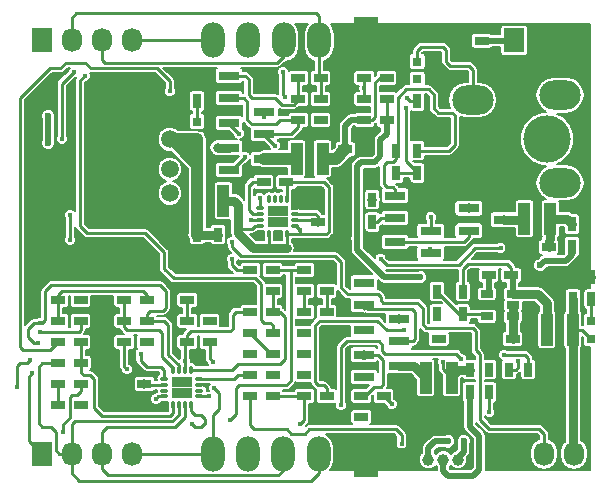
<source format=gtl>
G04 #@! TF.FileFunction,Copper,L1,Top,Signal*
%FSLAX46Y46*%
G04 Gerber Fmt 4.6, Leading zero omitted, Abs format (unit mm)*
G04 Created by KiCad (PCBNEW 4.0.2+dfsg1-stable) date tis  3 jan 2017 22:34:46*
%MOMM*%
G01*
G04 APERTURE LIST*
%ADD10C,0.100000*%
%ADD11C,0.400000*%
%ADD12C,0.600000*%
%ADD13C,1.000000*%
%ADD14R,0.750000X1.200000*%
%ADD15R,1.200000X0.750000*%
%ADD16O,0.750000X0.300000*%
%ADD17O,0.300000X0.750000*%
%ADD18R,0.900000X0.900000*%
%ADD19C,1.501140*%
%ADD20C,2.999740*%
%ADD21R,2.000000X3.000000*%
%ADD22O,2.000000X3.000000*%
%ADD23R,1.060000X0.650000*%
%ADD24R,1.800860X0.800100*%
%ADD25R,0.797560X0.797560*%
%ADD26R,1.727200X2.032000*%
%ADD27O,1.727200X2.032000*%
%ADD28O,3.500000X2.500000*%
%ADD29O,2.500000X3.500000*%
%ADD30C,4.000000*%
%ADD31R,1.000000X2.700000*%
%ADD32C,0.800000*%
%ADD33C,0.250000*%
%ADD34C,0.750000*%
%ADD35C,0.500000*%
%ADD36C,1.000000*%
%ADD37C,0.200000*%
G04 APERTURE END LIST*
D10*
D11*
X143687800Y-109728000D03*
D12*
X145923000Y-114706400D03*
X143916400Y-113868200D03*
D11*
X146507200Y-116713000D03*
X158496000Y-116840000D03*
X160782000Y-118618000D03*
X144399000Y-99441000D03*
X144424400Y-91592400D03*
X146710400Y-91592400D03*
X152019000Y-107772200D03*
X146558000Y-106045000D03*
X146558000Y-105410000D03*
X159258000Y-95758000D03*
X159258000Y-95250000D03*
X167513000Y-107569000D03*
X170053000Y-112014000D03*
X169164000Y-108585000D03*
X170180000Y-105791000D03*
X172339000Y-105791000D03*
X173609000Y-105791000D03*
X160655000Y-105410000D03*
X161544000Y-103581200D03*
X155702000Y-107823000D03*
X144068800Y-106807000D03*
X143560800Y-106426000D03*
X143687800Y-109067600D03*
X141554200Y-117805200D03*
X142087600Y-115900200D03*
D12*
X152019000Y-102870000D03*
X152908000Y-102870000D03*
X152908000Y-101981000D03*
X152019000Y-101981000D03*
X144780000Y-117348000D03*
X143891000Y-117348000D03*
X144780000Y-116459000D03*
D11*
X161417000Y-101549200D03*
X162560000Y-103581200D03*
X163576000Y-103835200D03*
X163957000Y-105486200D03*
X161671000Y-108534200D03*
X159004000Y-106883200D03*
X157988000Y-105105200D03*
X178562000Y-117094000D03*
X178562000Y-118364000D03*
X178562000Y-119761000D03*
X154305000Y-116713000D03*
X157226000Y-116586000D03*
X156845000Y-114935000D03*
X156845000Y-113157000D03*
X158115000Y-112141000D03*
X154686000Y-111379000D03*
X152908000Y-109601000D03*
X155702000Y-109601000D03*
X157988000Y-110617000D03*
X157988000Y-109474000D03*
X160401000Y-95758000D03*
X160401000Y-95250000D03*
X144399000Y-102235000D03*
X144399000Y-103505000D03*
X144399000Y-104775000D03*
X135001000Y-107315000D03*
X135001000Y-106045000D03*
X133858000Y-106045000D03*
X133858000Y-107315000D03*
X135001000Y-92456000D03*
X135001000Y-93853000D03*
X178054000Y-101473000D03*
X178435000Y-101854000D03*
X178435000Y-103251000D03*
D13*
X134620000Y-98044000D03*
X134620000Y-99314000D03*
X134620000Y-100584000D03*
D11*
X155321000Y-100330000D03*
D13*
X166878000Y-90932000D03*
X165608000Y-89281000D03*
X162052000Y-86741000D03*
X160528000Y-89281000D03*
X159258000Y-89281000D03*
D11*
X151536400Y-91592400D03*
X146685000Y-94869000D03*
X147701000Y-95631000D03*
X156972000Y-95504000D03*
X155829000Y-95504000D03*
X154686000Y-95504000D03*
X149885400Y-95148400D03*
X148336000Y-95631000D03*
X138912600Y-115646200D03*
X138430000Y-116713000D03*
X154559000Y-104521000D03*
X150876000Y-104140000D03*
X178435000Y-105410000D03*
X178435000Y-104521000D03*
X176784000Y-101473000D03*
X174498000Y-101727000D03*
X174498000Y-103505000D03*
X176403000Y-108712000D03*
X176403000Y-109601000D03*
X170942000Y-119761000D03*
X172212000Y-119761000D03*
X173482000Y-119761000D03*
X174752000Y-119761000D03*
X176276000Y-114681000D03*
X174879000Y-114681000D03*
X166116000Y-117602000D03*
X163576000Y-119507000D03*
X163576000Y-118237000D03*
X163576000Y-116967000D03*
X137668000Y-116078000D03*
D13*
X175869600Y-120040400D03*
X175742600Y-107848400D03*
X160502600Y-104546400D03*
X157962600Y-101117400D03*
X157988000Y-89281000D03*
X149072600Y-109499400D03*
X138023600Y-113563400D03*
X138023600Y-110261400D03*
D14*
X177393600Y-104963000D03*
X177393600Y-103063000D03*
D15*
X146720600Y-109474000D03*
X144820600Y-109474000D03*
D16*
X142898600Y-116153500D03*
X142898600Y-116653500D03*
X142898600Y-117153500D03*
X142898600Y-117653500D03*
D17*
X143623600Y-118378500D03*
X144123600Y-118378500D03*
X144623600Y-118378500D03*
X145123600Y-118378500D03*
D16*
X145848600Y-117653500D03*
X145848600Y-117153500D03*
X145848600Y-116653500D03*
X145848600Y-116153500D03*
D17*
X145123600Y-115428500D03*
X144623600Y-115428500D03*
X144123600Y-115428500D03*
X143623600Y-115428500D03*
D18*
X144823600Y-117353500D03*
X144823600Y-116453500D03*
X143923600Y-117353500D03*
X143923600Y-116453500D03*
D16*
X153976600Y-103188200D03*
X153976600Y-102688200D03*
X153976600Y-102188200D03*
X153976600Y-101688200D03*
D17*
X153251600Y-100963200D03*
X152751600Y-100963200D03*
X152251600Y-100963200D03*
X151751600Y-100963200D03*
D16*
X151026600Y-101688200D03*
X151026600Y-102188200D03*
X151026600Y-102688200D03*
X151026600Y-103188200D03*
D17*
X151751600Y-103913200D03*
X152251600Y-103913200D03*
X152751600Y-103913200D03*
X153251600Y-103913200D03*
D18*
X152051600Y-101988200D03*
X152051600Y-102888200D03*
X152951600Y-101988200D03*
X152951600Y-102888200D03*
D19*
X143359720Y-102997860D03*
X143359720Y-100457860D03*
X143359720Y-98425860D03*
X143359720Y-95885860D03*
D20*
X140692720Y-106045860D03*
X140692720Y-92329860D03*
D21*
X160000000Y-87000000D03*
X160000000Y-123000000D03*
D22*
X153000000Y-87500000D03*
X156000000Y-87500000D03*
X150000000Y-87500000D03*
X147000000Y-87500000D03*
X152933400Y-122504200D03*
X155946400Y-122500000D03*
X149946400Y-122500000D03*
X146989800Y-122504200D03*
D23*
X170197600Y-108981200D03*
X170197600Y-109931200D03*
X170197600Y-110881200D03*
X172397600Y-110881200D03*
X172397600Y-108981200D03*
X172397600Y-109931200D03*
D24*
X159788860Y-114112000D03*
X159788860Y-116012000D03*
X162791140Y-115062000D03*
X148358860Y-96586000D03*
X148358860Y-98486000D03*
X151361140Y-97536000D03*
X168653460Y-101729500D03*
X168653460Y-103629500D03*
X171655740Y-102679500D03*
X162791140Y-112964000D03*
X162791140Y-111064000D03*
X159788860Y-112014000D03*
X151361140Y-95438000D03*
X151361140Y-93538000D03*
X148358860Y-94488000D03*
X165432740Y-105534500D03*
X165432740Y-103634500D03*
X162430460Y-104584500D03*
X159788860Y-108016000D03*
X159788860Y-109916000D03*
X162791140Y-108966000D03*
X148358860Y-90490000D03*
X148358860Y-92390000D03*
X151361140Y-91440000D03*
X162430460Y-100650000D03*
X162430460Y-102550000D03*
X165432740Y-101600000D03*
D25*
X145643600Y-95872300D03*
X145643600Y-94373700D03*
X179000000Y-112749300D03*
X179000000Y-111250700D03*
X164312600Y-89293700D03*
X164312600Y-90792300D03*
D15*
X152054600Y-117602000D03*
X150154600Y-117602000D03*
X159806600Y-92456000D03*
X161706600Y-92456000D03*
X133898600Y-111252000D03*
X135798600Y-111252000D03*
D14*
X172059600Y-115382000D03*
X172059600Y-117282000D03*
D15*
X158206400Y-96723200D03*
X160106400Y-96723200D03*
X175422600Y-105029000D03*
X173522600Y-105029000D03*
X156626600Y-108712000D03*
X154726600Y-108712000D03*
X154218600Y-92456000D03*
X156118600Y-92456000D03*
D14*
X164312600Y-96840000D03*
X164312600Y-98740000D03*
D15*
X154726600Y-112268000D03*
X156626600Y-112268000D03*
X154726600Y-114046000D03*
X156626600Y-114046000D03*
X154726600Y-115824000D03*
X156626600Y-115824000D03*
X167858400Y-87528400D03*
X169758400Y-87528400D03*
D14*
X145643600Y-103952000D03*
X145643600Y-105852000D03*
X147421600Y-103952000D03*
X147421600Y-105852000D03*
X177469800Y-109408000D03*
X177469800Y-107508000D03*
D15*
X151297600Y-99491800D03*
X153197600Y-99491800D03*
X172374600Y-112801400D03*
X170474600Y-112801400D03*
X172247600Y-107391200D03*
X170347600Y-107391200D03*
X155869600Y-102870000D03*
X157769600Y-102870000D03*
X139296100Y-116586000D03*
X141196100Y-116586000D03*
D14*
X164312600Y-92649000D03*
X164312600Y-94549000D03*
X168148000Y-110678000D03*
X168148000Y-108778000D03*
X165963600Y-108778000D03*
X165963600Y-110678000D03*
D15*
X166131200Y-112776000D03*
X168031200Y-112776000D03*
D14*
X179044600Y-109408000D03*
X179044600Y-107508000D03*
X145643600Y-92644000D03*
X145643600Y-90744000D03*
D15*
X135798600Y-113030000D03*
X133898600Y-113030000D03*
X139486600Y-109474000D03*
X141386600Y-109474000D03*
X133924000Y-114808000D03*
X135824000Y-114808000D03*
X141386600Y-111252000D03*
X139486600Y-111252000D03*
X146720600Y-113030000D03*
X144820600Y-113030000D03*
X152054600Y-110490000D03*
X150154600Y-110490000D03*
X133924000Y-116586000D03*
X135824000Y-116586000D03*
X135824000Y-118364000D03*
X133924000Y-118364000D03*
X144820600Y-111252000D03*
X146720600Y-111252000D03*
X150154600Y-108712000D03*
X152054600Y-108712000D03*
X152054600Y-115824000D03*
X150154600Y-115824000D03*
X152054600Y-114046000D03*
X150154600Y-114046000D03*
X152054600Y-112268000D03*
X150154600Y-112268000D03*
D14*
X162534600Y-96840000D03*
X162534600Y-98740000D03*
D15*
X154218600Y-90678000D03*
X156118600Y-90678000D03*
X156626600Y-110490000D03*
X154726600Y-110490000D03*
D14*
X160502600Y-102880200D03*
X160502600Y-100980200D03*
D15*
X154218600Y-94234000D03*
X156118600Y-94234000D03*
X161452600Y-117602000D03*
X159552600Y-117602000D03*
X161706600Y-94234000D03*
X159806600Y-94234000D03*
D14*
X168757600Y-117282000D03*
X168757600Y-115382000D03*
D15*
X135798600Y-109474000D03*
X133898600Y-109474000D03*
X161706600Y-90678000D03*
X159806600Y-90678000D03*
X156626600Y-117602000D03*
X154726600Y-117602000D03*
D26*
X132500000Y-87500000D03*
D27*
X135040000Y-87500000D03*
X137580000Y-87500000D03*
X140120000Y-87500000D03*
D26*
X132500000Y-122500000D03*
D27*
X135040000Y-122500000D03*
X137580000Y-122500000D03*
X140120000Y-122500000D03*
D13*
X167750000Y-123000000D03*
X166500000Y-123000000D03*
X164000000Y-123000000D03*
X165250000Y-123000000D03*
D26*
X172500000Y-122500000D03*
D27*
X175040000Y-122500000D03*
X177580000Y-122500000D03*
D26*
X172500000Y-87500000D03*
D27*
X175040000Y-87500000D03*
X177580000Y-87500000D03*
D28*
X176396000Y-92159600D03*
X176396000Y-99559600D03*
X168996000Y-99159600D03*
D29*
X171196000Y-95859600D03*
D28*
X168996000Y-92559600D03*
D30*
X175296000Y-95859600D03*
D31*
X177477600Y-112014000D03*
X175277600Y-112014000D03*
X145686600Y-101092000D03*
X147886600Y-101092000D03*
X175572600Y-102616000D03*
X173372600Y-102616000D03*
X156294000Y-97536000D03*
X154094000Y-97536000D03*
X167216000Y-116078000D03*
X165016000Y-116078000D03*
D14*
X170408600Y-115382000D03*
X170408600Y-117282000D03*
D15*
X152054600Y-106934000D03*
X150154600Y-106934000D03*
D14*
X173710600Y-117282000D03*
X173710600Y-115382000D03*
D15*
X156626600Y-106934000D03*
X154726600Y-106934000D03*
X159552600Y-119380000D03*
X161452600Y-119380000D03*
X141386600Y-113030000D03*
X139486600Y-113030000D03*
D13*
X166217600Y-95377000D03*
X138023600Y-111912400D03*
D12*
X152501600Y-104165400D03*
D11*
X137668000Y-116713000D03*
X155321000Y-101346000D03*
D12*
X143891000Y-116459000D03*
D32*
X141196100Y-116586000D03*
D11*
X156118600Y-94234000D03*
D32*
X168653460Y-101729500D03*
X160502600Y-100980200D03*
D11*
X151358600Y-94005400D03*
D32*
X159788860Y-114112000D03*
X162791140Y-111064000D03*
X172374600Y-112801400D03*
D11*
X165430200Y-102489000D03*
X150190200Y-102692200D03*
D32*
X147396200Y-96596200D03*
X155869600Y-102870000D03*
X175277600Y-112014000D03*
D11*
X154406600Y-103530400D03*
D32*
X147886600Y-101092000D03*
D11*
X144602200Y-114681000D03*
D12*
X133070600Y-93903800D03*
X133070600Y-96189800D03*
D11*
X154726600Y-115824000D03*
X152044400Y-115849400D03*
X150154600Y-114046000D03*
X152069800Y-114071400D03*
X154726600Y-114046000D03*
X151993600Y-112268000D03*
X154726600Y-112268000D03*
X136144000Y-90500200D03*
X152908000Y-90195400D03*
X163372800Y-93192600D03*
X153111200Y-92278200D03*
X156616400Y-108762800D03*
X159788860Y-108016000D03*
X134213600Y-95834200D03*
X154726600Y-108712000D03*
X135229600Y-90170000D03*
X131521200Y-114554000D03*
X130403600Y-116890800D03*
D12*
X168249600Y-121462800D03*
D11*
X132384800Y-112191800D03*
X170408600Y-118999000D03*
D12*
X174726600Y-106553000D03*
D11*
X162966400Y-121640600D03*
D12*
X166928800Y-121462800D03*
X164566600Y-107569000D03*
D11*
X148590000Y-105994200D03*
X159131000Y-104267000D03*
X150139400Y-117652800D03*
X141386600Y-113030000D03*
X164287200Y-90754200D03*
X163449000Y-92405200D03*
X162430460Y-104584500D03*
X165404800Y-105156000D03*
X162430460Y-102550000D03*
X149707600Y-97358200D03*
X149174200Y-95402400D03*
X152222200Y-96418400D03*
X159788860Y-112014000D03*
X159791400Y-116027200D03*
X162128200Y-118313200D03*
X162791140Y-112964000D03*
D32*
X171655740Y-102679500D03*
D13*
X154094000Y-97536000D03*
D32*
X165016000Y-116078000D03*
D11*
X132181600Y-113106200D03*
X131699000Y-115671600D03*
X132384800Y-111455200D03*
X134340600Y-120650000D03*
X146720600Y-111252000D03*
X146735800Y-113080800D03*
X147116800Y-116941600D03*
X147015200Y-114731800D03*
D32*
X139296100Y-116586000D03*
X168351200Y-113487200D03*
X170474600Y-112801400D03*
D11*
X156626600Y-112268000D03*
X156626600Y-106934000D03*
D32*
X154127200Y-100965000D03*
X169240200Y-109931200D03*
D11*
X148640800Y-104546400D03*
X150952200Y-100838000D03*
X165989000Y-112674400D03*
X165963600Y-110678000D03*
X133934200Y-118389400D03*
X145211800Y-119964200D03*
X175564800Y-105079800D03*
X134924800Y-104394000D03*
X134924800Y-102285800D03*
X135798600Y-109474000D03*
X171348400Y-105079800D03*
X161188400Y-105994200D03*
X163195000Y-112039400D03*
X166446200Y-114731800D03*
X172847000Y-114655600D03*
X168757600Y-115392200D03*
X159806600Y-91541600D03*
X143332200Y-91821000D03*
X135824000Y-118364000D03*
X154381200Y-119989600D03*
X152054600Y-117602000D03*
X157861000Y-118414800D03*
X140868400Y-114020600D03*
X168021000Y-114452400D03*
X171653200Y-114122200D03*
X170408600Y-115443000D03*
X148437600Y-119659400D03*
X142163800Y-117881400D03*
X139700000Y-115366800D03*
X159537400Y-119456200D03*
X146659600Y-117652800D03*
D33*
X172397600Y-110881200D02*
X172397600Y-109931200D01*
D34*
X172397600Y-110881200D02*
X172397600Y-110269200D01*
X172397600Y-110269200D02*
X172389800Y-110261400D01*
D33*
X141196100Y-116586000D02*
X141263600Y-116653500D01*
X151361140Y-93538000D02*
X151361140Y-94002860D01*
X151361140Y-94002860D02*
X151358600Y-94005400D01*
X159552600Y-117602000D02*
X159893000Y-117602000D01*
X159893000Y-117602000D02*
X160629600Y-116865400D01*
X160629600Y-116865400D02*
X161188400Y-116865400D01*
X161188400Y-116865400D02*
X161417000Y-116636800D01*
X161417000Y-116636800D02*
X161417000Y-114579400D01*
X161417000Y-114579400D02*
X160949600Y-114112000D01*
X160949600Y-114112000D02*
X159788860Y-114112000D01*
D34*
X159674600Y-114112000D02*
X159788860Y-114112000D01*
X172374600Y-110904200D02*
X172374600Y-112801400D01*
X172374600Y-110904200D02*
X172389800Y-110889000D01*
D33*
X165432740Y-103634500D02*
X165432740Y-102491540D01*
X165432740Y-102491540D02*
X165430200Y-102489000D01*
X151026600Y-102688200D02*
X150194200Y-102688200D01*
X150194200Y-102688200D02*
X150190200Y-102692200D01*
X153976600Y-102188200D02*
X155680600Y-102188200D01*
X155869600Y-102377200D02*
X155869600Y-102870000D01*
X155680600Y-102188200D02*
X155869600Y-102377200D01*
X153976600Y-102688200D02*
X155687800Y-102688200D01*
X155687800Y-102688200D02*
X155869600Y-102870000D01*
X164312600Y-89293700D02*
X164312600Y-88366600D01*
X168996000Y-89976600D02*
X168996000Y-92559600D01*
X168656000Y-89636600D02*
X168996000Y-89976600D01*
X167081200Y-89636600D02*
X168656000Y-89636600D01*
X166751000Y-89306400D02*
X167081200Y-89636600D01*
X166751000Y-88341200D02*
X166751000Y-89306400D01*
X166446200Y-88036400D02*
X166751000Y-88341200D01*
X164642800Y-88036400D02*
X166446200Y-88036400D01*
X164312600Y-88366600D02*
X164642800Y-88036400D01*
X142898600Y-116653500D02*
X141263600Y-116653500D01*
D34*
X147406400Y-96586000D02*
X147396200Y-96596200D01*
X148358860Y-96586000D02*
X147406400Y-96586000D01*
X147843200Y-96586000D02*
X148358860Y-96586000D01*
D33*
X168148000Y-108778000D02*
X168148000Y-106832400D01*
X172247600Y-106741000D02*
X172247600Y-107391200D01*
X171932600Y-106426000D02*
X172247600Y-106741000D01*
X168554400Y-106426000D02*
X171932600Y-106426000D01*
X168148000Y-106832400D02*
X168554400Y-106426000D01*
D35*
X172397600Y-108981200D02*
X172397600Y-107541200D01*
X172397600Y-107541200D02*
X172247600Y-107391200D01*
D34*
X172397600Y-108981200D02*
X174487800Y-108981200D01*
X175277600Y-109771000D02*
X175277600Y-112014000D01*
X174487800Y-108981200D02*
X175277600Y-109771000D01*
D35*
X170347600Y-107391200D02*
X170347600Y-108831200D01*
X170347600Y-108831200D02*
X170197600Y-108981200D01*
D33*
X150088600Y-101879400D02*
X150088600Y-99771200D01*
X150114000Y-99745800D02*
X150368000Y-99491800D01*
X151297600Y-99491800D02*
X150368000Y-99491800D01*
X150397400Y-102188200D02*
X151026600Y-102188200D01*
X150397400Y-102188200D02*
X150088600Y-101879400D01*
X150088600Y-99771200D02*
X150114000Y-99745800D01*
X153197600Y-99491800D02*
X156362400Y-99491800D01*
X156614600Y-103913200D02*
X154406600Y-103913200D01*
X156819600Y-103708200D02*
X156614600Y-103913200D01*
X156819600Y-99949000D02*
X156819600Y-103708200D01*
X156362400Y-99491800D02*
X156819600Y-99949000D01*
X153251600Y-100963200D02*
X153251600Y-99545800D01*
X153251600Y-99545800D02*
X153197600Y-99491800D01*
D34*
X147886600Y-101092000D02*
X148437600Y-101092000D01*
X149148800Y-101447600D02*
X149148800Y-103454200D01*
X148793200Y-101092000D02*
X149148800Y-101447600D01*
X148437600Y-101092000D02*
X148793200Y-101092000D01*
D33*
X154406600Y-103530400D02*
X154406600Y-103913200D01*
X154064400Y-103188200D02*
X154406600Y-103530400D01*
X154406600Y-103913200D02*
X153251600Y-103913200D01*
X151026600Y-103188200D02*
X150583200Y-103188200D01*
X150317200Y-103454200D02*
X149148800Y-103454200D01*
X150583200Y-103188200D02*
X150317200Y-103454200D01*
X153251600Y-103913200D02*
X153251600Y-105065598D01*
X153263600Y-105053598D02*
X153263600Y-105065598D01*
X153251600Y-105065598D02*
X153263600Y-105053598D01*
X151751600Y-103913200D02*
X151751600Y-105065598D01*
X151765000Y-105052198D02*
X151765000Y-105065598D01*
X151751600Y-105065598D02*
X151765000Y-105052198D01*
D34*
X150379198Y-105065598D02*
X151765000Y-105065598D01*
X151765000Y-105065598D02*
X153263600Y-105065598D01*
X149148800Y-103835200D02*
X150379198Y-105065598D01*
X149148800Y-103454200D02*
X149148800Y-103835200D01*
D33*
X153976600Y-103188200D02*
X154064400Y-103188200D01*
X153251600Y-99520400D02*
X153172200Y-99441000D01*
D34*
X177477600Y-112014000D02*
X177477600Y-109415800D01*
X177477600Y-109415800D02*
X177469800Y-109408000D01*
X177477600Y-112014000D02*
X177477600Y-122397600D01*
X177477600Y-122397600D02*
X177580000Y-122500000D01*
D33*
X177477600Y-112014000D02*
X178264700Y-112014000D01*
X178264700Y-112014000D02*
X179000000Y-112749300D01*
D35*
X177477600Y-122397600D02*
X177580000Y-122500000D01*
D34*
X177580000Y-112116400D02*
X177477600Y-112014000D01*
X144500600Y-95885860D02*
X144500600Y-96088200D01*
X144500600Y-96088200D02*
X145686600Y-97274200D01*
D36*
X145686600Y-101092000D02*
X145686600Y-103909000D01*
X145686600Y-103909000D02*
X145643600Y-103952000D01*
D34*
X147421600Y-103952000D02*
X145643600Y-103952000D01*
X145643600Y-101135000D02*
X145686600Y-101092000D01*
D36*
X143359720Y-95885860D02*
X143510860Y-95885860D01*
X143510860Y-95885860D02*
X145686600Y-98061600D01*
X145686600Y-101092000D02*
X145686600Y-98061600D01*
X145686600Y-98061600D02*
X145686600Y-97274200D01*
X145686600Y-97274200D02*
X145686600Y-95915300D01*
X145686600Y-95915300D02*
X145657160Y-95885860D01*
X145657160Y-95885860D02*
X144500600Y-95885860D01*
X144500600Y-95885860D02*
X143359720Y-95885860D01*
D33*
X144820600Y-113030000D02*
X144820600Y-112430600D01*
X148945600Y-110490000D02*
X150154600Y-110490000D01*
X148666200Y-110769400D02*
X148945600Y-110490000D01*
X148666200Y-111937800D02*
X148666200Y-110769400D01*
X148463000Y-112141000D02*
X148666200Y-111937800D01*
X145110200Y-112141000D02*
X148463000Y-112141000D01*
X144820600Y-112430600D02*
X145110200Y-112141000D01*
X144602200Y-114681000D02*
X144602200Y-113248400D01*
X144602200Y-113248400D02*
X144820600Y-113030000D01*
X144623600Y-115428500D02*
X144623600Y-114702400D01*
X144623600Y-114702400D02*
X144602200Y-114681000D01*
D35*
X133070600Y-93903800D02*
X133070600Y-96189800D01*
X169758400Y-87528400D02*
X172471600Y-87528400D01*
X172471600Y-87528400D02*
X172500000Y-87500000D01*
D33*
X152044400Y-115849400D02*
X152054600Y-115839200D01*
X152054600Y-115839200D02*
X152054600Y-115824000D01*
X152054600Y-114056200D02*
X152069800Y-114071400D01*
X152054600Y-114046000D02*
X151932600Y-114046000D01*
X151932600Y-114046000D02*
X150154600Y-112268000D01*
X152054600Y-114056200D02*
X152054600Y-114046000D01*
X151993600Y-112268000D02*
X152054600Y-112268000D01*
X135763000Y-103251000D02*
X135763000Y-90881200D01*
X152054600Y-111643200D02*
X151815800Y-111404400D01*
X151815800Y-111404400D02*
X151333200Y-111404400D01*
X151333200Y-111404400D02*
X151104600Y-111175800D01*
X151104600Y-111175800D02*
X151104600Y-108153200D01*
X151104600Y-108153200D02*
X150596600Y-107645200D01*
X150596600Y-107645200D02*
X143662400Y-107645200D01*
X143662400Y-107645200D02*
X142849600Y-106832400D01*
X142849600Y-106832400D02*
X142849600Y-105435400D01*
X142849600Y-105435400D02*
X141249400Y-103835200D01*
X141249400Y-103835200D02*
X136347200Y-103835200D01*
X136347200Y-103835200D02*
X135763000Y-103251000D01*
X152054600Y-112268000D02*
X152054600Y-111643200D01*
X135763000Y-90881200D02*
X136144000Y-90500200D01*
X140120000Y-87500000D02*
X147000000Y-87500000D01*
X165252400Y-91643200D02*
X165709600Y-92100400D01*
X167462200Y-93853000D02*
X167462200Y-96367600D01*
X167462200Y-96367600D02*
X166989800Y-96840000D01*
X164312600Y-96840000D02*
X166989800Y-96840000D01*
X162636200Y-92379800D02*
X162636200Y-96738400D01*
X163372800Y-91643200D02*
X162636200Y-92379800D01*
X165252400Y-91643200D02*
X163372800Y-91643200D01*
X167233600Y-93624400D02*
X167462200Y-93853000D01*
X166090600Y-93624400D02*
X167233600Y-93624400D01*
X165709600Y-93243400D02*
X166090600Y-93624400D01*
X165709600Y-92100400D02*
X165709600Y-93243400D01*
X162430460Y-100650000D02*
X162430460Y-100149660D01*
X162534600Y-97536000D02*
X162534600Y-96840000D01*
X162280600Y-97790000D02*
X162534600Y-97536000D01*
X161747200Y-97790000D02*
X162280600Y-97790000D01*
X161467800Y-98069400D02*
X161747200Y-97790000D01*
X161467800Y-99644200D02*
X161467800Y-98069400D01*
X161747200Y-99923600D02*
X161467800Y-99644200D01*
X162204400Y-99923600D02*
X161747200Y-99923600D01*
X162430460Y-100149660D02*
X162204400Y-99923600D01*
X162636200Y-96738400D02*
X162534600Y-96840000D01*
X152908000Y-90195400D02*
X152908000Y-92075000D01*
X163372800Y-97739200D02*
X163372800Y-93192600D01*
X163372800Y-97739200D02*
X164312600Y-98679000D01*
X152908000Y-92075000D02*
X153111200Y-92278200D01*
X164312600Y-98740000D02*
X164312600Y-98679000D01*
X162534600Y-98740000D02*
X164312600Y-98740000D01*
X154218600Y-92456000D02*
X154218600Y-92567800D01*
X154218600Y-92567800D02*
X153822400Y-92964000D01*
X152806400Y-92964000D02*
X152247600Y-92405200D01*
X153822400Y-92964000D02*
X152806400Y-92964000D01*
X148358860Y-90490000D02*
X149697400Y-90490000D01*
X150317200Y-92405200D02*
X152247600Y-92405200D01*
X150012400Y-92100400D02*
X150317200Y-92405200D01*
X150012400Y-90805000D02*
X150012400Y-92100400D01*
X149697400Y-90490000D02*
X150012400Y-90805000D01*
X154030600Y-90490000D02*
X154218600Y-90678000D01*
X154218600Y-92456000D02*
X154218600Y-90678000D01*
X156000000Y-87500000D02*
X156000000Y-90559400D01*
X156000000Y-90559400D02*
X156118600Y-90678000D01*
X156000000Y-87500000D02*
X156000000Y-85464200D01*
X135040000Y-85584400D02*
X135040000Y-87500000D01*
X135407400Y-85217000D02*
X135040000Y-85584400D01*
X155752800Y-85217000D02*
X135407400Y-85217000D01*
X156000000Y-85464200D02*
X155752800Y-85217000D01*
X156118600Y-90678000D02*
X156118600Y-92456000D01*
X156000000Y-90559400D02*
X156118600Y-90678000D01*
X156616400Y-108762800D02*
X156626600Y-108773000D01*
X156626600Y-108773000D02*
X156626600Y-110490000D01*
X134213600Y-95834200D02*
X134213600Y-91186000D01*
X154726600Y-110490000D02*
X154726600Y-108712000D01*
X134213600Y-91186000D02*
X135229600Y-90170000D01*
X137580000Y-87500000D02*
X137580000Y-89142200D01*
X152450800Y-89382600D02*
X153000000Y-88833400D01*
X137820400Y-89382600D02*
X152450800Y-89382600D01*
X137580000Y-89142200D02*
X137820400Y-89382600D01*
X153000000Y-88833400D02*
X153000000Y-87500000D01*
X130632200Y-114833400D02*
X130403600Y-115062000D01*
X131241800Y-114833400D02*
X130632200Y-114833400D01*
X131521200Y-114554000D02*
X131241800Y-114833400D01*
X130403600Y-116890800D02*
X130403600Y-115062000D01*
D35*
X167750000Y-122826000D02*
X168249600Y-122326400D01*
X168249600Y-121462800D02*
X168249600Y-122326400D01*
X167750000Y-122826000D02*
X167750000Y-123000000D01*
D33*
X135798600Y-112054600D02*
X135686800Y-112166400D01*
X135798600Y-112054600D02*
X135798600Y-111252000D01*
X132410200Y-112166400D02*
X135686800Y-112166400D01*
X132384800Y-112191800D02*
X132410200Y-112166400D01*
X170408600Y-117282000D02*
X170408600Y-118999000D01*
D35*
X175107600Y-106172000D02*
X176885600Y-106172000D01*
X176885600Y-106172000D02*
X177393600Y-105664000D01*
X177393600Y-105664000D02*
X177393600Y-104963000D01*
X175107600Y-106172000D02*
X174726600Y-106553000D01*
D33*
X162509200Y-120446800D02*
X162966400Y-120904000D01*
X162966400Y-120904000D02*
X162966400Y-121640600D01*
X155473400Y-120446800D02*
X158191200Y-120446800D01*
X158191200Y-120446800D02*
X162509200Y-120446800D01*
D35*
X165250000Y-123000000D02*
X165250000Y-122024000D01*
X165250000Y-122024000D02*
X165811200Y-121462800D01*
X165811200Y-121462800D02*
X166928800Y-121462800D01*
X159232600Y-105283000D02*
X159232600Y-104267000D01*
X161518600Y-107569000D02*
X164566600Y-107569000D01*
X159232600Y-105283000D02*
X161518600Y-107569000D01*
D33*
X148996400Y-106934000D02*
X148590000Y-106527600D01*
X148590000Y-106527600D02*
X148590000Y-105994200D01*
X150154600Y-106934000D02*
X148996400Y-106934000D01*
D35*
X161706600Y-94234000D02*
X161706600Y-95392200D01*
X161163000Y-97332800D02*
X160680400Y-97815400D01*
X161163000Y-95935800D02*
X161163000Y-97332800D01*
X161706600Y-95392200D02*
X161163000Y-95935800D01*
D33*
X150154600Y-106934000D02*
X150154600Y-106759202D01*
X161706600Y-92456000D02*
X161706600Y-94234000D01*
X161706600Y-94234000D02*
X161493200Y-94234000D01*
X159131000Y-104267000D02*
X159232600Y-104267000D01*
X159232600Y-104267000D02*
X159131000Y-104267000D01*
X159131000Y-104267000D02*
X159232600Y-104267000D01*
D35*
X159232600Y-98120200D02*
X159232600Y-104267000D01*
X159537400Y-97815400D02*
X159232600Y-98120200D01*
X160680400Y-97815400D02*
X159537400Y-97815400D01*
D33*
X155168600Y-120446800D02*
X154813000Y-120802400D01*
X155168600Y-120446800D02*
X155473400Y-120446800D01*
X155473400Y-120446800D02*
X155321000Y-120446800D01*
X154813000Y-120802400D02*
X153619200Y-120802400D01*
X153619200Y-120802400D02*
X153263600Y-120446800D01*
D35*
X169037000Y-124383800D02*
X166883800Y-124383800D01*
X169545000Y-123875800D02*
X169037000Y-124383800D01*
X169545000Y-121005600D02*
X169545000Y-123875800D01*
X168757600Y-120218200D02*
X169545000Y-121005600D01*
X168757600Y-117282000D02*
X168757600Y-120218200D01*
X166500000Y-124000000D02*
X166500000Y-123000000D01*
X166883800Y-124383800D02*
X166500000Y-124000000D01*
D33*
X150154600Y-118694200D02*
X150154600Y-120106400D01*
X150154600Y-117602000D02*
X150154600Y-118694200D01*
X153263600Y-120446800D02*
X151907200Y-120446800D01*
X150495000Y-120446800D02*
X151907200Y-120446800D01*
X150154600Y-120106400D02*
X150495000Y-120446800D01*
X150154600Y-117637600D02*
X150139400Y-117652800D01*
X150154600Y-117637600D02*
X150154600Y-117602000D01*
X164312600Y-92649000D02*
X163692800Y-92649000D01*
X164287200Y-90754200D02*
X164312600Y-90779600D01*
X163692800Y-92649000D02*
X163449000Y-92405200D01*
X164312600Y-90779600D02*
X164312600Y-90792300D01*
X179000000Y-111250700D02*
X179000000Y-109452600D01*
X179000000Y-109452600D02*
X179044600Y-109408000D01*
X145643600Y-92644000D02*
X145643600Y-94373700D01*
X162430460Y-104584500D02*
X168236900Y-104584500D01*
X168653460Y-104167940D02*
X168653460Y-103629500D01*
X168236900Y-104584500D02*
X168653460Y-104167940D01*
X165404800Y-105156000D02*
X165432740Y-105183940D01*
X165432740Y-105183940D02*
X165432740Y-105534500D01*
X165430200Y-105562400D02*
X165432740Y-105559860D01*
X165432740Y-105559860D02*
X165432740Y-105534500D01*
X160502600Y-102880200D02*
X160924200Y-102880200D01*
X161254400Y-102550000D02*
X162430460Y-102550000D01*
X160924200Y-102880200D02*
X161254400Y-102550000D01*
X148358860Y-98486000D02*
X148579800Y-98486000D01*
X148579800Y-98486000D02*
X149707600Y-97358200D01*
X149174200Y-95402400D02*
X148358860Y-94587060D01*
X148358860Y-94587060D02*
X148358860Y-94488000D01*
X151361140Y-95557340D02*
X152222200Y-96418400D01*
X151361140Y-95438000D02*
X151361140Y-95557340D01*
X154218600Y-94234000D02*
X152704800Y-94234000D01*
X149590800Y-92390000D02*
X148358860Y-92390000D01*
X149910800Y-92710000D02*
X149590800Y-92390000D01*
X149910800Y-94234000D02*
X149910800Y-92710000D01*
X150266400Y-94589600D02*
X149910800Y-94234000D01*
X152349200Y-94589600D02*
X150266400Y-94589600D01*
X152704800Y-94234000D02*
X152349200Y-94589600D01*
X151361140Y-95438000D02*
X153634400Y-95438000D01*
X154218600Y-94853800D02*
X154218600Y-94234000D01*
X153634400Y-95438000D02*
X154218600Y-94853800D01*
X159788860Y-112041940D02*
X159788860Y-112014000D01*
X159791400Y-116027200D02*
X159788860Y-116024660D01*
X159788860Y-116024660D02*
X159788860Y-116012000D01*
X159781200Y-116012000D02*
X159788860Y-116012000D01*
X159781200Y-116012000D02*
X159766000Y-116027200D01*
X161452600Y-117602000D02*
X161452600Y-117637600D01*
X161452600Y-117637600D02*
X162128200Y-118313200D01*
X162791140Y-112964000D02*
X163946800Y-112964000D01*
X163880800Y-110286800D02*
X160159660Y-110286800D01*
X164134800Y-110540800D02*
X163880800Y-110286800D01*
X164134800Y-112776000D02*
X164134800Y-110540800D01*
X163946800Y-112964000D02*
X164134800Y-112776000D01*
X160159660Y-110286800D02*
X159788860Y-109916000D01*
X162791140Y-112964000D02*
X162544800Y-112964000D01*
X159788860Y-110208060D02*
X159788860Y-109916000D01*
X162791140Y-112981740D02*
X162791140Y-112964000D01*
X161452600Y-117602000D02*
X161452600Y-117739200D01*
X161452600Y-117602000D02*
X161798000Y-117602000D01*
X161452600Y-117602000D02*
X161569400Y-117602000D01*
D34*
X171655740Y-102679500D02*
X173309100Y-102679500D01*
X173309100Y-102679500D02*
X173372600Y-102616000D01*
D36*
X151361140Y-97536000D02*
X154094000Y-97536000D01*
D34*
X162791140Y-115062000D02*
X164000000Y-115062000D01*
X164000000Y-115062000D02*
X165016000Y-116078000D01*
D33*
X132384800Y-111455200D02*
X132511800Y-111455200D01*
X131826000Y-111455200D02*
X131368800Y-111912400D01*
X131368800Y-111912400D02*
X131368800Y-112623600D01*
X131368800Y-112623600D02*
X131851400Y-113106200D01*
X131851400Y-113106200D02*
X132181600Y-113106200D01*
X131699000Y-115671600D02*
X131394200Y-115976400D01*
X131394200Y-115976400D02*
X131394200Y-121394200D01*
X132500000Y-122500000D02*
X131394200Y-121394200D01*
X132384800Y-111455200D02*
X131826000Y-111455200D01*
X133299200Y-108254800D02*
X133426200Y-108254800D01*
X132816600Y-108737400D02*
X133299200Y-108254800D01*
X132816600Y-111150400D02*
X132816600Y-108737400D01*
X132511800Y-111455200D02*
X132816600Y-111150400D01*
X141386600Y-110708400D02*
X141706600Y-110388400D01*
X141706600Y-110388400D02*
X142798800Y-110388400D01*
X142798800Y-110388400D02*
X143002000Y-110185200D01*
X143002000Y-110185200D02*
X143002000Y-108737400D01*
X143002000Y-108737400D02*
X142519400Y-108254800D01*
X142519400Y-108254800D02*
X133451600Y-108254800D01*
X141386600Y-111252000D02*
X141386600Y-110708400D01*
X144123600Y-115428500D02*
X144123600Y-115015200D01*
X142849600Y-111252000D02*
X141386600Y-111252000D01*
X143230600Y-111633000D02*
X142849600Y-111252000D01*
X143230600Y-114122200D02*
X143230600Y-111633000D01*
X144123600Y-115015200D02*
X143230600Y-114122200D01*
X135040000Y-122500000D02*
X133989200Y-122500000D01*
X132562600Y-114808000D02*
X133924000Y-114808000D01*
X132232400Y-115138200D02*
X132562600Y-114808000D01*
X132232400Y-119913400D02*
X132232400Y-115138200D01*
X132562600Y-120243600D02*
X132232400Y-119913400D01*
X133324600Y-120243600D02*
X132562600Y-120243600D01*
X133705600Y-120624600D02*
X133324600Y-120243600D01*
X133705600Y-122216400D02*
X133705600Y-120624600D01*
X133989200Y-122500000D02*
X133705600Y-122216400D01*
X144123600Y-118378500D02*
X144123600Y-119198200D01*
X135040000Y-120026800D02*
X135040000Y-122500000D01*
X135305800Y-119761000D02*
X135040000Y-120026800D01*
X143560800Y-119761000D02*
X135305800Y-119761000D01*
X144123600Y-119198200D02*
X143560800Y-119761000D01*
X155946400Y-122500000D02*
X155946400Y-124114000D01*
X135040000Y-124168800D02*
X135040000Y-122500000D01*
X135661400Y-124790200D02*
X135040000Y-124168800D01*
X155270200Y-124790200D02*
X135661400Y-124790200D01*
X155946400Y-124114000D02*
X155270200Y-124790200D01*
X135824000Y-116586000D02*
X135824000Y-117185400D01*
X134340600Y-119989600D02*
X134340600Y-120650000D01*
X134874000Y-119456200D02*
X134340600Y-119989600D01*
X134874000Y-117729000D02*
X134874000Y-119456200D01*
X135102600Y-117500400D02*
X134874000Y-117729000D01*
X135509000Y-117500400D02*
X135102600Y-117500400D01*
X135824000Y-117185400D02*
X135509000Y-117500400D01*
X144623600Y-118378500D02*
X144623600Y-119358600D01*
X137580000Y-120687200D02*
X137580000Y-122500000D01*
X138056198Y-120211002D02*
X137580000Y-120687200D01*
X143771198Y-120211002D02*
X138056198Y-120211002D01*
X144623600Y-119358600D02*
X143771198Y-120211002D01*
X137580000Y-122500000D02*
X137580000Y-123813200D01*
X152933400Y-123926600D02*
X152933400Y-122504200D01*
X152527000Y-124333000D02*
X152933400Y-123926600D01*
X138099800Y-124333000D02*
X152527000Y-124333000D01*
X137580000Y-123813200D02*
X138099800Y-124333000D01*
X146735800Y-113080800D02*
X146720600Y-113065600D01*
X146720600Y-113065600D02*
X146720600Y-113030000D01*
X147523200Y-117348000D02*
X147523200Y-118719600D01*
X146720600Y-113030000D02*
X146720600Y-114437200D01*
X146989800Y-119253000D02*
X146989800Y-122504200D01*
X147523200Y-118719600D02*
X146989800Y-119253000D01*
X147116800Y-116941600D02*
X147523200Y-117348000D01*
X146720600Y-114437200D02*
X147015200Y-114731800D01*
X140120000Y-122500000D02*
X146985600Y-122500000D01*
X146985600Y-122500000D02*
X146989800Y-122504200D01*
X143936300Y-117353500D02*
X143923600Y-117353500D01*
X143941800Y-117348000D02*
X143936300Y-117353500D01*
X143921900Y-116453500D02*
X143923600Y-116453500D01*
X143916400Y-116459000D02*
X143921900Y-116453500D01*
D34*
X179044600Y-107508000D02*
X177469800Y-107508000D01*
X168031200Y-112776000D02*
X168031200Y-113167200D01*
X168031200Y-113167200D02*
X168351200Y-113487200D01*
X170197600Y-109931200D02*
X169240200Y-109931200D01*
D33*
X146720600Y-109514600D02*
X146720600Y-109474000D01*
X150952200Y-101613800D02*
X150952200Y-100838000D01*
X161391600Y-109728000D02*
X161188400Y-109524800D01*
X161188400Y-109524800D02*
X161188400Y-109194600D01*
X161188400Y-109194600D02*
X160985200Y-108991400D01*
X160985200Y-108991400D02*
X158394400Y-108991400D01*
X158394400Y-108991400D02*
X157861000Y-108458000D01*
X157861000Y-108458000D02*
X157861000Y-106299000D01*
X157861000Y-106299000D02*
X157353000Y-105791000D01*
X157353000Y-105791000D02*
X149402800Y-105791000D01*
X149402800Y-105791000D02*
X148640800Y-105029000D01*
X148640800Y-105029000D02*
X148640800Y-104546400D01*
X169595800Y-119608600D02*
X169595800Y-114096800D01*
X175040000Y-120836400D02*
X174574200Y-120370600D01*
X174574200Y-120370600D02*
X170357800Y-120370600D01*
X175040000Y-120836400D02*
X175040000Y-122500000D01*
X169595800Y-119608600D02*
X170357800Y-120370600D01*
X164312600Y-109728000D02*
X161391600Y-109728000D01*
X164744400Y-110159800D02*
X164312600Y-109728000D01*
X164744400Y-111531400D02*
X164744400Y-110159800D01*
X165074600Y-111861600D02*
X164744400Y-111531400D01*
X168986200Y-111861600D02*
X165074600Y-111861600D01*
X169240200Y-112115600D02*
X168986200Y-111861600D01*
X169240200Y-113741200D02*
X169240200Y-112115600D01*
X169595800Y-114096800D02*
X169240200Y-113741200D01*
X150952200Y-101613800D02*
X151026600Y-101688200D01*
X168148000Y-110678000D02*
X167863600Y-110678000D01*
X167863600Y-110678000D02*
X165963600Y-108778000D01*
X168148000Y-110678000D02*
X169994400Y-110678000D01*
X169994400Y-110678000D02*
X170197600Y-110881200D01*
X166090600Y-112776000D02*
X165989000Y-112674400D01*
X166090600Y-112776000D02*
X166131200Y-112776000D01*
X166131200Y-112760800D02*
X166131200Y-112776000D01*
X143357600Y-119303800D02*
X137591800Y-119303800D01*
X143623600Y-118378500D02*
X143623600Y-119037800D01*
X143357600Y-119303800D02*
X143623600Y-119037800D01*
X135824000Y-115631000D02*
X135824000Y-114808000D01*
X136042400Y-115849400D02*
X135824000Y-115631000D01*
X136601200Y-115849400D02*
X136042400Y-115849400D01*
X136931400Y-116179600D02*
X136601200Y-115849400D01*
X136931400Y-118643400D02*
X136931400Y-116179600D01*
X137591800Y-119303800D02*
X136931400Y-118643400D01*
X135798600Y-113030000D02*
X135798600Y-114782600D01*
X135798600Y-114782600D02*
X135824000Y-114808000D01*
X139486600Y-111252000D02*
X139486600Y-109474000D01*
X143623600Y-115428500D02*
X143623600Y-115277200D01*
X143623600Y-115277200D02*
X142671800Y-114325400D01*
X142671800Y-114325400D02*
X142671800Y-112293400D01*
X142671800Y-112293400D02*
X142417800Y-112039400D01*
X142417800Y-112039400D02*
X139725400Y-112039400D01*
X139725400Y-112039400D02*
X139486600Y-111800600D01*
X139486600Y-111800600D02*
X139486600Y-111252000D01*
X145123600Y-115428500D02*
X148655300Y-115428500D01*
X152054600Y-108712000D02*
X152054600Y-110490000D01*
X152679400Y-110490000D02*
X152054600Y-110490000D01*
X153111200Y-110921800D02*
X152679400Y-110490000D01*
X153111200Y-114503200D02*
X153111200Y-110921800D01*
X152679400Y-114935000D02*
X153111200Y-114503200D01*
X149148800Y-114935000D02*
X152679400Y-114935000D01*
X148655300Y-115428500D02*
X149148800Y-114935000D01*
X146304000Y-119989600D02*
X146278600Y-119989600D01*
X145123600Y-118885400D02*
X145440400Y-119202200D01*
X145440400Y-119202200D02*
X145948400Y-119202200D01*
X145948400Y-119202200D02*
X146304000Y-119557800D01*
X146304000Y-119557800D02*
X146304000Y-119989600D01*
X145123600Y-118378500D02*
X145123600Y-118834600D01*
X133934200Y-118389400D02*
X133924000Y-118379200D01*
X145123600Y-118834600D02*
X145123600Y-118885400D01*
X145491200Y-120243600D02*
X145211800Y-119964200D01*
X146024600Y-120243600D02*
X145491200Y-120243600D01*
X146278600Y-119989600D02*
X146024600Y-120243600D01*
X133924000Y-118379200D02*
X133924000Y-118364000D01*
X133924000Y-118430000D02*
X133924000Y-118364000D01*
X133924000Y-118364000D02*
X133924000Y-116586000D01*
X133908800Y-118364000D02*
X133924000Y-118364000D01*
X144820600Y-111252000D02*
X144820600Y-109474000D01*
X145848600Y-116153500D02*
X148768500Y-116153500D01*
X149098000Y-115824000D02*
X150154600Y-115824000D01*
X148768500Y-116153500D02*
X149098000Y-115824000D01*
X175514000Y-105029000D02*
X175564800Y-105079800D01*
X134924800Y-104394000D02*
X134924800Y-102285800D01*
X169214800Y-105079800D02*
X171348400Y-105079800D01*
X167792400Y-106502200D02*
X169214800Y-105079800D01*
X161696400Y-106502200D02*
X167792400Y-106502200D01*
X161188400Y-105994200D02*
X161696400Y-106502200D01*
X175514000Y-105029000D02*
X175422600Y-105029000D01*
D34*
X175422600Y-105029000D02*
X175422600Y-104460000D01*
X175572600Y-104310000D02*
X175572600Y-102616000D01*
X175422600Y-104460000D02*
X175572600Y-104310000D01*
X175572600Y-102616000D02*
X176946600Y-102616000D01*
X176946600Y-102616000D02*
X177393600Y-103063000D01*
D36*
X156294000Y-97536000D02*
X157393600Y-97536000D01*
X157393600Y-97536000D02*
X158206400Y-96723200D01*
D33*
X159806600Y-94234000D02*
X160477200Y-94234000D01*
X160756600Y-91059000D02*
X161137600Y-90678000D01*
X160756600Y-93954600D02*
X160756600Y-91059000D01*
X160477200Y-94234000D02*
X160756600Y-93954600D01*
X161137600Y-90678000D02*
X161706600Y-90678000D01*
D35*
X159806600Y-94234000D02*
X158724600Y-94234000D01*
X158206400Y-94752200D02*
X158206400Y-96723200D01*
X158724600Y-94234000D02*
X158206400Y-94752200D01*
D34*
X167216000Y-116078000D02*
X167216000Y-115917800D01*
X167216000Y-115917800D02*
X167751800Y-115382000D01*
X167751800Y-115382000D02*
X168757600Y-115382000D01*
D33*
X160909000Y-111252000D02*
X161696400Y-112039400D01*
X161696400Y-112039400D02*
X163195000Y-112039400D01*
X166446200Y-114731800D02*
X166497000Y-114782600D01*
X166497000Y-114782600D02*
X166497000Y-115359000D01*
X167216000Y-116078000D02*
X166497000Y-115359000D01*
X156626600Y-116977200D02*
X156626600Y-117602000D01*
X156032200Y-111252000D02*
X160909000Y-111252000D01*
X155676600Y-111607600D02*
X156032200Y-111252000D01*
X155676600Y-116459000D02*
X155676600Y-111607600D01*
X155930600Y-116713000D02*
X155676600Y-116459000D01*
X156362400Y-116713000D02*
X155930600Y-116713000D01*
X156626600Y-116977200D02*
X156362400Y-116713000D01*
X172654000Y-115382000D02*
X172847000Y-115189000D01*
X172847000Y-115189000D02*
X172847000Y-114655600D01*
X172059600Y-115382000D02*
X172654000Y-115382000D01*
X168757600Y-115392200D02*
X168757600Y-115382000D01*
X168767800Y-115382000D02*
X168757600Y-115382000D01*
X141386600Y-109474000D02*
X141386600Y-109052400D01*
X133898600Y-109027000D02*
X133898600Y-109474000D01*
X134188200Y-108737400D02*
X133898600Y-109027000D01*
X141071600Y-108737400D02*
X134188200Y-108737400D01*
X141386600Y-109052400D02*
X141071600Y-108737400D01*
X133898600Y-111252000D02*
X133898600Y-109474000D01*
X130632200Y-92379800D02*
X130632200Y-113436400D01*
X134086600Y-89839800D02*
X134543800Y-89382600D01*
X134543800Y-89382600D02*
X136194800Y-89382600D01*
X136194800Y-89382600D02*
X136644802Y-89832602D01*
X136644802Y-89832602D02*
X142240000Y-89832602D01*
X142240000Y-89839800D02*
X142240000Y-89832602D01*
X130632200Y-92379800D02*
X133172200Y-89839800D01*
X133172200Y-89839800D02*
X134086600Y-89839800D01*
X133187400Y-113741200D02*
X133898600Y-113030000D01*
X130937000Y-113741200D02*
X133187400Y-113741200D01*
X130632200Y-113436400D02*
X130937000Y-113741200D01*
X159806600Y-92456000D02*
X159806600Y-91541600D01*
X159806600Y-91541600D02*
X159806600Y-90678000D01*
X159791400Y-90693200D02*
X159806600Y-90678000D01*
X143332200Y-90932000D02*
X143332200Y-91821000D01*
X142240000Y-89839800D02*
X143332200Y-90932000D01*
X154726600Y-119644200D02*
X154726600Y-117602000D01*
X154381200Y-119989600D02*
X154726600Y-119644200D01*
X154726600Y-117602000D02*
X152054600Y-117602000D01*
X161569400Y-114020600D02*
X161340800Y-113792000D01*
X161340800Y-113792000D02*
X161340800Y-113284000D01*
X161340800Y-113284000D02*
X161036000Y-112979200D01*
X161036000Y-112979200D02*
X158318200Y-112979200D01*
X158318200Y-112979200D02*
X157861000Y-113436400D01*
X157861000Y-113436400D02*
X157861000Y-118414800D01*
X142898600Y-116153500D02*
X142898600Y-115441200D01*
X140868400Y-114630200D02*
X140868400Y-114020600D01*
X141376400Y-115138200D02*
X140868400Y-114630200D01*
X142595600Y-115138200D02*
X141376400Y-115138200D01*
X142898600Y-115441200D02*
X142595600Y-115138200D01*
X167589200Y-114020600D02*
X168021000Y-114452400D01*
X161569400Y-114020600D02*
X167589200Y-114020600D01*
X173710600Y-115382000D02*
X173710600Y-114427000D01*
X173405800Y-114122200D02*
X171653200Y-114122200D01*
X173710600Y-114427000D02*
X173405800Y-114122200D01*
X170408600Y-115443000D02*
X170408600Y-115382000D01*
X148971000Y-119126000D02*
X148437600Y-119659400D01*
X142898600Y-117653500D02*
X142391700Y-117653500D01*
X142391700Y-117653500D02*
X142163800Y-117881400D01*
X148971000Y-116941600D02*
X149199600Y-116713000D01*
X153568400Y-116357400D02*
X153568400Y-106934000D01*
X149199600Y-116713000D02*
X153212800Y-116713000D01*
X153212800Y-116713000D02*
X153568400Y-116357400D01*
X148971000Y-116941600D02*
X148971000Y-119126000D01*
X152054600Y-106934000D02*
X153568400Y-106934000D01*
X153568400Y-106934000D02*
X154726600Y-106934000D01*
X139700000Y-115366800D02*
X139486600Y-115153400D01*
X139486600Y-113030000D02*
X139486600Y-115153400D01*
X159537400Y-119456200D02*
X159552600Y-119441000D01*
X145848600Y-117653500D02*
X146658900Y-117653500D01*
X146658900Y-117653500D02*
X146659600Y-117652800D01*
X159552600Y-119441000D02*
X159552600Y-119380000D01*
D37*
G36*
X160915800Y-113460041D02*
X160915800Y-113509946D01*
X160908545Y-113498671D01*
X160808293Y-113430172D01*
X160689290Y-113406073D01*
X158888430Y-113406073D01*
X158777257Y-113426992D01*
X158675151Y-113492695D01*
X158606652Y-113592947D01*
X158582553Y-113711950D01*
X158582553Y-114512050D01*
X158603472Y-114623223D01*
X158669175Y-114725329D01*
X158769427Y-114793828D01*
X158888430Y-114817927D01*
X160689290Y-114817927D01*
X160800463Y-114797008D01*
X160902569Y-114731305D01*
X160929074Y-114692514D01*
X160992000Y-114755441D01*
X160992000Y-115595119D01*
X160974248Y-115500777D01*
X160908545Y-115398671D01*
X160808293Y-115330172D01*
X160689290Y-115306073D01*
X158888430Y-115306073D01*
X158777257Y-115326992D01*
X158675151Y-115392695D01*
X158606652Y-115492947D01*
X158582553Y-115611950D01*
X158582553Y-116412050D01*
X158603472Y-116523223D01*
X158669175Y-116625329D01*
X158769427Y-116693828D01*
X158888430Y-116717927D01*
X160176032Y-116717927D01*
X159972836Y-116921123D01*
X158952600Y-116921123D01*
X158841427Y-116942042D01*
X158739321Y-117007745D01*
X158670822Y-117107997D01*
X158646723Y-117227000D01*
X158646723Y-117977000D01*
X158667642Y-118088173D01*
X158733345Y-118190279D01*
X158833597Y-118258778D01*
X158952600Y-118282877D01*
X160152600Y-118282877D01*
X160263773Y-118261958D01*
X160365879Y-118196255D01*
X160434378Y-118096003D01*
X160458477Y-117977000D01*
X160458477Y-117637563D01*
X160546723Y-117549317D01*
X160546723Y-117977000D01*
X160567642Y-118088173D01*
X160633345Y-118190279D01*
X160733597Y-118258778D01*
X160852600Y-118282877D01*
X161496836Y-118282877D01*
X161629475Y-118415515D01*
X161704073Y-118596057D01*
X161844603Y-118736833D01*
X162028307Y-118813113D01*
X162227220Y-118813287D01*
X162411057Y-118737327D01*
X162551833Y-118596797D01*
X162628113Y-118413093D01*
X162628287Y-118214180D01*
X162552327Y-118030343D01*
X162411797Y-117889567D01*
X162358477Y-117867427D01*
X162358477Y-117227000D01*
X162337558Y-117115827D01*
X162271855Y-117013721D01*
X162171603Y-116945222D01*
X162052600Y-116921123D01*
X161728343Y-116921123D01*
X161792097Y-116825708D01*
X161809649Y-116799440D01*
X161842000Y-116636800D01*
X161842000Y-115758063D01*
X161890710Y-115767927D01*
X163691570Y-115767927D01*
X163741869Y-115758463D01*
X164210123Y-116226717D01*
X164210123Y-117428000D01*
X164231042Y-117539173D01*
X164296745Y-117641279D01*
X164396997Y-117709778D01*
X164516000Y-117733877D01*
X165516000Y-117733877D01*
X165627173Y-117712958D01*
X165729279Y-117647255D01*
X165797778Y-117547003D01*
X165821877Y-117428000D01*
X165821877Y-114728000D01*
X165800958Y-114616827D01*
X165735255Y-114514721D01*
X165635003Y-114446222D01*
X165631932Y-114445600D01*
X166025175Y-114445600D01*
X166022567Y-114448203D01*
X165946287Y-114631907D01*
X165946113Y-114830820D01*
X166022073Y-115014657D01*
X166072000Y-115064671D01*
X166072000Y-115359000D01*
X166097834Y-115488877D01*
X166104351Y-115521641D01*
X166196480Y-115659520D01*
X166410123Y-115873163D01*
X166410123Y-117428000D01*
X166431042Y-117539173D01*
X166496745Y-117641279D01*
X166596997Y-117709778D01*
X166716000Y-117733877D01*
X167716000Y-117733877D01*
X167827173Y-117712958D01*
X167929279Y-117647255D01*
X167997778Y-117547003D01*
X168021877Y-117428000D01*
X168021877Y-116066517D01*
X168031394Y-116057000D01*
X168090835Y-116057000D01*
X168097642Y-116093173D01*
X168163345Y-116195279D01*
X168263597Y-116263778D01*
X168382600Y-116287877D01*
X169132600Y-116287877D01*
X169170800Y-116280689D01*
X169170800Y-116383859D01*
X169132600Y-116376123D01*
X168382600Y-116376123D01*
X168271427Y-116397042D01*
X168169321Y-116462745D01*
X168100822Y-116562997D01*
X168076723Y-116682000D01*
X168076723Y-117882000D01*
X168097642Y-117993173D01*
X168163345Y-118095279D01*
X168207600Y-118125517D01*
X168207600Y-120218200D01*
X168249466Y-120428676D01*
X168368691Y-120607109D01*
X168995000Y-121233418D01*
X168995000Y-123647983D01*
X168809182Y-123833800D01*
X167111618Y-123833800D01*
X167050000Y-123772182D01*
X167050000Y-123581345D01*
X167125103Y-123506372D01*
X167296245Y-123677812D01*
X167590172Y-123799861D01*
X167908432Y-123800139D01*
X168202572Y-123678603D01*
X168427812Y-123453755D01*
X168549861Y-123159828D01*
X168550139Y-122841568D01*
X168539061Y-122814757D01*
X168638509Y-122715309D01*
X168757734Y-122536876D01*
X168799600Y-122326400D01*
X168799600Y-121702834D01*
X168849496Y-121582671D01*
X168849704Y-121343976D01*
X168758552Y-121123371D01*
X168589917Y-120954441D01*
X168369471Y-120862904D01*
X168130776Y-120862696D01*
X167910171Y-120953848D01*
X167741241Y-121122483D01*
X167649704Y-121342929D01*
X167649496Y-121581624D01*
X167699600Y-121702885D01*
X167699600Y-122098582D01*
X167598315Y-122199867D01*
X167591568Y-122199861D01*
X167297428Y-122321397D01*
X167124897Y-122493628D01*
X166953755Y-122322188D01*
X166659828Y-122200139D01*
X166341568Y-122199861D01*
X166047428Y-122321397D01*
X165874897Y-122493628D01*
X165800000Y-122418601D01*
X165800000Y-122251818D01*
X166039017Y-122012800D01*
X166688766Y-122012800D01*
X166808929Y-122062696D01*
X167047624Y-122062904D01*
X167268229Y-121971752D01*
X167437159Y-121803117D01*
X167528696Y-121582671D01*
X167528904Y-121343976D01*
X167437752Y-121123371D01*
X167269117Y-120954441D01*
X167048671Y-120862904D01*
X166809976Y-120862696D01*
X166688715Y-120912800D01*
X165811205Y-120912800D01*
X165811200Y-120912799D01*
X165621567Y-120950520D01*
X165600724Y-120954666D01*
X165422291Y-121073891D01*
X165422289Y-121073894D01*
X164861091Y-121635091D01*
X164741866Y-121813524D01*
X164700000Y-122024000D01*
X164700000Y-122418655D01*
X164572188Y-122546245D01*
X164450139Y-122840172D01*
X164449861Y-123158432D01*
X164571397Y-123452572D01*
X164796245Y-123677812D01*
X165090172Y-123799861D01*
X165408432Y-123800139D01*
X165702572Y-123678603D01*
X165875103Y-123506372D01*
X165950000Y-123581399D01*
X165950000Y-123900000D01*
X156902057Y-123900000D01*
X157147443Y-123532752D01*
X157246400Y-123035264D01*
X157246400Y-121964736D01*
X157147443Y-121467248D01*
X156865639Y-121045497D01*
X156605682Y-120871800D01*
X162333160Y-120871800D01*
X162541400Y-121080041D01*
X162541400Y-121360295D01*
X162466487Y-121540707D01*
X162466313Y-121739620D01*
X162542273Y-121923457D01*
X162682803Y-122064233D01*
X162866507Y-122140513D01*
X163065420Y-122140687D01*
X163249257Y-122064727D01*
X163390033Y-121924197D01*
X163466313Y-121740493D01*
X163466487Y-121541580D01*
X163391400Y-121359856D01*
X163391400Y-120904000D01*
X163359049Y-120741360D01*
X163310432Y-120668600D01*
X163266920Y-120603479D01*
X162809720Y-120146280D01*
X162671841Y-120054151D01*
X162642732Y-120048361D01*
X162509200Y-120021800D01*
X160291992Y-120021800D01*
X160365879Y-119974255D01*
X160434378Y-119874003D01*
X160458477Y-119755000D01*
X160458477Y-119005000D01*
X160437558Y-118893827D01*
X160371855Y-118791721D01*
X160271603Y-118723222D01*
X160152600Y-118699123D01*
X158952600Y-118699123D01*
X158841427Y-118720042D01*
X158739321Y-118785745D01*
X158670822Y-118885997D01*
X158646723Y-119005000D01*
X158646723Y-119755000D01*
X158667642Y-119866173D01*
X158733345Y-119968279D01*
X158811676Y-120021800D01*
X155168600Y-120021800D01*
X155005960Y-120054151D01*
X154965839Y-120080959D01*
X154868079Y-120146280D01*
X154850045Y-120164314D01*
X154880236Y-120091604D01*
X155027120Y-119944721D01*
X155101336Y-119833649D01*
X155119249Y-119806840D01*
X155151600Y-119644200D01*
X155151600Y-118282877D01*
X155326600Y-118282877D01*
X155437773Y-118261958D01*
X155539879Y-118196255D01*
X155608378Y-118096003D01*
X155632477Y-117977000D01*
X155632477Y-117227000D01*
X155611558Y-117115827D01*
X155545855Y-117013721D01*
X155445603Y-116945222D01*
X155326600Y-116921123D01*
X154126600Y-116921123D01*
X154015427Y-116942042D01*
X153913321Y-117007745D01*
X153844822Y-117107997D01*
X153830848Y-117177000D01*
X152951069Y-117177000D01*
X152943730Y-117138000D01*
X153212800Y-117138000D01*
X153363636Y-117107997D01*
X153375441Y-117105649D01*
X153513320Y-117013520D01*
X153868920Y-116657921D01*
X153953690Y-116531053D01*
X153961049Y-116520040D01*
X153973494Y-116457476D01*
X154007597Y-116480778D01*
X154126600Y-116504877D01*
X155260725Y-116504877D01*
X155275370Y-116578499D01*
X155283951Y-116621641D01*
X155376080Y-116759520D01*
X155630079Y-117013520D01*
X155713479Y-117069246D01*
X155753176Y-117095771D01*
X155744822Y-117107997D01*
X155720723Y-117227000D01*
X155720723Y-117977000D01*
X155741642Y-118088173D01*
X155807345Y-118190279D01*
X155907597Y-118258778D01*
X156026600Y-118282877D01*
X157226600Y-118282877D01*
X157337773Y-118261958D01*
X157399590Y-118222180D01*
X157361087Y-118314907D01*
X157360913Y-118513820D01*
X157436873Y-118697657D01*
X157577403Y-118838433D01*
X157761107Y-118914713D01*
X157960020Y-118914887D01*
X158143857Y-118838927D01*
X158284633Y-118698397D01*
X158360913Y-118514693D01*
X158361087Y-118315780D01*
X158286000Y-118134056D01*
X158286000Y-113612440D01*
X158494241Y-113404200D01*
X160859960Y-113404200D01*
X160915800Y-113460041D01*
X160915800Y-113460041D01*
G37*
X160915800Y-113460041D02*
X160915800Y-113509946D01*
X160908545Y-113498671D01*
X160808293Y-113430172D01*
X160689290Y-113406073D01*
X158888430Y-113406073D01*
X158777257Y-113426992D01*
X158675151Y-113492695D01*
X158606652Y-113592947D01*
X158582553Y-113711950D01*
X158582553Y-114512050D01*
X158603472Y-114623223D01*
X158669175Y-114725329D01*
X158769427Y-114793828D01*
X158888430Y-114817927D01*
X160689290Y-114817927D01*
X160800463Y-114797008D01*
X160902569Y-114731305D01*
X160929074Y-114692514D01*
X160992000Y-114755441D01*
X160992000Y-115595119D01*
X160974248Y-115500777D01*
X160908545Y-115398671D01*
X160808293Y-115330172D01*
X160689290Y-115306073D01*
X158888430Y-115306073D01*
X158777257Y-115326992D01*
X158675151Y-115392695D01*
X158606652Y-115492947D01*
X158582553Y-115611950D01*
X158582553Y-116412050D01*
X158603472Y-116523223D01*
X158669175Y-116625329D01*
X158769427Y-116693828D01*
X158888430Y-116717927D01*
X160176032Y-116717927D01*
X159972836Y-116921123D01*
X158952600Y-116921123D01*
X158841427Y-116942042D01*
X158739321Y-117007745D01*
X158670822Y-117107997D01*
X158646723Y-117227000D01*
X158646723Y-117977000D01*
X158667642Y-118088173D01*
X158733345Y-118190279D01*
X158833597Y-118258778D01*
X158952600Y-118282877D01*
X160152600Y-118282877D01*
X160263773Y-118261958D01*
X160365879Y-118196255D01*
X160434378Y-118096003D01*
X160458477Y-117977000D01*
X160458477Y-117637563D01*
X160546723Y-117549317D01*
X160546723Y-117977000D01*
X160567642Y-118088173D01*
X160633345Y-118190279D01*
X160733597Y-118258778D01*
X160852600Y-118282877D01*
X161496836Y-118282877D01*
X161629475Y-118415515D01*
X161704073Y-118596057D01*
X161844603Y-118736833D01*
X162028307Y-118813113D01*
X162227220Y-118813287D01*
X162411057Y-118737327D01*
X162551833Y-118596797D01*
X162628113Y-118413093D01*
X162628287Y-118214180D01*
X162552327Y-118030343D01*
X162411797Y-117889567D01*
X162358477Y-117867427D01*
X162358477Y-117227000D01*
X162337558Y-117115827D01*
X162271855Y-117013721D01*
X162171603Y-116945222D01*
X162052600Y-116921123D01*
X161728343Y-116921123D01*
X161792097Y-116825708D01*
X161809649Y-116799440D01*
X161842000Y-116636800D01*
X161842000Y-115758063D01*
X161890710Y-115767927D01*
X163691570Y-115767927D01*
X163741869Y-115758463D01*
X164210123Y-116226717D01*
X164210123Y-117428000D01*
X164231042Y-117539173D01*
X164296745Y-117641279D01*
X164396997Y-117709778D01*
X164516000Y-117733877D01*
X165516000Y-117733877D01*
X165627173Y-117712958D01*
X165729279Y-117647255D01*
X165797778Y-117547003D01*
X165821877Y-117428000D01*
X165821877Y-114728000D01*
X165800958Y-114616827D01*
X165735255Y-114514721D01*
X165635003Y-114446222D01*
X165631932Y-114445600D01*
X166025175Y-114445600D01*
X166022567Y-114448203D01*
X165946287Y-114631907D01*
X165946113Y-114830820D01*
X166022073Y-115014657D01*
X166072000Y-115064671D01*
X166072000Y-115359000D01*
X166097834Y-115488877D01*
X166104351Y-115521641D01*
X166196480Y-115659520D01*
X166410123Y-115873163D01*
X166410123Y-117428000D01*
X166431042Y-117539173D01*
X166496745Y-117641279D01*
X166596997Y-117709778D01*
X166716000Y-117733877D01*
X167716000Y-117733877D01*
X167827173Y-117712958D01*
X167929279Y-117647255D01*
X167997778Y-117547003D01*
X168021877Y-117428000D01*
X168021877Y-116066517D01*
X168031394Y-116057000D01*
X168090835Y-116057000D01*
X168097642Y-116093173D01*
X168163345Y-116195279D01*
X168263597Y-116263778D01*
X168382600Y-116287877D01*
X169132600Y-116287877D01*
X169170800Y-116280689D01*
X169170800Y-116383859D01*
X169132600Y-116376123D01*
X168382600Y-116376123D01*
X168271427Y-116397042D01*
X168169321Y-116462745D01*
X168100822Y-116562997D01*
X168076723Y-116682000D01*
X168076723Y-117882000D01*
X168097642Y-117993173D01*
X168163345Y-118095279D01*
X168207600Y-118125517D01*
X168207600Y-120218200D01*
X168249466Y-120428676D01*
X168368691Y-120607109D01*
X168995000Y-121233418D01*
X168995000Y-123647983D01*
X168809182Y-123833800D01*
X167111618Y-123833800D01*
X167050000Y-123772182D01*
X167050000Y-123581345D01*
X167125103Y-123506372D01*
X167296245Y-123677812D01*
X167590172Y-123799861D01*
X167908432Y-123800139D01*
X168202572Y-123678603D01*
X168427812Y-123453755D01*
X168549861Y-123159828D01*
X168550139Y-122841568D01*
X168539061Y-122814757D01*
X168638509Y-122715309D01*
X168757734Y-122536876D01*
X168799600Y-122326400D01*
X168799600Y-121702834D01*
X168849496Y-121582671D01*
X168849704Y-121343976D01*
X168758552Y-121123371D01*
X168589917Y-120954441D01*
X168369471Y-120862904D01*
X168130776Y-120862696D01*
X167910171Y-120953848D01*
X167741241Y-121122483D01*
X167649704Y-121342929D01*
X167649496Y-121581624D01*
X167699600Y-121702885D01*
X167699600Y-122098582D01*
X167598315Y-122199867D01*
X167591568Y-122199861D01*
X167297428Y-122321397D01*
X167124897Y-122493628D01*
X166953755Y-122322188D01*
X166659828Y-122200139D01*
X166341568Y-122199861D01*
X166047428Y-122321397D01*
X165874897Y-122493628D01*
X165800000Y-122418601D01*
X165800000Y-122251818D01*
X166039017Y-122012800D01*
X166688766Y-122012800D01*
X166808929Y-122062696D01*
X167047624Y-122062904D01*
X167268229Y-121971752D01*
X167437159Y-121803117D01*
X167528696Y-121582671D01*
X167528904Y-121343976D01*
X167437752Y-121123371D01*
X167269117Y-120954441D01*
X167048671Y-120862904D01*
X166809976Y-120862696D01*
X166688715Y-120912800D01*
X165811205Y-120912800D01*
X165811200Y-120912799D01*
X165621567Y-120950520D01*
X165600724Y-120954666D01*
X165422291Y-121073891D01*
X165422289Y-121073894D01*
X164861091Y-121635091D01*
X164741866Y-121813524D01*
X164700000Y-122024000D01*
X164700000Y-122418655D01*
X164572188Y-122546245D01*
X164450139Y-122840172D01*
X164449861Y-123158432D01*
X164571397Y-123452572D01*
X164796245Y-123677812D01*
X165090172Y-123799861D01*
X165408432Y-123800139D01*
X165702572Y-123678603D01*
X165875103Y-123506372D01*
X165950000Y-123581399D01*
X165950000Y-123900000D01*
X156902057Y-123900000D01*
X157147443Y-123532752D01*
X157246400Y-123035264D01*
X157246400Y-121964736D01*
X157147443Y-121467248D01*
X156865639Y-121045497D01*
X156605682Y-120871800D01*
X162333160Y-120871800D01*
X162541400Y-121080041D01*
X162541400Y-121360295D01*
X162466487Y-121540707D01*
X162466313Y-121739620D01*
X162542273Y-121923457D01*
X162682803Y-122064233D01*
X162866507Y-122140513D01*
X163065420Y-122140687D01*
X163249257Y-122064727D01*
X163390033Y-121924197D01*
X163466313Y-121740493D01*
X163466487Y-121541580D01*
X163391400Y-121359856D01*
X163391400Y-120904000D01*
X163359049Y-120741360D01*
X163310432Y-120668600D01*
X163266920Y-120603479D01*
X162809720Y-120146280D01*
X162671841Y-120054151D01*
X162642732Y-120048361D01*
X162509200Y-120021800D01*
X160291992Y-120021800D01*
X160365879Y-119974255D01*
X160434378Y-119874003D01*
X160458477Y-119755000D01*
X160458477Y-119005000D01*
X160437558Y-118893827D01*
X160371855Y-118791721D01*
X160271603Y-118723222D01*
X160152600Y-118699123D01*
X158952600Y-118699123D01*
X158841427Y-118720042D01*
X158739321Y-118785745D01*
X158670822Y-118885997D01*
X158646723Y-119005000D01*
X158646723Y-119755000D01*
X158667642Y-119866173D01*
X158733345Y-119968279D01*
X158811676Y-120021800D01*
X155168600Y-120021800D01*
X155005960Y-120054151D01*
X154965839Y-120080959D01*
X154868079Y-120146280D01*
X154850045Y-120164314D01*
X154880236Y-120091604D01*
X155027120Y-119944721D01*
X155101336Y-119833649D01*
X155119249Y-119806840D01*
X155151600Y-119644200D01*
X155151600Y-118282877D01*
X155326600Y-118282877D01*
X155437773Y-118261958D01*
X155539879Y-118196255D01*
X155608378Y-118096003D01*
X155632477Y-117977000D01*
X155632477Y-117227000D01*
X155611558Y-117115827D01*
X155545855Y-117013721D01*
X155445603Y-116945222D01*
X155326600Y-116921123D01*
X154126600Y-116921123D01*
X154015427Y-116942042D01*
X153913321Y-117007745D01*
X153844822Y-117107997D01*
X153830848Y-117177000D01*
X152951069Y-117177000D01*
X152943730Y-117138000D01*
X153212800Y-117138000D01*
X153363636Y-117107997D01*
X153375441Y-117105649D01*
X153513320Y-117013520D01*
X153868920Y-116657921D01*
X153953690Y-116531053D01*
X153961049Y-116520040D01*
X153973494Y-116457476D01*
X154007597Y-116480778D01*
X154126600Y-116504877D01*
X155260725Y-116504877D01*
X155275370Y-116578499D01*
X155283951Y-116621641D01*
X155376080Y-116759520D01*
X155630079Y-117013520D01*
X155713479Y-117069246D01*
X155753176Y-117095771D01*
X155744822Y-117107997D01*
X155720723Y-117227000D01*
X155720723Y-117977000D01*
X155741642Y-118088173D01*
X155807345Y-118190279D01*
X155907597Y-118258778D01*
X156026600Y-118282877D01*
X157226600Y-118282877D01*
X157337773Y-118261958D01*
X157399590Y-118222180D01*
X157361087Y-118314907D01*
X157360913Y-118513820D01*
X157436873Y-118697657D01*
X157577403Y-118838433D01*
X157761107Y-118914713D01*
X157960020Y-118914887D01*
X158143857Y-118838927D01*
X158284633Y-118698397D01*
X158360913Y-118514693D01*
X158361087Y-118315780D01*
X158286000Y-118134056D01*
X158286000Y-113612440D01*
X158494241Y-113404200D01*
X160859960Y-113404200D01*
X160915800Y-113460041D01*
G36*
X154798957Y-86467248D02*
X154700000Y-86964736D01*
X154700000Y-88035264D01*
X154798957Y-88532752D01*
X155080761Y-88954503D01*
X155502512Y-89236307D01*
X155575000Y-89250726D01*
X155575000Y-89997123D01*
X155518600Y-89997123D01*
X155407427Y-90018042D01*
X155305321Y-90083745D01*
X155236822Y-90183997D01*
X155212723Y-90303000D01*
X155212723Y-91053000D01*
X155233642Y-91164173D01*
X155299345Y-91266279D01*
X155399597Y-91334778D01*
X155518600Y-91358877D01*
X155693600Y-91358877D01*
X155693600Y-91775123D01*
X155518600Y-91775123D01*
X155407427Y-91796042D01*
X155305321Y-91861745D01*
X155236822Y-91961997D01*
X155212723Y-92081000D01*
X155212723Y-92831000D01*
X155233642Y-92942173D01*
X155299345Y-93044279D01*
X155399597Y-93112778D01*
X155518600Y-93136877D01*
X156718600Y-93136877D01*
X156829773Y-93115958D01*
X156931879Y-93050255D01*
X157000378Y-92950003D01*
X157024477Y-92831000D01*
X157024477Y-92081000D01*
X157003558Y-91969827D01*
X156937855Y-91867721D01*
X156837603Y-91799222D01*
X156718600Y-91775123D01*
X156543600Y-91775123D01*
X156543600Y-91358877D01*
X156718600Y-91358877D01*
X156829773Y-91337958D01*
X156931879Y-91272255D01*
X157000378Y-91172003D01*
X157024477Y-91053000D01*
X157024477Y-90303000D01*
X157003558Y-90191827D01*
X156937855Y-90089721D01*
X156837603Y-90021222D01*
X156718600Y-89997123D01*
X156425000Y-89997123D01*
X156425000Y-89250726D01*
X156497488Y-89236307D01*
X156919239Y-88954503D01*
X157201043Y-88532752D01*
X157300000Y-88035264D01*
X157300000Y-87153400D01*
X168852523Y-87153400D01*
X168852523Y-87903400D01*
X168873442Y-88014573D01*
X168939145Y-88116679D01*
X169039397Y-88185178D01*
X169158400Y-88209277D01*
X170358400Y-88209277D01*
X170469573Y-88188358D01*
X170571679Y-88122655D01*
X170601917Y-88078400D01*
X171330523Y-88078400D01*
X171330523Y-88516000D01*
X171351442Y-88627173D01*
X171417145Y-88729279D01*
X171517397Y-88797778D01*
X171636400Y-88821877D01*
X173363600Y-88821877D01*
X173474773Y-88800958D01*
X173576879Y-88735255D01*
X173645378Y-88635003D01*
X173669477Y-88516000D01*
X173669477Y-86484000D01*
X173648558Y-86372827D01*
X173582855Y-86270721D01*
X173482603Y-86202222D01*
X173363600Y-86178123D01*
X171636400Y-86178123D01*
X171525227Y-86199042D01*
X171423121Y-86264745D01*
X171354622Y-86364997D01*
X171330523Y-86484000D01*
X171330523Y-86978400D01*
X170602287Y-86978400D01*
X170577655Y-86940121D01*
X170477403Y-86871622D01*
X170358400Y-86847523D01*
X169158400Y-86847523D01*
X169047227Y-86868442D01*
X168945121Y-86934145D01*
X168876622Y-87034397D01*
X168852523Y-87153400D01*
X157300000Y-87153400D01*
X157300000Y-86964736D01*
X157201043Y-86467248D01*
X156955657Y-86100000D01*
X178900000Y-86100000D01*
X178900000Y-108502123D01*
X178669600Y-108502123D01*
X178558427Y-108523042D01*
X178456321Y-108588745D01*
X178387822Y-108688997D01*
X178363723Y-108808000D01*
X178363723Y-110008000D01*
X178384642Y-110119173D01*
X178450345Y-110221279D01*
X178550597Y-110289778D01*
X178575000Y-110294720D01*
X178575000Y-110550977D01*
X178490047Y-110566962D01*
X178387941Y-110632665D01*
X178319442Y-110732917D01*
X178295343Y-110851920D01*
X178295343Y-111595095D01*
X178283477Y-111592735D01*
X178283477Y-110664000D01*
X178262558Y-110552827D01*
X178196855Y-110450721D01*
X178152600Y-110420483D01*
X178152600Y-109415800D01*
X178150677Y-109406132D01*
X178150677Y-108808000D01*
X178129758Y-108696827D01*
X178064055Y-108594721D01*
X177963803Y-108526222D01*
X177844800Y-108502123D01*
X177094800Y-108502123D01*
X176983627Y-108523042D01*
X176881521Y-108588745D01*
X176813022Y-108688997D01*
X176788923Y-108808000D01*
X176788923Y-110008000D01*
X176802600Y-110080686D01*
X176802600Y-110420113D01*
X176764321Y-110444745D01*
X176695822Y-110544997D01*
X176671723Y-110664000D01*
X176671723Y-113364000D01*
X176692642Y-113475173D01*
X176758345Y-113577279D01*
X176802600Y-113607517D01*
X176802600Y-121468701D01*
X176757211Y-121499029D01*
X176504974Y-121876528D01*
X176416400Y-122321818D01*
X176416400Y-122678182D01*
X176504974Y-123123472D01*
X176757211Y-123500971D01*
X177134710Y-123753208D01*
X177580000Y-123841782D01*
X178025290Y-123753208D01*
X178402789Y-123500971D01*
X178655026Y-123123472D01*
X178743600Y-122678182D01*
X178743600Y-122321818D01*
X178655026Y-121876528D01*
X178402789Y-121499029D01*
X178152600Y-121331858D01*
X178152600Y-113607887D01*
X178190879Y-113583255D01*
X178259378Y-113483003D01*
X178283477Y-113364000D01*
X178283477Y-112633817D01*
X178295343Y-112645683D01*
X178295343Y-113148080D01*
X178316262Y-113259253D01*
X178381965Y-113361359D01*
X178482217Y-113429858D01*
X178601220Y-113453957D01*
X178900000Y-113453957D01*
X178900000Y-123900000D01*
X170090186Y-123900000D01*
X170095000Y-123875800D01*
X170095000Y-121005605D01*
X170095001Y-121005600D01*
X170053134Y-120795124D01*
X169933909Y-120616691D01*
X169307600Y-119990382D01*
X169307600Y-119921440D01*
X170057280Y-120671121D01*
X170195159Y-120763249D01*
X170357800Y-120795600D01*
X174398160Y-120795600D01*
X174615000Y-121012441D01*
X174615000Y-121242756D01*
X174594710Y-121246792D01*
X174217211Y-121499029D01*
X173964974Y-121876528D01*
X173876400Y-122321818D01*
X173876400Y-122678182D01*
X173964974Y-123123472D01*
X174217211Y-123500971D01*
X174594710Y-123753208D01*
X175040000Y-123841782D01*
X175485290Y-123753208D01*
X175862789Y-123500971D01*
X176115026Y-123123472D01*
X176203600Y-122678182D01*
X176203600Y-122321818D01*
X176115026Y-121876528D01*
X175862789Y-121499029D01*
X175485290Y-121246792D01*
X175465000Y-121242756D01*
X175465000Y-120836400D01*
X175447281Y-120747320D01*
X175432649Y-120673759D01*
X175340521Y-120535880D01*
X174874720Y-120070080D01*
X174736841Y-119977951D01*
X174688215Y-119968279D01*
X174574200Y-119945600D01*
X170533841Y-119945600D01*
X170020800Y-119432560D01*
X170020800Y-119318248D01*
X170125003Y-119422633D01*
X170308707Y-119498913D01*
X170507620Y-119499087D01*
X170691457Y-119423127D01*
X170832233Y-119282597D01*
X170908513Y-119098893D01*
X170908687Y-118899980D01*
X170833600Y-118718256D01*
X170833600Y-118178469D01*
X170894773Y-118166958D01*
X170996879Y-118101255D01*
X171065378Y-118001003D01*
X171089477Y-117882000D01*
X171089477Y-116682000D01*
X171068558Y-116570827D01*
X171002855Y-116468721D01*
X170902603Y-116400222D01*
X170783600Y-116376123D01*
X170033600Y-116376123D01*
X170020800Y-116378532D01*
X170020800Y-116285285D01*
X170033600Y-116287877D01*
X170783600Y-116287877D01*
X170894773Y-116266958D01*
X170996879Y-116201255D01*
X171065378Y-116101003D01*
X171089477Y-115982000D01*
X171089477Y-114782000D01*
X171068558Y-114670827D01*
X171002855Y-114568721D01*
X170902603Y-114500222D01*
X170783600Y-114476123D01*
X170033600Y-114476123D01*
X170020800Y-114478532D01*
X170020800Y-114221220D01*
X171153113Y-114221220D01*
X171229073Y-114405057D01*
X171369603Y-114545833D01*
X171457842Y-114582473D01*
X171402822Y-114662997D01*
X171378723Y-114782000D01*
X171378723Y-115982000D01*
X171399642Y-116093173D01*
X171465345Y-116195279D01*
X171565597Y-116263778D01*
X171684600Y-116287877D01*
X172434600Y-116287877D01*
X172545773Y-116266958D01*
X172647879Y-116201255D01*
X172716378Y-116101003D01*
X172740477Y-115982000D01*
X172740477Y-115789799D01*
X172802408Y-115777480D01*
X172816641Y-115774649D01*
X172954520Y-115682520D01*
X173029723Y-115607317D01*
X173029723Y-115982000D01*
X173050642Y-116093173D01*
X173116345Y-116195279D01*
X173216597Y-116263778D01*
X173335600Y-116287877D01*
X174085600Y-116287877D01*
X174196773Y-116266958D01*
X174298879Y-116201255D01*
X174367378Y-116101003D01*
X174391477Y-115982000D01*
X174391477Y-114782000D01*
X174370558Y-114670827D01*
X174304855Y-114568721D01*
X174204603Y-114500222D01*
X174135600Y-114486248D01*
X174135600Y-114427000D01*
X174103249Y-114264360D01*
X174049046Y-114183240D01*
X174011120Y-114126479D01*
X173706320Y-113821680D01*
X173568441Y-113729551D01*
X173541457Y-113724184D01*
X173405800Y-113697200D01*
X171933505Y-113697200D01*
X171753093Y-113622287D01*
X171554180Y-113622113D01*
X171370343Y-113698073D01*
X171229567Y-113838603D01*
X171153287Y-114022307D01*
X171153113Y-114221220D01*
X170020800Y-114221220D01*
X170020800Y-114096800D01*
X169988449Y-113934160D01*
X169939832Y-113861400D01*
X169896320Y-113796279D01*
X169665200Y-113565160D01*
X169665200Y-112115600D01*
X169632849Y-111952960D01*
X169584232Y-111880200D01*
X169540720Y-111815079D01*
X169286720Y-111561080D01*
X169148841Y-111468951D01*
X169109048Y-111461036D01*
X168986200Y-111436600D01*
X168777723Y-111436600D01*
X168804778Y-111397003D01*
X168828877Y-111278000D01*
X168828877Y-111103000D01*
X169361723Y-111103000D01*
X169361723Y-111206200D01*
X169382642Y-111317373D01*
X169448345Y-111419479D01*
X169548597Y-111487978D01*
X169667600Y-111512077D01*
X170727600Y-111512077D01*
X170838773Y-111491158D01*
X170940879Y-111425455D01*
X171009378Y-111325203D01*
X171033477Y-111206200D01*
X171033477Y-110556200D01*
X171012558Y-110445027D01*
X170946855Y-110342921D01*
X170846603Y-110274422D01*
X170727600Y-110250323D01*
X169667600Y-110250323D01*
X169653373Y-110253000D01*
X168828877Y-110253000D01*
X168828877Y-110078000D01*
X168807958Y-109966827D01*
X168742255Y-109864721D01*
X168642003Y-109796222D01*
X168523000Y-109772123D01*
X167773000Y-109772123D01*
X167661827Y-109793042D01*
X167611845Y-109825204D01*
X166644477Y-108857837D01*
X166644477Y-108178000D01*
X166623558Y-108066827D01*
X166557855Y-107964721D01*
X166457603Y-107896222D01*
X166338600Y-107872123D01*
X165588600Y-107872123D01*
X165477427Y-107893042D01*
X165375321Y-107958745D01*
X165306822Y-108058997D01*
X165282723Y-108178000D01*
X165282723Y-109378000D01*
X165303642Y-109489173D01*
X165369345Y-109591279D01*
X165469597Y-109659778D01*
X165588600Y-109683877D01*
X166268437Y-109683877D01*
X166361274Y-109776715D01*
X166338600Y-109772123D01*
X165588600Y-109772123D01*
X165477427Y-109793042D01*
X165375321Y-109858745D01*
X165306822Y-109958997D01*
X165282723Y-110078000D01*
X165282723Y-111278000D01*
X165303642Y-111389173D01*
X165334160Y-111436600D01*
X165250641Y-111436600D01*
X165169400Y-111355360D01*
X165169400Y-110159800D01*
X165137049Y-109997160D01*
X165083788Y-109917449D01*
X165044920Y-109859279D01*
X164613120Y-109427480D01*
X164475241Y-109335351D01*
X164448257Y-109329984D01*
X164312600Y-109303000D01*
X161613400Y-109303000D01*
X161613400Y-109194600D01*
X161581049Y-109031960D01*
X161542263Y-108973913D01*
X161488920Y-108894079D01*
X161285720Y-108690880D01*
X161147841Y-108598751D01*
X161115363Y-108592291D01*
X160985200Y-108566400D01*
X160949650Y-108566400D01*
X160971068Y-108535053D01*
X160995167Y-108416050D01*
X160995167Y-107823385D01*
X161129691Y-107957909D01*
X161308124Y-108077134D01*
X161518600Y-108119000D01*
X164326566Y-108119000D01*
X164446729Y-108168896D01*
X164685424Y-108169104D01*
X164906029Y-108077952D01*
X165074959Y-107909317D01*
X165166496Y-107688871D01*
X165166704Y-107450176D01*
X165075552Y-107229571D01*
X164906917Y-107060641D01*
X164686471Y-106969104D01*
X164447776Y-106968896D01*
X164326515Y-107019000D01*
X161746418Y-107019000D01*
X161644243Y-106916825D01*
X161696400Y-106927200D01*
X167723000Y-106927200D01*
X167723000Y-107881531D01*
X167661827Y-107893042D01*
X167559721Y-107958745D01*
X167491222Y-108058997D01*
X167467123Y-108178000D01*
X167467123Y-109378000D01*
X167488042Y-109489173D01*
X167553745Y-109591279D01*
X167653997Y-109659778D01*
X167773000Y-109683877D01*
X168523000Y-109683877D01*
X168634173Y-109662958D01*
X168736279Y-109597255D01*
X168804778Y-109497003D01*
X168828877Y-109378000D01*
X168828877Y-108178000D01*
X168807958Y-108066827D01*
X168742255Y-107964721D01*
X168642003Y-107896222D01*
X168573000Y-107882248D01*
X168573000Y-107008440D01*
X168730441Y-106851000D01*
X169497387Y-106851000D01*
X169465822Y-106897197D01*
X169441723Y-107016200D01*
X169441723Y-107766200D01*
X169462642Y-107877373D01*
X169528345Y-107979479D01*
X169628597Y-108047978D01*
X169747600Y-108072077D01*
X169797600Y-108072077D01*
X169797600Y-108350323D01*
X169667600Y-108350323D01*
X169556427Y-108371242D01*
X169454321Y-108436945D01*
X169385822Y-108537197D01*
X169361723Y-108656200D01*
X169361723Y-109306200D01*
X169382642Y-109417373D01*
X169448345Y-109519479D01*
X169548597Y-109587978D01*
X169667600Y-109612077D01*
X170727600Y-109612077D01*
X170838773Y-109591158D01*
X170940879Y-109525455D01*
X171009378Y-109425203D01*
X171033477Y-109306200D01*
X171033477Y-108656200D01*
X171012558Y-108545027D01*
X170946855Y-108442921D01*
X170897600Y-108409267D01*
X170897600Y-108072077D01*
X170947600Y-108072077D01*
X171058773Y-108051158D01*
X171160879Y-107985455D01*
X171229378Y-107885203D01*
X171253477Y-107766200D01*
X171253477Y-107016200D01*
X171232558Y-106905027D01*
X171197793Y-106851000D01*
X171397387Y-106851000D01*
X171365822Y-106897197D01*
X171341723Y-107016200D01*
X171341723Y-107766200D01*
X171362642Y-107877373D01*
X171428345Y-107979479D01*
X171528597Y-108047978D01*
X171647600Y-108072077D01*
X171847600Y-108072077D01*
X171847600Y-108354086D01*
X171756427Y-108371242D01*
X171654321Y-108436945D01*
X171585822Y-108537197D01*
X171561723Y-108656200D01*
X171561723Y-109306200D01*
X171582642Y-109417373D01*
X171607323Y-109455729D01*
X171585822Y-109487197D01*
X171561723Y-109606200D01*
X171561723Y-110256200D01*
X171582642Y-110367373D01*
X171607323Y-110405729D01*
X171585822Y-110437197D01*
X171561723Y-110556200D01*
X171561723Y-111206200D01*
X171582642Y-111317373D01*
X171648345Y-111419479D01*
X171699600Y-111454500D01*
X171699600Y-112134635D01*
X171663427Y-112141442D01*
X171561321Y-112207145D01*
X171492822Y-112307397D01*
X171468723Y-112426400D01*
X171468723Y-113176400D01*
X171489642Y-113287573D01*
X171555345Y-113389679D01*
X171655597Y-113458178D01*
X171774600Y-113482277D01*
X172188991Y-113482277D01*
X172234750Y-113501278D01*
X172513228Y-113501521D01*
X172559802Y-113482277D01*
X172974600Y-113482277D01*
X173085773Y-113461358D01*
X173187879Y-113395655D01*
X173256378Y-113295403D01*
X173280477Y-113176400D01*
X173280477Y-112426400D01*
X173259558Y-112315227D01*
X173193855Y-112213121D01*
X173093603Y-112144622D01*
X173049600Y-112135711D01*
X173049600Y-111484191D01*
X173140879Y-111425455D01*
X173209378Y-111325203D01*
X173233477Y-111206200D01*
X173233477Y-110556200D01*
X173212558Y-110445027D01*
X173187877Y-110406671D01*
X173209378Y-110375203D01*
X173233477Y-110256200D01*
X173233477Y-109656200D01*
X174208206Y-109656200D01*
X174602600Y-110050594D01*
X174602600Y-110420113D01*
X174564321Y-110444745D01*
X174495822Y-110544997D01*
X174471723Y-110664000D01*
X174471723Y-113364000D01*
X174492642Y-113475173D01*
X174558345Y-113577279D01*
X174658597Y-113645778D01*
X174777600Y-113669877D01*
X175777600Y-113669877D01*
X175888773Y-113648958D01*
X175990879Y-113583255D01*
X176059378Y-113483003D01*
X176083477Y-113364000D01*
X176083477Y-110664000D01*
X176062558Y-110552827D01*
X175996855Y-110450721D01*
X175952600Y-110420483D01*
X175952600Y-109771000D01*
X175921618Y-109615241D01*
X175901219Y-109512688D01*
X175754897Y-109293703D01*
X174965097Y-108503903D01*
X174746112Y-108357581D01*
X174487800Y-108306200D01*
X172947600Y-108306200D01*
X172947600Y-108053260D01*
X172958773Y-108051158D01*
X173060879Y-107985455D01*
X173129378Y-107885203D01*
X173153477Y-107766200D01*
X173153477Y-107016200D01*
X173132558Y-106905027D01*
X173066855Y-106802921D01*
X172966603Y-106734422D01*
X172847600Y-106710323D01*
X172666498Y-106710323D01*
X172640249Y-106578360D01*
X172583957Y-106494113D01*
X172548120Y-106440479D01*
X172233120Y-106125480D01*
X172095241Y-106033351D01*
X172068257Y-106027984D01*
X171932600Y-106001000D01*
X168894641Y-106001000D01*
X169390841Y-105504800D01*
X171068095Y-105504800D01*
X171248507Y-105579713D01*
X171447420Y-105579887D01*
X171631257Y-105503927D01*
X171772033Y-105363397D01*
X171848313Y-105179693D01*
X171848487Y-104980780D01*
X171772527Y-104796943D01*
X171631997Y-104656167D01*
X171448293Y-104579887D01*
X171249380Y-104579713D01*
X171067656Y-104654800D01*
X169214800Y-104654800D01*
X169052160Y-104687151D01*
X169052158Y-104687152D01*
X169052159Y-104687152D01*
X168914279Y-104779280D01*
X167616360Y-106077200D01*
X166598791Y-106077200D01*
X166614948Y-106053553D01*
X166639047Y-105934550D01*
X166639047Y-105134450D01*
X166618128Y-105023277D01*
X166609263Y-105009500D01*
X168236900Y-105009500D01*
X168385675Y-104979907D01*
X168399541Y-104977149D01*
X168537420Y-104885020D01*
X168953981Y-104468460D01*
X169042871Y-104335427D01*
X169553890Y-104335427D01*
X169665063Y-104314508D01*
X169767169Y-104248805D01*
X169835668Y-104148553D01*
X169859767Y-104029550D01*
X169859767Y-103229450D01*
X169838848Y-103118277D01*
X169773145Y-103016171D01*
X169672893Y-102947672D01*
X169553890Y-102923573D01*
X167753030Y-102923573D01*
X167641857Y-102944492D01*
X167539751Y-103010195D01*
X167471252Y-103110447D01*
X167447153Y-103229450D01*
X167447153Y-104029550D01*
X167468072Y-104140723D01*
X167480155Y-104159500D01*
X166610885Y-104159500D01*
X166614948Y-104153553D01*
X166639047Y-104034550D01*
X166639047Y-103234450D01*
X166618128Y-103123277D01*
X166552425Y-103021171D01*
X166452173Y-102952672D01*
X166333170Y-102928573D01*
X165857740Y-102928573D01*
X165857740Y-102763188D01*
X165930113Y-102588893D01*
X165930287Y-102389980D01*
X165854327Y-102206143D01*
X165713797Y-102065367D01*
X165530093Y-101989087D01*
X165331180Y-101988913D01*
X165147343Y-102064873D01*
X165006567Y-102205403D01*
X164930287Y-102389107D01*
X164930113Y-102588020D01*
X165006073Y-102771857D01*
X165007740Y-102773527D01*
X165007740Y-102928573D01*
X164532310Y-102928573D01*
X164421137Y-102949492D01*
X164319031Y-103015195D01*
X164250532Y-103115447D01*
X164226433Y-103234450D01*
X164226433Y-104034550D01*
X164247352Y-104145723D01*
X164256217Y-104159500D01*
X163632072Y-104159500D01*
X163615848Y-104073277D01*
X163550145Y-103971171D01*
X163449893Y-103902672D01*
X163330890Y-103878573D01*
X161530030Y-103878573D01*
X161418857Y-103899492D01*
X161316751Y-103965195D01*
X161248252Y-104065447D01*
X161224153Y-104184450D01*
X161224153Y-104984550D01*
X161245072Y-105095723D01*
X161310775Y-105197829D01*
X161411027Y-105266328D01*
X161530030Y-105290427D01*
X163330890Y-105290427D01*
X163442063Y-105269508D01*
X163544169Y-105203805D01*
X163612668Y-105103553D01*
X163631714Y-105009500D01*
X164254595Y-105009500D01*
X164250532Y-105015447D01*
X164226433Y-105134450D01*
X164226433Y-105934550D01*
X164247352Y-106045723D01*
X164267607Y-106077200D01*
X161872441Y-106077200D01*
X161687126Y-105891885D01*
X161612527Y-105711343D01*
X161471997Y-105570567D01*
X161288293Y-105494287D01*
X161089380Y-105494113D01*
X160905543Y-105570073D01*
X160764767Y-105710603D01*
X160688487Y-105894307D01*
X160688429Y-105961011D01*
X159782600Y-105055182D01*
X159782600Y-102280200D01*
X159821723Y-102280200D01*
X159821723Y-103480200D01*
X159842642Y-103591373D01*
X159908345Y-103693479D01*
X160008597Y-103761978D01*
X160127600Y-103786077D01*
X160877600Y-103786077D01*
X160988773Y-103765158D01*
X161090879Y-103699455D01*
X161159378Y-103599203D01*
X161183477Y-103480200D01*
X161183477Y-103208278D01*
X161224720Y-103180720D01*
X161283891Y-103121549D01*
X161310775Y-103163329D01*
X161411027Y-103231828D01*
X161530030Y-103255927D01*
X163330890Y-103255927D01*
X163442063Y-103235008D01*
X163544169Y-103169305D01*
X163612668Y-103069053D01*
X163636767Y-102950050D01*
X163636767Y-102149950D01*
X163615848Y-102038777D01*
X163550145Y-101936671D01*
X163449893Y-101868172D01*
X163330890Y-101844073D01*
X161530030Y-101844073D01*
X161418857Y-101864992D01*
X161316751Y-101930695D01*
X161248252Y-102030947D01*
X161228148Y-102130222D01*
X161147864Y-102146191D01*
X161096855Y-102066921D01*
X160996603Y-101998422D01*
X160877600Y-101974323D01*
X160127600Y-101974323D01*
X160016427Y-101995242D01*
X159914321Y-102060945D01*
X159845822Y-102161197D01*
X159821723Y-102280200D01*
X159782600Y-102280200D01*
X159782600Y-101118828D01*
X159802479Y-101118828D01*
X159821723Y-101165402D01*
X159821723Y-101580200D01*
X159842642Y-101691373D01*
X159908345Y-101793479D01*
X160008597Y-101861978D01*
X160127600Y-101886077D01*
X160877600Y-101886077D01*
X160988773Y-101865158D01*
X161090879Y-101799455D01*
X161159378Y-101699203D01*
X161183477Y-101580200D01*
X161183477Y-101165809D01*
X161202478Y-101120050D01*
X161202721Y-100841572D01*
X161183477Y-100794998D01*
X161183477Y-100380200D01*
X161162558Y-100269027D01*
X161096855Y-100166921D01*
X160996603Y-100098422D01*
X160877600Y-100074323D01*
X160127600Y-100074323D01*
X160016427Y-100095242D01*
X159914321Y-100160945D01*
X159845822Y-100261197D01*
X159821723Y-100380200D01*
X159821723Y-100794591D01*
X159802722Y-100840350D01*
X159802479Y-101118828D01*
X159782600Y-101118828D01*
X159782600Y-98365400D01*
X160680400Y-98365400D01*
X160890876Y-98323534D01*
X161042800Y-98222022D01*
X161042800Y-99644200D01*
X161066025Y-99760959D01*
X161075151Y-99806841D01*
X161167280Y-99944720D01*
X161290977Y-100068417D01*
X161248252Y-100130947D01*
X161224153Y-100249950D01*
X161224153Y-101050050D01*
X161245072Y-101161223D01*
X161310775Y-101263329D01*
X161411027Y-101331828D01*
X161530030Y-101355927D01*
X163330890Y-101355927D01*
X163442063Y-101335008D01*
X163450700Y-101329450D01*
X167447153Y-101329450D01*
X167447153Y-102129550D01*
X167468072Y-102240723D01*
X167533775Y-102342829D01*
X167634027Y-102411328D01*
X167753030Y-102435427D01*
X169553890Y-102435427D01*
X169665063Y-102414508D01*
X169767169Y-102348805D01*
X169814557Y-102279450D01*
X170449433Y-102279450D01*
X170449433Y-103079550D01*
X170470352Y-103190723D01*
X170536055Y-103292829D01*
X170636307Y-103361328D01*
X170755310Y-103385427D01*
X172556170Y-103385427D01*
X172566723Y-103383441D01*
X172566723Y-103966000D01*
X172587642Y-104077173D01*
X172653345Y-104179279D01*
X172753597Y-104247778D01*
X172872600Y-104271877D01*
X173872600Y-104271877D01*
X173983773Y-104250958D01*
X174085879Y-104185255D01*
X174154378Y-104085003D01*
X174178477Y-103966000D01*
X174178477Y-101266000D01*
X174157558Y-101154827D01*
X174091855Y-101052721D01*
X173991603Y-100984222D01*
X173872600Y-100960123D01*
X172872600Y-100960123D01*
X172761427Y-100981042D01*
X172659321Y-101046745D01*
X172590822Y-101146997D01*
X172566723Y-101266000D01*
X172566723Y-101975710D01*
X172556170Y-101973573D01*
X170755310Y-101973573D01*
X170644137Y-101994492D01*
X170542031Y-102060195D01*
X170473532Y-102160447D01*
X170449433Y-102279450D01*
X169814557Y-102279450D01*
X169835668Y-102248553D01*
X169859767Y-102129550D01*
X169859767Y-101329450D01*
X169838848Y-101218277D01*
X169773145Y-101116171D01*
X169672893Y-101047672D01*
X169553890Y-101023573D01*
X167753030Y-101023573D01*
X167641857Y-101044492D01*
X167539751Y-101110195D01*
X167471252Y-101210447D01*
X167447153Y-101329450D01*
X163450700Y-101329450D01*
X163544169Y-101269305D01*
X163612668Y-101169053D01*
X163636767Y-101050050D01*
X163636767Y-100249950D01*
X163615848Y-100138777D01*
X163550145Y-100036671D01*
X163449893Y-99968172D01*
X163330890Y-99944073D01*
X162794413Y-99944073D01*
X162730980Y-99849140D01*
X162527717Y-99645877D01*
X162909600Y-99645877D01*
X163020773Y-99624958D01*
X163122879Y-99559255D01*
X163191378Y-99459003D01*
X163215477Y-99340000D01*
X163215477Y-99165000D01*
X163631723Y-99165000D01*
X163631723Y-99340000D01*
X163652642Y-99451173D01*
X163718345Y-99553279D01*
X163818597Y-99621778D01*
X163937600Y-99645877D01*
X164687600Y-99645877D01*
X164798773Y-99624958D01*
X164900879Y-99559255D01*
X164969378Y-99459003D01*
X164993477Y-99340000D01*
X164993477Y-98140000D01*
X164972558Y-98028827D01*
X164906855Y-97926721D01*
X164806603Y-97858222D01*
X164687600Y-97834123D01*
X164068763Y-97834123D01*
X163980517Y-97745877D01*
X164687600Y-97745877D01*
X164798773Y-97724958D01*
X164900879Y-97659255D01*
X164969378Y-97559003D01*
X164993477Y-97440000D01*
X164993477Y-97265000D01*
X166989800Y-97265000D01*
X167138208Y-97235480D01*
X167152441Y-97232649D01*
X167290320Y-97140520D01*
X167762720Y-96668121D01*
X167854848Y-96530241D01*
X167854849Y-96530240D01*
X167887200Y-96367600D01*
X167887200Y-96315091D01*
X172995601Y-96315091D01*
X173345018Y-97160743D01*
X173991453Y-97808308D01*
X174836495Y-98159200D01*
X175214872Y-98159530D01*
X174759822Y-98463584D01*
X174423825Y-98966441D01*
X174305838Y-99559600D01*
X174423825Y-100152759D01*
X174759822Y-100655616D01*
X175215551Y-100960123D01*
X175072600Y-100960123D01*
X174961427Y-100981042D01*
X174859321Y-101046745D01*
X174790822Y-101146997D01*
X174766723Y-101266000D01*
X174766723Y-103966000D01*
X174787642Y-104077173D01*
X174834021Y-104149248D01*
X174798981Y-104201688D01*
X174767803Y-104358434D01*
X174711427Y-104369042D01*
X174609321Y-104434745D01*
X174540822Y-104534997D01*
X174516723Y-104654000D01*
X174516723Y-105404000D01*
X174537642Y-105515173D01*
X174603345Y-105617279D01*
X174703597Y-105685778D01*
X174822600Y-105709877D01*
X174828264Y-105709877D01*
X174718691Y-105783091D01*
X174718689Y-105783094D01*
X174507420Y-105994362D01*
X174387171Y-106044048D01*
X174218241Y-106212683D01*
X174126704Y-106433129D01*
X174126496Y-106671824D01*
X174217648Y-106892429D01*
X174386283Y-107061359D01*
X174606729Y-107152896D01*
X174845424Y-107153104D01*
X175066029Y-107061952D01*
X175234959Y-106893317D01*
X175285275Y-106772143D01*
X175335417Y-106722000D01*
X176885600Y-106722000D01*
X177096076Y-106680134D01*
X177274509Y-106560909D01*
X177782506Y-106052911D01*
X177782509Y-106052909D01*
X177901734Y-105874476D01*
X177911006Y-105827860D01*
X177981879Y-105782255D01*
X178050378Y-105682003D01*
X178074477Y-105563000D01*
X178074477Y-104363000D01*
X178053558Y-104251827D01*
X177987855Y-104149721D01*
X177887603Y-104081222D01*
X177768600Y-104057123D01*
X177018600Y-104057123D01*
X176907427Y-104078042D01*
X176805321Y-104143745D01*
X176736822Y-104243997D01*
X176712723Y-104363000D01*
X176712723Y-105563000D01*
X176713366Y-105566417D01*
X176657782Y-105622000D01*
X176236737Y-105622000D01*
X176304378Y-105523003D01*
X176328477Y-105404000D01*
X176328477Y-104654000D01*
X176307558Y-104542827D01*
X176241855Y-104440721D01*
X176224022Y-104428536D01*
X176247600Y-104310000D01*
X176247600Y-104209887D01*
X176285879Y-104185255D01*
X176354378Y-104085003D01*
X176378477Y-103966000D01*
X176378477Y-103291000D01*
X176667006Y-103291000D01*
X176712723Y-103336717D01*
X176712723Y-103663000D01*
X176733642Y-103774173D01*
X176799345Y-103876279D01*
X176899597Y-103944778D01*
X177018600Y-103968877D01*
X177768600Y-103968877D01*
X177879773Y-103947958D01*
X177981879Y-103882255D01*
X178050378Y-103782003D01*
X178074477Y-103663000D01*
X178074477Y-102463000D01*
X178053558Y-102351827D01*
X177987855Y-102249721D01*
X177887603Y-102181222D01*
X177768600Y-102157123D01*
X177442317Y-102157123D01*
X177423897Y-102138703D01*
X177204912Y-101992381D01*
X176946600Y-101941000D01*
X176378477Y-101941000D01*
X176378477Y-101266000D01*
X176357558Y-101154827D01*
X176328455Y-101109600D01*
X176936162Y-101109600D01*
X177529321Y-100991613D01*
X178032178Y-100655616D01*
X178368175Y-100152759D01*
X178486162Y-99559600D01*
X178368175Y-98966441D01*
X178032178Y-98463584D01*
X177529321Y-98127587D01*
X176936162Y-98009600D01*
X176115484Y-98009600D01*
X176597143Y-97810582D01*
X177244708Y-97164147D01*
X177595600Y-96319105D01*
X177596399Y-95404109D01*
X177246982Y-94558457D01*
X176600547Y-93910892D01*
X176115782Y-93709600D01*
X176936162Y-93709600D01*
X177529321Y-93591613D01*
X178032178Y-93255616D01*
X178368175Y-92752759D01*
X178486162Y-92159600D01*
X178368175Y-91566441D01*
X178032178Y-91063584D01*
X177529321Y-90727587D01*
X176936162Y-90609600D01*
X175855838Y-90609600D01*
X175262679Y-90727587D01*
X174759822Y-91063584D01*
X174423825Y-91566441D01*
X174305838Y-92159600D01*
X174423825Y-92752759D01*
X174759822Y-93255616D01*
X175214660Y-93559528D01*
X174840509Y-93559201D01*
X173994857Y-93908618D01*
X173347292Y-94555053D01*
X172996400Y-95400095D01*
X172995601Y-96315091D01*
X167887200Y-96315091D01*
X167887200Y-93996491D01*
X168455838Y-94109600D01*
X169536162Y-94109600D01*
X170129321Y-93991613D01*
X170632178Y-93655616D01*
X170968175Y-93152759D01*
X171086162Y-92559600D01*
X170968175Y-91966441D01*
X170632178Y-91463584D01*
X170129321Y-91127587D01*
X169536162Y-91009600D01*
X169421000Y-91009600D01*
X169421000Y-89976600D01*
X169388649Y-89813960D01*
X169388649Y-89813959D01*
X169296521Y-89676080D01*
X168956520Y-89336080D01*
X168818641Y-89243951D01*
X168791657Y-89238584D01*
X168656000Y-89211600D01*
X167257241Y-89211600D01*
X167176000Y-89130360D01*
X167176000Y-88341200D01*
X167143649Y-88178560D01*
X167068492Y-88066080D01*
X167051520Y-88040679D01*
X166746720Y-87735880D01*
X166608841Y-87643751D01*
X166581857Y-87638384D01*
X166446200Y-87611400D01*
X164642800Y-87611400D01*
X164480160Y-87643751D01*
X164480158Y-87643752D01*
X164480159Y-87643752D01*
X164342279Y-87735880D01*
X164012080Y-88066080D01*
X163919951Y-88203959D01*
X163919951Y-88203960D01*
X163887600Y-88366600D01*
X163887600Y-88593977D01*
X163802647Y-88609962D01*
X163700541Y-88675665D01*
X163632042Y-88775917D01*
X163607943Y-88894920D01*
X163607943Y-89692480D01*
X163628862Y-89803653D01*
X163694565Y-89905759D01*
X163794817Y-89974258D01*
X163913820Y-89998357D01*
X164711380Y-89998357D01*
X164822553Y-89977438D01*
X164924659Y-89911735D01*
X164993158Y-89811483D01*
X165017257Y-89692480D01*
X165017257Y-88894920D01*
X164996338Y-88783747D01*
X164930635Y-88681641D01*
X164830383Y-88613142D01*
X164737600Y-88594353D01*
X164737600Y-88542640D01*
X164818841Y-88461400D01*
X166270160Y-88461400D01*
X166326000Y-88517241D01*
X166326000Y-89306400D01*
X166347562Y-89414800D01*
X166358351Y-89469041D01*
X166450480Y-89606920D01*
X166780679Y-89937120D01*
X166867665Y-89995242D01*
X166918560Y-90029249D01*
X167081200Y-90061600D01*
X168479960Y-90061600D01*
X168571000Y-90152641D01*
X168571000Y-91009600D01*
X168455838Y-91009600D01*
X167862679Y-91127587D01*
X167359822Y-91463584D01*
X167023825Y-91966441D01*
X166905838Y-92559600D01*
X167023825Y-93152759D01*
X167054989Y-93199400D01*
X166266641Y-93199400D01*
X166134600Y-93067360D01*
X166134600Y-92100400D01*
X166102249Y-91937760D01*
X166038344Y-91842120D01*
X166010120Y-91799879D01*
X165552920Y-91342680D01*
X165415041Y-91250551D01*
X165388057Y-91245184D01*
X165252400Y-91218200D01*
X165011765Y-91218200D01*
X165017257Y-91191080D01*
X165017257Y-90393520D01*
X164996338Y-90282347D01*
X164930635Y-90180241D01*
X164830383Y-90111742D01*
X164711380Y-90087643D01*
X163913820Y-90087643D01*
X163802647Y-90108562D01*
X163700541Y-90174265D01*
X163632042Y-90274517D01*
X163607943Y-90393520D01*
X163607943Y-91191080D01*
X163613046Y-91218200D01*
X163372800Y-91218200D01*
X163210159Y-91250551D01*
X163072280Y-91342679D01*
X162534227Y-91880732D01*
X162525855Y-91867721D01*
X162425603Y-91799222D01*
X162306600Y-91775123D01*
X161181600Y-91775123D01*
X161181600Y-91358877D01*
X162306600Y-91358877D01*
X162417773Y-91337958D01*
X162519879Y-91272255D01*
X162588378Y-91172003D01*
X162612477Y-91053000D01*
X162612477Y-90303000D01*
X162591558Y-90191827D01*
X162525855Y-90089721D01*
X162425603Y-90021222D01*
X162306600Y-89997123D01*
X161106600Y-89997123D01*
X160995427Y-90018042D01*
X160893321Y-90083745D01*
X160824822Y-90183997D01*
X160800723Y-90303000D01*
X160800723Y-90413836D01*
X160712477Y-90502082D01*
X160712477Y-90303000D01*
X160691558Y-90191827D01*
X160625855Y-90089721D01*
X160525603Y-90021222D01*
X160406600Y-89997123D01*
X159206600Y-89997123D01*
X159095427Y-90018042D01*
X158993321Y-90083745D01*
X158924822Y-90183997D01*
X158900723Y-90303000D01*
X158900723Y-91053000D01*
X158921642Y-91164173D01*
X158987345Y-91266279D01*
X159087597Y-91334778D01*
X159206600Y-91358877D01*
X159341081Y-91358877D01*
X159306687Y-91441707D01*
X159306513Y-91640620D01*
X159362089Y-91775123D01*
X159206600Y-91775123D01*
X159095427Y-91796042D01*
X158993321Y-91861745D01*
X158924822Y-91961997D01*
X158900723Y-92081000D01*
X158900723Y-92831000D01*
X158921642Y-92942173D01*
X158987345Y-93044279D01*
X159087597Y-93112778D01*
X159206600Y-93136877D01*
X160331600Y-93136877D01*
X160331600Y-93553123D01*
X159206600Y-93553123D01*
X159095427Y-93574042D01*
X158993321Y-93639745D01*
X158963083Y-93684000D01*
X158724600Y-93684000D01*
X158514124Y-93725866D01*
X158335691Y-93845091D01*
X158335689Y-93845094D01*
X157817491Y-94363291D01*
X157698266Y-94541724D01*
X157656400Y-94752200D01*
X157656400Y-96042323D01*
X157606400Y-96042323D01*
X157495227Y-96063242D01*
X157393121Y-96128945D01*
X157324622Y-96229197D01*
X157300523Y-96348200D01*
X157300523Y-96497706D01*
X157099877Y-96698353D01*
X157099877Y-96186000D01*
X157078958Y-96074827D01*
X157013255Y-95972721D01*
X156913003Y-95904222D01*
X156794000Y-95880123D01*
X155794000Y-95880123D01*
X155682827Y-95901042D01*
X155580721Y-95966745D01*
X155512222Y-96066997D01*
X155488123Y-96186000D01*
X155488123Y-98886000D01*
X155509042Y-98997173D01*
X155553845Y-99066800D01*
X154833554Y-99066800D01*
X154875778Y-99005003D01*
X154899877Y-98886000D01*
X154899877Y-96186000D01*
X154878958Y-96074827D01*
X154813255Y-95972721D01*
X154713003Y-95904222D01*
X154594000Y-95880123D01*
X153594000Y-95880123D01*
X153482827Y-95901042D01*
X153380721Y-95966745D01*
X153312222Y-96066997D01*
X153288123Y-96186000D01*
X153288123Y-96736000D01*
X152611770Y-96736000D01*
X152645833Y-96701997D01*
X152722113Y-96518293D01*
X152722287Y-96319380D01*
X152646327Y-96135543D01*
X152512792Y-96001774D01*
X152543348Y-95957053D01*
X152562394Y-95863000D01*
X153634400Y-95863000D01*
X153779188Y-95834200D01*
X153797041Y-95830649D01*
X153934920Y-95738520D01*
X154519121Y-95154320D01*
X154611249Y-95016441D01*
X154631451Y-94914877D01*
X154818600Y-94914877D01*
X154929773Y-94893958D01*
X155031879Y-94828255D01*
X155100378Y-94728003D01*
X155124477Y-94609000D01*
X155124477Y-93859000D01*
X155212723Y-93859000D01*
X155212723Y-94609000D01*
X155233642Y-94720173D01*
X155299345Y-94822279D01*
X155399597Y-94890778D01*
X155518600Y-94914877D01*
X156718600Y-94914877D01*
X156829773Y-94893958D01*
X156931879Y-94828255D01*
X157000378Y-94728003D01*
X157024477Y-94609000D01*
X157024477Y-93859000D01*
X157003558Y-93747827D01*
X156937855Y-93645721D01*
X156837603Y-93577222D01*
X156718600Y-93553123D01*
X155518600Y-93553123D01*
X155407427Y-93574042D01*
X155305321Y-93639745D01*
X155236822Y-93739997D01*
X155212723Y-93859000D01*
X155124477Y-93859000D01*
X155103558Y-93747827D01*
X155037855Y-93645721D01*
X154937603Y-93577222D01*
X154818600Y-93553123D01*
X153618600Y-93553123D01*
X153507427Y-93574042D01*
X153405321Y-93639745D01*
X153336822Y-93739997D01*
X153322848Y-93809000D01*
X152704800Y-93809000D01*
X152567447Y-93836321D01*
X152567447Y-93305659D01*
X152643759Y-93356649D01*
X152806400Y-93389000D01*
X153822400Y-93389000D01*
X153967324Y-93360173D01*
X153985041Y-93356649D01*
X154122920Y-93264520D01*
X154250563Y-93136877D01*
X154818600Y-93136877D01*
X154929773Y-93115958D01*
X155031879Y-93050255D01*
X155100378Y-92950003D01*
X155124477Y-92831000D01*
X155124477Y-92081000D01*
X155103558Y-91969827D01*
X155037855Y-91867721D01*
X154937603Y-91799222D01*
X154818600Y-91775123D01*
X154643600Y-91775123D01*
X154643600Y-91358877D01*
X154818600Y-91358877D01*
X154929773Y-91337958D01*
X155031879Y-91272255D01*
X155100378Y-91172003D01*
X155124477Y-91053000D01*
X155124477Y-90303000D01*
X155103558Y-90191827D01*
X155037855Y-90089721D01*
X154937603Y-90021222D01*
X154818600Y-89997123D01*
X153618600Y-89997123D01*
X153507427Y-90018042D01*
X153405321Y-90083745D01*
X153403791Y-90085984D01*
X153332127Y-89912543D01*
X153191597Y-89771767D01*
X153007893Y-89695487D01*
X152808980Y-89695313D01*
X152625143Y-89771273D01*
X152484367Y-89911803D01*
X152408087Y-90095507D01*
X152407913Y-90294420D01*
X152483000Y-90476144D01*
X152483000Y-92061168D01*
X152410241Y-92012551D01*
X152383257Y-92007184D01*
X152247600Y-91980200D01*
X150493241Y-91980200D01*
X150437400Y-91924360D01*
X150437400Y-90805000D01*
X150405049Y-90642360D01*
X150349617Y-90559400D01*
X150312920Y-90504479D01*
X149997920Y-90189480D01*
X149860041Y-90097351D01*
X149833057Y-90091984D01*
X149697400Y-90065000D01*
X149560472Y-90065000D01*
X149544248Y-89978777D01*
X149478545Y-89876671D01*
X149378293Y-89808172D01*
X149375468Y-89807600D01*
X152450800Y-89807600D01*
X152586457Y-89780616D01*
X152613441Y-89775249D01*
X152751320Y-89683120D01*
X153123802Y-89310638D01*
X153497488Y-89236307D01*
X153919239Y-88954503D01*
X154201043Y-88532752D01*
X154300000Y-88035264D01*
X154300000Y-86964736D01*
X154201043Y-86467248D01*
X153955657Y-86100000D01*
X155044343Y-86100000D01*
X154798957Y-86467248D01*
X154798957Y-86467248D01*
G37*
X154798957Y-86467248D02*
X154700000Y-86964736D01*
X154700000Y-88035264D01*
X154798957Y-88532752D01*
X155080761Y-88954503D01*
X155502512Y-89236307D01*
X155575000Y-89250726D01*
X155575000Y-89997123D01*
X155518600Y-89997123D01*
X155407427Y-90018042D01*
X155305321Y-90083745D01*
X155236822Y-90183997D01*
X155212723Y-90303000D01*
X155212723Y-91053000D01*
X155233642Y-91164173D01*
X155299345Y-91266279D01*
X155399597Y-91334778D01*
X155518600Y-91358877D01*
X155693600Y-91358877D01*
X155693600Y-91775123D01*
X155518600Y-91775123D01*
X155407427Y-91796042D01*
X155305321Y-91861745D01*
X155236822Y-91961997D01*
X155212723Y-92081000D01*
X155212723Y-92831000D01*
X155233642Y-92942173D01*
X155299345Y-93044279D01*
X155399597Y-93112778D01*
X155518600Y-93136877D01*
X156718600Y-93136877D01*
X156829773Y-93115958D01*
X156931879Y-93050255D01*
X157000378Y-92950003D01*
X157024477Y-92831000D01*
X157024477Y-92081000D01*
X157003558Y-91969827D01*
X156937855Y-91867721D01*
X156837603Y-91799222D01*
X156718600Y-91775123D01*
X156543600Y-91775123D01*
X156543600Y-91358877D01*
X156718600Y-91358877D01*
X156829773Y-91337958D01*
X156931879Y-91272255D01*
X157000378Y-91172003D01*
X157024477Y-91053000D01*
X157024477Y-90303000D01*
X157003558Y-90191827D01*
X156937855Y-90089721D01*
X156837603Y-90021222D01*
X156718600Y-89997123D01*
X156425000Y-89997123D01*
X156425000Y-89250726D01*
X156497488Y-89236307D01*
X156919239Y-88954503D01*
X157201043Y-88532752D01*
X157300000Y-88035264D01*
X157300000Y-87153400D01*
X168852523Y-87153400D01*
X168852523Y-87903400D01*
X168873442Y-88014573D01*
X168939145Y-88116679D01*
X169039397Y-88185178D01*
X169158400Y-88209277D01*
X170358400Y-88209277D01*
X170469573Y-88188358D01*
X170571679Y-88122655D01*
X170601917Y-88078400D01*
X171330523Y-88078400D01*
X171330523Y-88516000D01*
X171351442Y-88627173D01*
X171417145Y-88729279D01*
X171517397Y-88797778D01*
X171636400Y-88821877D01*
X173363600Y-88821877D01*
X173474773Y-88800958D01*
X173576879Y-88735255D01*
X173645378Y-88635003D01*
X173669477Y-88516000D01*
X173669477Y-86484000D01*
X173648558Y-86372827D01*
X173582855Y-86270721D01*
X173482603Y-86202222D01*
X173363600Y-86178123D01*
X171636400Y-86178123D01*
X171525227Y-86199042D01*
X171423121Y-86264745D01*
X171354622Y-86364997D01*
X171330523Y-86484000D01*
X171330523Y-86978400D01*
X170602287Y-86978400D01*
X170577655Y-86940121D01*
X170477403Y-86871622D01*
X170358400Y-86847523D01*
X169158400Y-86847523D01*
X169047227Y-86868442D01*
X168945121Y-86934145D01*
X168876622Y-87034397D01*
X168852523Y-87153400D01*
X157300000Y-87153400D01*
X157300000Y-86964736D01*
X157201043Y-86467248D01*
X156955657Y-86100000D01*
X178900000Y-86100000D01*
X178900000Y-108502123D01*
X178669600Y-108502123D01*
X178558427Y-108523042D01*
X178456321Y-108588745D01*
X178387822Y-108688997D01*
X178363723Y-108808000D01*
X178363723Y-110008000D01*
X178384642Y-110119173D01*
X178450345Y-110221279D01*
X178550597Y-110289778D01*
X178575000Y-110294720D01*
X178575000Y-110550977D01*
X178490047Y-110566962D01*
X178387941Y-110632665D01*
X178319442Y-110732917D01*
X178295343Y-110851920D01*
X178295343Y-111595095D01*
X178283477Y-111592735D01*
X178283477Y-110664000D01*
X178262558Y-110552827D01*
X178196855Y-110450721D01*
X178152600Y-110420483D01*
X178152600Y-109415800D01*
X178150677Y-109406132D01*
X178150677Y-108808000D01*
X178129758Y-108696827D01*
X178064055Y-108594721D01*
X177963803Y-108526222D01*
X177844800Y-108502123D01*
X177094800Y-108502123D01*
X176983627Y-108523042D01*
X176881521Y-108588745D01*
X176813022Y-108688997D01*
X176788923Y-108808000D01*
X176788923Y-110008000D01*
X176802600Y-110080686D01*
X176802600Y-110420113D01*
X176764321Y-110444745D01*
X176695822Y-110544997D01*
X176671723Y-110664000D01*
X176671723Y-113364000D01*
X176692642Y-113475173D01*
X176758345Y-113577279D01*
X176802600Y-113607517D01*
X176802600Y-121468701D01*
X176757211Y-121499029D01*
X176504974Y-121876528D01*
X176416400Y-122321818D01*
X176416400Y-122678182D01*
X176504974Y-123123472D01*
X176757211Y-123500971D01*
X177134710Y-123753208D01*
X177580000Y-123841782D01*
X178025290Y-123753208D01*
X178402789Y-123500971D01*
X178655026Y-123123472D01*
X178743600Y-122678182D01*
X178743600Y-122321818D01*
X178655026Y-121876528D01*
X178402789Y-121499029D01*
X178152600Y-121331858D01*
X178152600Y-113607887D01*
X178190879Y-113583255D01*
X178259378Y-113483003D01*
X178283477Y-113364000D01*
X178283477Y-112633817D01*
X178295343Y-112645683D01*
X178295343Y-113148080D01*
X178316262Y-113259253D01*
X178381965Y-113361359D01*
X178482217Y-113429858D01*
X178601220Y-113453957D01*
X178900000Y-113453957D01*
X178900000Y-123900000D01*
X170090186Y-123900000D01*
X170095000Y-123875800D01*
X170095000Y-121005605D01*
X170095001Y-121005600D01*
X170053134Y-120795124D01*
X169933909Y-120616691D01*
X169307600Y-119990382D01*
X169307600Y-119921440D01*
X170057280Y-120671121D01*
X170195159Y-120763249D01*
X170357800Y-120795600D01*
X174398160Y-120795600D01*
X174615000Y-121012441D01*
X174615000Y-121242756D01*
X174594710Y-121246792D01*
X174217211Y-121499029D01*
X173964974Y-121876528D01*
X173876400Y-122321818D01*
X173876400Y-122678182D01*
X173964974Y-123123472D01*
X174217211Y-123500971D01*
X174594710Y-123753208D01*
X175040000Y-123841782D01*
X175485290Y-123753208D01*
X175862789Y-123500971D01*
X176115026Y-123123472D01*
X176203600Y-122678182D01*
X176203600Y-122321818D01*
X176115026Y-121876528D01*
X175862789Y-121499029D01*
X175485290Y-121246792D01*
X175465000Y-121242756D01*
X175465000Y-120836400D01*
X175447281Y-120747320D01*
X175432649Y-120673759D01*
X175340521Y-120535880D01*
X174874720Y-120070080D01*
X174736841Y-119977951D01*
X174688215Y-119968279D01*
X174574200Y-119945600D01*
X170533841Y-119945600D01*
X170020800Y-119432560D01*
X170020800Y-119318248D01*
X170125003Y-119422633D01*
X170308707Y-119498913D01*
X170507620Y-119499087D01*
X170691457Y-119423127D01*
X170832233Y-119282597D01*
X170908513Y-119098893D01*
X170908687Y-118899980D01*
X170833600Y-118718256D01*
X170833600Y-118178469D01*
X170894773Y-118166958D01*
X170996879Y-118101255D01*
X171065378Y-118001003D01*
X171089477Y-117882000D01*
X171089477Y-116682000D01*
X171068558Y-116570827D01*
X171002855Y-116468721D01*
X170902603Y-116400222D01*
X170783600Y-116376123D01*
X170033600Y-116376123D01*
X170020800Y-116378532D01*
X170020800Y-116285285D01*
X170033600Y-116287877D01*
X170783600Y-116287877D01*
X170894773Y-116266958D01*
X170996879Y-116201255D01*
X171065378Y-116101003D01*
X171089477Y-115982000D01*
X171089477Y-114782000D01*
X171068558Y-114670827D01*
X171002855Y-114568721D01*
X170902603Y-114500222D01*
X170783600Y-114476123D01*
X170033600Y-114476123D01*
X170020800Y-114478532D01*
X170020800Y-114221220D01*
X171153113Y-114221220D01*
X171229073Y-114405057D01*
X171369603Y-114545833D01*
X171457842Y-114582473D01*
X171402822Y-114662997D01*
X171378723Y-114782000D01*
X171378723Y-115982000D01*
X171399642Y-116093173D01*
X171465345Y-116195279D01*
X171565597Y-116263778D01*
X171684600Y-116287877D01*
X172434600Y-116287877D01*
X172545773Y-116266958D01*
X172647879Y-116201255D01*
X172716378Y-116101003D01*
X172740477Y-115982000D01*
X172740477Y-115789799D01*
X172802408Y-115777480D01*
X172816641Y-115774649D01*
X172954520Y-115682520D01*
X173029723Y-115607317D01*
X173029723Y-115982000D01*
X173050642Y-116093173D01*
X173116345Y-116195279D01*
X173216597Y-116263778D01*
X173335600Y-116287877D01*
X174085600Y-116287877D01*
X174196773Y-116266958D01*
X174298879Y-116201255D01*
X174367378Y-116101003D01*
X174391477Y-115982000D01*
X174391477Y-114782000D01*
X174370558Y-114670827D01*
X174304855Y-114568721D01*
X174204603Y-114500222D01*
X174135600Y-114486248D01*
X174135600Y-114427000D01*
X174103249Y-114264360D01*
X174049046Y-114183240D01*
X174011120Y-114126479D01*
X173706320Y-113821680D01*
X173568441Y-113729551D01*
X173541457Y-113724184D01*
X173405800Y-113697200D01*
X171933505Y-113697200D01*
X171753093Y-113622287D01*
X171554180Y-113622113D01*
X171370343Y-113698073D01*
X171229567Y-113838603D01*
X171153287Y-114022307D01*
X171153113Y-114221220D01*
X170020800Y-114221220D01*
X170020800Y-114096800D01*
X169988449Y-113934160D01*
X169939832Y-113861400D01*
X169896320Y-113796279D01*
X169665200Y-113565160D01*
X169665200Y-112115600D01*
X169632849Y-111952960D01*
X169584232Y-111880200D01*
X169540720Y-111815079D01*
X169286720Y-111561080D01*
X169148841Y-111468951D01*
X169109048Y-111461036D01*
X168986200Y-111436600D01*
X168777723Y-111436600D01*
X168804778Y-111397003D01*
X168828877Y-111278000D01*
X168828877Y-111103000D01*
X169361723Y-111103000D01*
X169361723Y-111206200D01*
X169382642Y-111317373D01*
X169448345Y-111419479D01*
X169548597Y-111487978D01*
X169667600Y-111512077D01*
X170727600Y-111512077D01*
X170838773Y-111491158D01*
X170940879Y-111425455D01*
X171009378Y-111325203D01*
X171033477Y-111206200D01*
X171033477Y-110556200D01*
X171012558Y-110445027D01*
X170946855Y-110342921D01*
X170846603Y-110274422D01*
X170727600Y-110250323D01*
X169667600Y-110250323D01*
X169653373Y-110253000D01*
X168828877Y-110253000D01*
X168828877Y-110078000D01*
X168807958Y-109966827D01*
X168742255Y-109864721D01*
X168642003Y-109796222D01*
X168523000Y-109772123D01*
X167773000Y-109772123D01*
X167661827Y-109793042D01*
X167611845Y-109825204D01*
X166644477Y-108857837D01*
X166644477Y-108178000D01*
X166623558Y-108066827D01*
X166557855Y-107964721D01*
X166457603Y-107896222D01*
X166338600Y-107872123D01*
X165588600Y-107872123D01*
X165477427Y-107893042D01*
X165375321Y-107958745D01*
X165306822Y-108058997D01*
X165282723Y-108178000D01*
X165282723Y-109378000D01*
X165303642Y-109489173D01*
X165369345Y-109591279D01*
X165469597Y-109659778D01*
X165588600Y-109683877D01*
X166268437Y-109683877D01*
X166361274Y-109776715D01*
X166338600Y-109772123D01*
X165588600Y-109772123D01*
X165477427Y-109793042D01*
X165375321Y-109858745D01*
X165306822Y-109958997D01*
X165282723Y-110078000D01*
X165282723Y-111278000D01*
X165303642Y-111389173D01*
X165334160Y-111436600D01*
X165250641Y-111436600D01*
X165169400Y-111355360D01*
X165169400Y-110159800D01*
X165137049Y-109997160D01*
X165083788Y-109917449D01*
X165044920Y-109859279D01*
X164613120Y-109427480D01*
X164475241Y-109335351D01*
X164448257Y-109329984D01*
X164312600Y-109303000D01*
X161613400Y-109303000D01*
X161613400Y-109194600D01*
X161581049Y-109031960D01*
X161542263Y-108973913D01*
X161488920Y-108894079D01*
X161285720Y-108690880D01*
X161147841Y-108598751D01*
X161115363Y-108592291D01*
X160985200Y-108566400D01*
X160949650Y-108566400D01*
X160971068Y-108535053D01*
X160995167Y-108416050D01*
X160995167Y-107823385D01*
X161129691Y-107957909D01*
X161308124Y-108077134D01*
X161518600Y-108119000D01*
X164326566Y-108119000D01*
X164446729Y-108168896D01*
X164685424Y-108169104D01*
X164906029Y-108077952D01*
X165074959Y-107909317D01*
X165166496Y-107688871D01*
X165166704Y-107450176D01*
X165075552Y-107229571D01*
X164906917Y-107060641D01*
X164686471Y-106969104D01*
X164447776Y-106968896D01*
X164326515Y-107019000D01*
X161746418Y-107019000D01*
X161644243Y-106916825D01*
X161696400Y-106927200D01*
X167723000Y-106927200D01*
X167723000Y-107881531D01*
X167661827Y-107893042D01*
X167559721Y-107958745D01*
X167491222Y-108058997D01*
X167467123Y-108178000D01*
X167467123Y-109378000D01*
X167488042Y-109489173D01*
X167553745Y-109591279D01*
X167653997Y-109659778D01*
X167773000Y-109683877D01*
X168523000Y-109683877D01*
X168634173Y-109662958D01*
X168736279Y-109597255D01*
X168804778Y-109497003D01*
X168828877Y-109378000D01*
X168828877Y-108178000D01*
X168807958Y-108066827D01*
X168742255Y-107964721D01*
X168642003Y-107896222D01*
X168573000Y-107882248D01*
X168573000Y-107008440D01*
X168730441Y-106851000D01*
X169497387Y-106851000D01*
X169465822Y-106897197D01*
X169441723Y-107016200D01*
X169441723Y-107766200D01*
X169462642Y-107877373D01*
X169528345Y-107979479D01*
X169628597Y-108047978D01*
X169747600Y-108072077D01*
X169797600Y-108072077D01*
X169797600Y-108350323D01*
X169667600Y-108350323D01*
X169556427Y-108371242D01*
X169454321Y-108436945D01*
X169385822Y-108537197D01*
X169361723Y-108656200D01*
X169361723Y-109306200D01*
X169382642Y-109417373D01*
X169448345Y-109519479D01*
X169548597Y-109587978D01*
X169667600Y-109612077D01*
X170727600Y-109612077D01*
X170838773Y-109591158D01*
X170940879Y-109525455D01*
X171009378Y-109425203D01*
X171033477Y-109306200D01*
X171033477Y-108656200D01*
X171012558Y-108545027D01*
X170946855Y-108442921D01*
X170897600Y-108409267D01*
X170897600Y-108072077D01*
X170947600Y-108072077D01*
X171058773Y-108051158D01*
X171160879Y-107985455D01*
X171229378Y-107885203D01*
X171253477Y-107766200D01*
X171253477Y-107016200D01*
X171232558Y-106905027D01*
X171197793Y-106851000D01*
X171397387Y-106851000D01*
X171365822Y-106897197D01*
X171341723Y-107016200D01*
X171341723Y-107766200D01*
X171362642Y-107877373D01*
X171428345Y-107979479D01*
X171528597Y-108047978D01*
X171647600Y-108072077D01*
X171847600Y-108072077D01*
X171847600Y-108354086D01*
X171756427Y-108371242D01*
X171654321Y-108436945D01*
X171585822Y-108537197D01*
X171561723Y-108656200D01*
X171561723Y-109306200D01*
X171582642Y-109417373D01*
X171607323Y-109455729D01*
X171585822Y-109487197D01*
X171561723Y-109606200D01*
X171561723Y-110256200D01*
X171582642Y-110367373D01*
X171607323Y-110405729D01*
X171585822Y-110437197D01*
X171561723Y-110556200D01*
X171561723Y-111206200D01*
X171582642Y-111317373D01*
X171648345Y-111419479D01*
X171699600Y-111454500D01*
X171699600Y-112134635D01*
X171663427Y-112141442D01*
X171561321Y-112207145D01*
X171492822Y-112307397D01*
X171468723Y-112426400D01*
X171468723Y-113176400D01*
X171489642Y-113287573D01*
X171555345Y-113389679D01*
X171655597Y-113458178D01*
X171774600Y-113482277D01*
X172188991Y-113482277D01*
X172234750Y-113501278D01*
X172513228Y-113501521D01*
X172559802Y-113482277D01*
X172974600Y-113482277D01*
X173085773Y-113461358D01*
X173187879Y-113395655D01*
X173256378Y-113295403D01*
X173280477Y-113176400D01*
X173280477Y-112426400D01*
X173259558Y-112315227D01*
X173193855Y-112213121D01*
X173093603Y-112144622D01*
X173049600Y-112135711D01*
X173049600Y-111484191D01*
X173140879Y-111425455D01*
X173209378Y-111325203D01*
X173233477Y-111206200D01*
X173233477Y-110556200D01*
X173212558Y-110445027D01*
X173187877Y-110406671D01*
X173209378Y-110375203D01*
X173233477Y-110256200D01*
X173233477Y-109656200D01*
X174208206Y-109656200D01*
X174602600Y-110050594D01*
X174602600Y-110420113D01*
X174564321Y-110444745D01*
X174495822Y-110544997D01*
X174471723Y-110664000D01*
X174471723Y-113364000D01*
X174492642Y-113475173D01*
X174558345Y-113577279D01*
X174658597Y-113645778D01*
X174777600Y-113669877D01*
X175777600Y-113669877D01*
X175888773Y-113648958D01*
X175990879Y-113583255D01*
X176059378Y-113483003D01*
X176083477Y-113364000D01*
X176083477Y-110664000D01*
X176062558Y-110552827D01*
X175996855Y-110450721D01*
X175952600Y-110420483D01*
X175952600Y-109771000D01*
X175921618Y-109615241D01*
X175901219Y-109512688D01*
X175754897Y-109293703D01*
X174965097Y-108503903D01*
X174746112Y-108357581D01*
X174487800Y-108306200D01*
X172947600Y-108306200D01*
X172947600Y-108053260D01*
X172958773Y-108051158D01*
X173060879Y-107985455D01*
X173129378Y-107885203D01*
X173153477Y-107766200D01*
X173153477Y-107016200D01*
X173132558Y-106905027D01*
X173066855Y-106802921D01*
X172966603Y-106734422D01*
X172847600Y-106710323D01*
X172666498Y-106710323D01*
X172640249Y-106578360D01*
X172583957Y-106494113D01*
X172548120Y-106440479D01*
X172233120Y-106125480D01*
X172095241Y-106033351D01*
X172068257Y-106027984D01*
X171932600Y-106001000D01*
X168894641Y-106001000D01*
X169390841Y-105504800D01*
X171068095Y-105504800D01*
X171248507Y-105579713D01*
X171447420Y-105579887D01*
X171631257Y-105503927D01*
X171772033Y-105363397D01*
X171848313Y-105179693D01*
X171848487Y-104980780D01*
X171772527Y-104796943D01*
X171631997Y-104656167D01*
X171448293Y-104579887D01*
X171249380Y-104579713D01*
X171067656Y-104654800D01*
X169214800Y-104654800D01*
X169052160Y-104687151D01*
X169052158Y-104687152D01*
X169052159Y-104687152D01*
X168914279Y-104779280D01*
X167616360Y-106077200D01*
X166598791Y-106077200D01*
X166614948Y-106053553D01*
X166639047Y-105934550D01*
X166639047Y-105134450D01*
X166618128Y-105023277D01*
X166609263Y-105009500D01*
X168236900Y-105009500D01*
X168385675Y-104979907D01*
X168399541Y-104977149D01*
X168537420Y-104885020D01*
X168953981Y-104468460D01*
X169042871Y-104335427D01*
X169553890Y-104335427D01*
X169665063Y-104314508D01*
X169767169Y-104248805D01*
X169835668Y-104148553D01*
X169859767Y-104029550D01*
X169859767Y-103229450D01*
X169838848Y-103118277D01*
X169773145Y-103016171D01*
X169672893Y-102947672D01*
X169553890Y-102923573D01*
X167753030Y-102923573D01*
X167641857Y-102944492D01*
X167539751Y-103010195D01*
X167471252Y-103110447D01*
X167447153Y-103229450D01*
X167447153Y-104029550D01*
X167468072Y-104140723D01*
X167480155Y-104159500D01*
X166610885Y-104159500D01*
X166614948Y-104153553D01*
X166639047Y-104034550D01*
X166639047Y-103234450D01*
X166618128Y-103123277D01*
X166552425Y-103021171D01*
X166452173Y-102952672D01*
X166333170Y-102928573D01*
X165857740Y-102928573D01*
X165857740Y-102763188D01*
X165930113Y-102588893D01*
X165930287Y-102389980D01*
X165854327Y-102206143D01*
X165713797Y-102065367D01*
X165530093Y-101989087D01*
X165331180Y-101988913D01*
X165147343Y-102064873D01*
X165006567Y-102205403D01*
X164930287Y-102389107D01*
X164930113Y-102588020D01*
X165006073Y-102771857D01*
X165007740Y-102773527D01*
X165007740Y-102928573D01*
X164532310Y-102928573D01*
X164421137Y-102949492D01*
X164319031Y-103015195D01*
X164250532Y-103115447D01*
X164226433Y-103234450D01*
X164226433Y-104034550D01*
X164247352Y-104145723D01*
X164256217Y-104159500D01*
X163632072Y-104159500D01*
X163615848Y-104073277D01*
X163550145Y-103971171D01*
X163449893Y-103902672D01*
X163330890Y-103878573D01*
X161530030Y-103878573D01*
X161418857Y-103899492D01*
X161316751Y-103965195D01*
X161248252Y-104065447D01*
X161224153Y-104184450D01*
X161224153Y-104984550D01*
X161245072Y-105095723D01*
X161310775Y-105197829D01*
X161411027Y-105266328D01*
X161530030Y-105290427D01*
X163330890Y-105290427D01*
X163442063Y-105269508D01*
X163544169Y-105203805D01*
X163612668Y-105103553D01*
X163631714Y-105009500D01*
X164254595Y-105009500D01*
X164250532Y-105015447D01*
X164226433Y-105134450D01*
X164226433Y-105934550D01*
X164247352Y-106045723D01*
X164267607Y-106077200D01*
X161872441Y-106077200D01*
X161687126Y-105891885D01*
X161612527Y-105711343D01*
X161471997Y-105570567D01*
X161288293Y-105494287D01*
X161089380Y-105494113D01*
X160905543Y-105570073D01*
X160764767Y-105710603D01*
X160688487Y-105894307D01*
X160688429Y-105961011D01*
X159782600Y-105055182D01*
X159782600Y-102280200D01*
X159821723Y-102280200D01*
X159821723Y-103480200D01*
X159842642Y-103591373D01*
X159908345Y-103693479D01*
X160008597Y-103761978D01*
X160127600Y-103786077D01*
X160877600Y-103786077D01*
X160988773Y-103765158D01*
X161090879Y-103699455D01*
X161159378Y-103599203D01*
X161183477Y-103480200D01*
X161183477Y-103208278D01*
X161224720Y-103180720D01*
X161283891Y-103121549D01*
X161310775Y-103163329D01*
X161411027Y-103231828D01*
X161530030Y-103255927D01*
X163330890Y-103255927D01*
X163442063Y-103235008D01*
X163544169Y-103169305D01*
X163612668Y-103069053D01*
X163636767Y-102950050D01*
X163636767Y-102149950D01*
X163615848Y-102038777D01*
X163550145Y-101936671D01*
X163449893Y-101868172D01*
X163330890Y-101844073D01*
X161530030Y-101844073D01*
X161418857Y-101864992D01*
X161316751Y-101930695D01*
X161248252Y-102030947D01*
X161228148Y-102130222D01*
X161147864Y-102146191D01*
X161096855Y-102066921D01*
X160996603Y-101998422D01*
X160877600Y-101974323D01*
X160127600Y-101974323D01*
X160016427Y-101995242D01*
X159914321Y-102060945D01*
X159845822Y-102161197D01*
X159821723Y-102280200D01*
X159782600Y-102280200D01*
X159782600Y-101118828D01*
X159802479Y-101118828D01*
X159821723Y-101165402D01*
X159821723Y-101580200D01*
X159842642Y-101691373D01*
X159908345Y-101793479D01*
X160008597Y-101861978D01*
X160127600Y-101886077D01*
X160877600Y-101886077D01*
X160988773Y-101865158D01*
X161090879Y-101799455D01*
X161159378Y-101699203D01*
X161183477Y-101580200D01*
X161183477Y-101165809D01*
X161202478Y-101120050D01*
X161202721Y-100841572D01*
X161183477Y-100794998D01*
X161183477Y-100380200D01*
X161162558Y-100269027D01*
X161096855Y-100166921D01*
X160996603Y-100098422D01*
X160877600Y-100074323D01*
X160127600Y-100074323D01*
X160016427Y-100095242D01*
X159914321Y-100160945D01*
X159845822Y-100261197D01*
X159821723Y-100380200D01*
X159821723Y-100794591D01*
X159802722Y-100840350D01*
X159802479Y-101118828D01*
X159782600Y-101118828D01*
X159782600Y-98365400D01*
X160680400Y-98365400D01*
X160890876Y-98323534D01*
X161042800Y-98222022D01*
X161042800Y-99644200D01*
X161066025Y-99760959D01*
X161075151Y-99806841D01*
X161167280Y-99944720D01*
X161290977Y-100068417D01*
X161248252Y-100130947D01*
X161224153Y-100249950D01*
X161224153Y-101050050D01*
X161245072Y-101161223D01*
X161310775Y-101263329D01*
X161411027Y-101331828D01*
X161530030Y-101355927D01*
X163330890Y-101355927D01*
X163442063Y-101335008D01*
X163450700Y-101329450D01*
X167447153Y-101329450D01*
X167447153Y-102129550D01*
X167468072Y-102240723D01*
X167533775Y-102342829D01*
X167634027Y-102411328D01*
X167753030Y-102435427D01*
X169553890Y-102435427D01*
X169665063Y-102414508D01*
X169767169Y-102348805D01*
X169814557Y-102279450D01*
X170449433Y-102279450D01*
X170449433Y-103079550D01*
X170470352Y-103190723D01*
X170536055Y-103292829D01*
X170636307Y-103361328D01*
X170755310Y-103385427D01*
X172556170Y-103385427D01*
X172566723Y-103383441D01*
X172566723Y-103966000D01*
X172587642Y-104077173D01*
X172653345Y-104179279D01*
X172753597Y-104247778D01*
X172872600Y-104271877D01*
X173872600Y-104271877D01*
X173983773Y-104250958D01*
X174085879Y-104185255D01*
X174154378Y-104085003D01*
X174178477Y-103966000D01*
X174178477Y-101266000D01*
X174157558Y-101154827D01*
X174091855Y-101052721D01*
X173991603Y-100984222D01*
X173872600Y-100960123D01*
X172872600Y-100960123D01*
X172761427Y-100981042D01*
X172659321Y-101046745D01*
X172590822Y-101146997D01*
X172566723Y-101266000D01*
X172566723Y-101975710D01*
X172556170Y-101973573D01*
X170755310Y-101973573D01*
X170644137Y-101994492D01*
X170542031Y-102060195D01*
X170473532Y-102160447D01*
X170449433Y-102279450D01*
X169814557Y-102279450D01*
X169835668Y-102248553D01*
X169859767Y-102129550D01*
X169859767Y-101329450D01*
X169838848Y-101218277D01*
X169773145Y-101116171D01*
X169672893Y-101047672D01*
X169553890Y-101023573D01*
X167753030Y-101023573D01*
X167641857Y-101044492D01*
X167539751Y-101110195D01*
X167471252Y-101210447D01*
X167447153Y-101329450D01*
X163450700Y-101329450D01*
X163544169Y-101269305D01*
X163612668Y-101169053D01*
X163636767Y-101050050D01*
X163636767Y-100249950D01*
X163615848Y-100138777D01*
X163550145Y-100036671D01*
X163449893Y-99968172D01*
X163330890Y-99944073D01*
X162794413Y-99944073D01*
X162730980Y-99849140D01*
X162527717Y-99645877D01*
X162909600Y-99645877D01*
X163020773Y-99624958D01*
X163122879Y-99559255D01*
X163191378Y-99459003D01*
X163215477Y-99340000D01*
X163215477Y-99165000D01*
X163631723Y-99165000D01*
X163631723Y-99340000D01*
X163652642Y-99451173D01*
X163718345Y-99553279D01*
X163818597Y-99621778D01*
X163937600Y-99645877D01*
X164687600Y-99645877D01*
X164798773Y-99624958D01*
X164900879Y-99559255D01*
X164969378Y-99459003D01*
X164993477Y-99340000D01*
X164993477Y-98140000D01*
X164972558Y-98028827D01*
X164906855Y-97926721D01*
X164806603Y-97858222D01*
X164687600Y-97834123D01*
X164068763Y-97834123D01*
X163980517Y-97745877D01*
X164687600Y-97745877D01*
X164798773Y-97724958D01*
X164900879Y-97659255D01*
X164969378Y-97559003D01*
X164993477Y-97440000D01*
X164993477Y-97265000D01*
X166989800Y-97265000D01*
X167138208Y-97235480D01*
X167152441Y-97232649D01*
X167290320Y-97140520D01*
X167762720Y-96668121D01*
X167854848Y-96530241D01*
X167854849Y-96530240D01*
X167887200Y-96367600D01*
X167887200Y-96315091D01*
X172995601Y-96315091D01*
X173345018Y-97160743D01*
X173991453Y-97808308D01*
X174836495Y-98159200D01*
X175214872Y-98159530D01*
X174759822Y-98463584D01*
X174423825Y-98966441D01*
X174305838Y-99559600D01*
X174423825Y-100152759D01*
X174759822Y-100655616D01*
X175215551Y-100960123D01*
X175072600Y-100960123D01*
X174961427Y-100981042D01*
X174859321Y-101046745D01*
X174790822Y-101146997D01*
X174766723Y-101266000D01*
X174766723Y-103966000D01*
X174787642Y-104077173D01*
X174834021Y-104149248D01*
X174798981Y-104201688D01*
X174767803Y-104358434D01*
X174711427Y-104369042D01*
X174609321Y-104434745D01*
X174540822Y-104534997D01*
X174516723Y-104654000D01*
X174516723Y-105404000D01*
X174537642Y-105515173D01*
X174603345Y-105617279D01*
X174703597Y-105685778D01*
X174822600Y-105709877D01*
X174828264Y-105709877D01*
X174718691Y-105783091D01*
X174718689Y-105783094D01*
X174507420Y-105994362D01*
X174387171Y-106044048D01*
X174218241Y-106212683D01*
X174126704Y-106433129D01*
X174126496Y-106671824D01*
X174217648Y-106892429D01*
X174386283Y-107061359D01*
X174606729Y-107152896D01*
X174845424Y-107153104D01*
X175066029Y-107061952D01*
X175234959Y-106893317D01*
X175285275Y-106772143D01*
X175335417Y-106722000D01*
X176885600Y-106722000D01*
X177096076Y-106680134D01*
X177274509Y-106560909D01*
X177782506Y-106052911D01*
X177782509Y-106052909D01*
X177901734Y-105874476D01*
X177911006Y-105827860D01*
X177981879Y-105782255D01*
X178050378Y-105682003D01*
X178074477Y-105563000D01*
X178074477Y-104363000D01*
X178053558Y-104251827D01*
X177987855Y-104149721D01*
X177887603Y-104081222D01*
X177768600Y-104057123D01*
X177018600Y-104057123D01*
X176907427Y-104078042D01*
X176805321Y-104143745D01*
X176736822Y-104243997D01*
X176712723Y-104363000D01*
X176712723Y-105563000D01*
X176713366Y-105566417D01*
X176657782Y-105622000D01*
X176236737Y-105622000D01*
X176304378Y-105523003D01*
X176328477Y-105404000D01*
X176328477Y-104654000D01*
X176307558Y-104542827D01*
X176241855Y-104440721D01*
X176224022Y-104428536D01*
X176247600Y-104310000D01*
X176247600Y-104209887D01*
X176285879Y-104185255D01*
X176354378Y-104085003D01*
X176378477Y-103966000D01*
X176378477Y-103291000D01*
X176667006Y-103291000D01*
X176712723Y-103336717D01*
X176712723Y-103663000D01*
X176733642Y-103774173D01*
X176799345Y-103876279D01*
X176899597Y-103944778D01*
X177018600Y-103968877D01*
X177768600Y-103968877D01*
X177879773Y-103947958D01*
X177981879Y-103882255D01*
X178050378Y-103782003D01*
X178074477Y-103663000D01*
X178074477Y-102463000D01*
X178053558Y-102351827D01*
X177987855Y-102249721D01*
X177887603Y-102181222D01*
X177768600Y-102157123D01*
X177442317Y-102157123D01*
X177423897Y-102138703D01*
X177204912Y-101992381D01*
X176946600Y-101941000D01*
X176378477Y-101941000D01*
X176378477Y-101266000D01*
X176357558Y-101154827D01*
X176328455Y-101109600D01*
X176936162Y-101109600D01*
X177529321Y-100991613D01*
X178032178Y-100655616D01*
X178368175Y-100152759D01*
X178486162Y-99559600D01*
X178368175Y-98966441D01*
X178032178Y-98463584D01*
X177529321Y-98127587D01*
X176936162Y-98009600D01*
X176115484Y-98009600D01*
X176597143Y-97810582D01*
X177244708Y-97164147D01*
X177595600Y-96319105D01*
X177596399Y-95404109D01*
X177246982Y-94558457D01*
X176600547Y-93910892D01*
X176115782Y-93709600D01*
X176936162Y-93709600D01*
X177529321Y-93591613D01*
X178032178Y-93255616D01*
X178368175Y-92752759D01*
X178486162Y-92159600D01*
X178368175Y-91566441D01*
X178032178Y-91063584D01*
X177529321Y-90727587D01*
X176936162Y-90609600D01*
X175855838Y-90609600D01*
X175262679Y-90727587D01*
X174759822Y-91063584D01*
X174423825Y-91566441D01*
X174305838Y-92159600D01*
X174423825Y-92752759D01*
X174759822Y-93255616D01*
X175214660Y-93559528D01*
X174840509Y-93559201D01*
X173994857Y-93908618D01*
X173347292Y-94555053D01*
X172996400Y-95400095D01*
X172995601Y-96315091D01*
X167887200Y-96315091D01*
X167887200Y-93996491D01*
X168455838Y-94109600D01*
X169536162Y-94109600D01*
X170129321Y-93991613D01*
X170632178Y-93655616D01*
X170968175Y-93152759D01*
X171086162Y-92559600D01*
X170968175Y-91966441D01*
X170632178Y-91463584D01*
X170129321Y-91127587D01*
X169536162Y-91009600D01*
X169421000Y-91009600D01*
X169421000Y-89976600D01*
X169388649Y-89813960D01*
X169388649Y-89813959D01*
X169296521Y-89676080D01*
X168956520Y-89336080D01*
X168818641Y-89243951D01*
X168791657Y-89238584D01*
X168656000Y-89211600D01*
X167257241Y-89211600D01*
X167176000Y-89130360D01*
X167176000Y-88341200D01*
X167143649Y-88178560D01*
X167068492Y-88066080D01*
X167051520Y-88040679D01*
X166746720Y-87735880D01*
X166608841Y-87643751D01*
X166581857Y-87638384D01*
X166446200Y-87611400D01*
X164642800Y-87611400D01*
X164480160Y-87643751D01*
X164480158Y-87643752D01*
X164480159Y-87643752D01*
X164342279Y-87735880D01*
X164012080Y-88066080D01*
X163919951Y-88203959D01*
X163919951Y-88203960D01*
X163887600Y-88366600D01*
X163887600Y-88593977D01*
X163802647Y-88609962D01*
X163700541Y-88675665D01*
X163632042Y-88775917D01*
X163607943Y-88894920D01*
X163607943Y-89692480D01*
X163628862Y-89803653D01*
X163694565Y-89905759D01*
X163794817Y-89974258D01*
X163913820Y-89998357D01*
X164711380Y-89998357D01*
X164822553Y-89977438D01*
X164924659Y-89911735D01*
X164993158Y-89811483D01*
X165017257Y-89692480D01*
X165017257Y-88894920D01*
X164996338Y-88783747D01*
X164930635Y-88681641D01*
X164830383Y-88613142D01*
X164737600Y-88594353D01*
X164737600Y-88542640D01*
X164818841Y-88461400D01*
X166270160Y-88461400D01*
X166326000Y-88517241D01*
X166326000Y-89306400D01*
X166347562Y-89414800D01*
X166358351Y-89469041D01*
X166450480Y-89606920D01*
X166780679Y-89937120D01*
X166867665Y-89995242D01*
X166918560Y-90029249D01*
X167081200Y-90061600D01*
X168479960Y-90061600D01*
X168571000Y-90152641D01*
X168571000Y-91009600D01*
X168455838Y-91009600D01*
X167862679Y-91127587D01*
X167359822Y-91463584D01*
X167023825Y-91966441D01*
X166905838Y-92559600D01*
X167023825Y-93152759D01*
X167054989Y-93199400D01*
X166266641Y-93199400D01*
X166134600Y-93067360D01*
X166134600Y-92100400D01*
X166102249Y-91937760D01*
X166038344Y-91842120D01*
X166010120Y-91799879D01*
X165552920Y-91342680D01*
X165415041Y-91250551D01*
X165388057Y-91245184D01*
X165252400Y-91218200D01*
X165011765Y-91218200D01*
X165017257Y-91191080D01*
X165017257Y-90393520D01*
X164996338Y-90282347D01*
X164930635Y-90180241D01*
X164830383Y-90111742D01*
X164711380Y-90087643D01*
X163913820Y-90087643D01*
X163802647Y-90108562D01*
X163700541Y-90174265D01*
X163632042Y-90274517D01*
X163607943Y-90393520D01*
X163607943Y-91191080D01*
X163613046Y-91218200D01*
X163372800Y-91218200D01*
X163210159Y-91250551D01*
X163072280Y-91342679D01*
X162534227Y-91880732D01*
X162525855Y-91867721D01*
X162425603Y-91799222D01*
X162306600Y-91775123D01*
X161181600Y-91775123D01*
X161181600Y-91358877D01*
X162306600Y-91358877D01*
X162417773Y-91337958D01*
X162519879Y-91272255D01*
X162588378Y-91172003D01*
X162612477Y-91053000D01*
X162612477Y-90303000D01*
X162591558Y-90191827D01*
X162525855Y-90089721D01*
X162425603Y-90021222D01*
X162306600Y-89997123D01*
X161106600Y-89997123D01*
X160995427Y-90018042D01*
X160893321Y-90083745D01*
X160824822Y-90183997D01*
X160800723Y-90303000D01*
X160800723Y-90413836D01*
X160712477Y-90502082D01*
X160712477Y-90303000D01*
X160691558Y-90191827D01*
X160625855Y-90089721D01*
X160525603Y-90021222D01*
X160406600Y-89997123D01*
X159206600Y-89997123D01*
X159095427Y-90018042D01*
X158993321Y-90083745D01*
X158924822Y-90183997D01*
X158900723Y-90303000D01*
X158900723Y-91053000D01*
X158921642Y-91164173D01*
X158987345Y-91266279D01*
X159087597Y-91334778D01*
X159206600Y-91358877D01*
X159341081Y-91358877D01*
X159306687Y-91441707D01*
X159306513Y-91640620D01*
X159362089Y-91775123D01*
X159206600Y-91775123D01*
X159095427Y-91796042D01*
X158993321Y-91861745D01*
X158924822Y-91961997D01*
X158900723Y-92081000D01*
X158900723Y-92831000D01*
X158921642Y-92942173D01*
X158987345Y-93044279D01*
X159087597Y-93112778D01*
X159206600Y-93136877D01*
X160331600Y-93136877D01*
X160331600Y-93553123D01*
X159206600Y-93553123D01*
X159095427Y-93574042D01*
X158993321Y-93639745D01*
X158963083Y-93684000D01*
X158724600Y-93684000D01*
X158514124Y-93725866D01*
X158335691Y-93845091D01*
X158335689Y-93845094D01*
X157817491Y-94363291D01*
X157698266Y-94541724D01*
X157656400Y-94752200D01*
X157656400Y-96042323D01*
X157606400Y-96042323D01*
X157495227Y-96063242D01*
X157393121Y-96128945D01*
X157324622Y-96229197D01*
X157300523Y-96348200D01*
X157300523Y-96497706D01*
X157099877Y-96698353D01*
X157099877Y-96186000D01*
X157078958Y-96074827D01*
X157013255Y-95972721D01*
X156913003Y-95904222D01*
X156794000Y-95880123D01*
X155794000Y-95880123D01*
X155682827Y-95901042D01*
X155580721Y-95966745D01*
X155512222Y-96066997D01*
X155488123Y-96186000D01*
X155488123Y-98886000D01*
X155509042Y-98997173D01*
X155553845Y-99066800D01*
X154833554Y-99066800D01*
X154875778Y-99005003D01*
X154899877Y-98886000D01*
X154899877Y-96186000D01*
X154878958Y-96074827D01*
X154813255Y-95972721D01*
X154713003Y-95904222D01*
X154594000Y-95880123D01*
X153594000Y-95880123D01*
X153482827Y-95901042D01*
X153380721Y-95966745D01*
X153312222Y-96066997D01*
X153288123Y-96186000D01*
X153288123Y-96736000D01*
X152611770Y-96736000D01*
X152645833Y-96701997D01*
X152722113Y-96518293D01*
X152722287Y-96319380D01*
X152646327Y-96135543D01*
X152512792Y-96001774D01*
X152543348Y-95957053D01*
X152562394Y-95863000D01*
X153634400Y-95863000D01*
X153779188Y-95834200D01*
X153797041Y-95830649D01*
X153934920Y-95738520D01*
X154519121Y-95154320D01*
X154611249Y-95016441D01*
X154631451Y-94914877D01*
X154818600Y-94914877D01*
X154929773Y-94893958D01*
X155031879Y-94828255D01*
X155100378Y-94728003D01*
X155124477Y-94609000D01*
X155124477Y-93859000D01*
X155212723Y-93859000D01*
X155212723Y-94609000D01*
X155233642Y-94720173D01*
X155299345Y-94822279D01*
X155399597Y-94890778D01*
X155518600Y-94914877D01*
X156718600Y-94914877D01*
X156829773Y-94893958D01*
X156931879Y-94828255D01*
X157000378Y-94728003D01*
X157024477Y-94609000D01*
X157024477Y-93859000D01*
X157003558Y-93747827D01*
X156937855Y-93645721D01*
X156837603Y-93577222D01*
X156718600Y-93553123D01*
X155518600Y-93553123D01*
X155407427Y-93574042D01*
X155305321Y-93639745D01*
X155236822Y-93739997D01*
X155212723Y-93859000D01*
X155124477Y-93859000D01*
X155103558Y-93747827D01*
X155037855Y-93645721D01*
X154937603Y-93577222D01*
X154818600Y-93553123D01*
X153618600Y-93553123D01*
X153507427Y-93574042D01*
X153405321Y-93639745D01*
X153336822Y-93739997D01*
X153322848Y-93809000D01*
X152704800Y-93809000D01*
X152567447Y-93836321D01*
X152567447Y-93305659D01*
X152643759Y-93356649D01*
X152806400Y-93389000D01*
X153822400Y-93389000D01*
X153967324Y-93360173D01*
X153985041Y-93356649D01*
X154122920Y-93264520D01*
X154250563Y-93136877D01*
X154818600Y-93136877D01*
X154929773Y-93115958D01*
X155031879Y-93050255D01*
X155100378Y-92950003D01*
X155124477Y-92831000D01*
X155124477Y-92081000D01*
X155103558Y-91969827D01*
X155037855Y-91867721D01*
X154937603Y-91799222D01*
X154818600Y-91775123D01*
X154643600Y-91775123D01*
X154643600Y-91358877D01*
X154818600Y-91358877D01*
X154929773Y-91337958D01*
X155031879Y-91272255D01*
X155100378Y-91172003D01*
X155124477Y-91053000D01*
X155124477Y-90303000D01*
X155103558Y-90191827D01*
X155037855Y-90089721D01*
X154937603Y-90021222D01*
X154818600Y-89997123D01*
X153618600Y-89997123D01*
X153507427Y-90018042D01*
X153405321Y-90083745D01*
X153403791Y-90085984D01*
X153332127Y-89912543D01*
X153191597Y-89771767D01*
X153007893Y-89695487D01*
X152808980Y-89695313D01*
X152625143Y-89771273D01*
X152484367Y-89911803D01*
X152408087Y-90095507D01*
X152407913Y-90294420D01*
X152483000Y-90476144D01*
X152483000Y-92061168D01*
X152410241Y-92012551D01*
X152383257Y-92007184D01*
X152247600Y-91980200D01*
X150493241Y-91980200D01*
X150437400Y-91924360D01*
X150437400Y-90805000D01*
X150405049Y-90642360D01*
X150349617Y-90559400D01*
X150312920Y-90504479D01*
X149997920Y-90189480D01*
X149860041Y-90097351D01*
X149833057Y-90091984D01*
X149697400Y-90065000D01*
X149560472Y-90065000D01*
X149544248Y-89978777D01*
X149478545Y-89876671D01*
X149378293Y-89808172D01*
X149375468Y-89807600D01*
X152450800Y-89807600D01*
X152586457Y-89780616D01*
X152613441Y-89775249D01*
X152751320Y-89683120D01*
X153123802Y-89310638D01*
X153497488Y-89236307D01*
X153919239Y-88954503D01*
X154201043Y-88532752D01*
X154300000Y-88035264D01*
X154300000Y-86964736D01*
X154201043Y-86467248D01*
X153955657Y-86100000D01*
X155044343Y-86100000D01*
X154798957Y-86467248D01*
G36*
X134892723Y-109849000D02*
X134913642Y-109960173D01*
X134979345Y-110062279D01*
X135079597Y-110130778D01*
X135198600Y-110154877D01*
X136398600Y-110154877D01*
X136509773Y-110133958D01*
X136611879Y-110068255D01*
X136680378Y-109968003D01*
X136704477Y-109849000D01*
X136704477Y-109162400D01*
X138580723Y-109162400D01*
X138580723Y-109849000D01*
X138601642Y-109960173D01*
X138667345Y-110062279D01*
X138767597Y-110130778D01*
X138886600Y-110154877D01*
X139061600Y-110154877D01*
X139061600Y-110571123D01*
X138886600Y-110571123D01*
X138775427Y-110592042D01*
X138673321Y-110657745D01*
X138604822Y-110757997D01*
X138580723Y-110877000D01*
X138580723Y-111627000D01*
X138601642Y-111738173D01*
X138667345Y-111840279D01*
X138767597Y-111908778D01*
X138886600Y-111932877D01*
X139087911Y-111932877D01*
X139093951Y-111963241D01*
X139186080Y-112101120D01*
X139424879Y-112339920D01*
X139438652Y-112349123D01*
X138886600Y-112349123D01*
X138775427Y-112370042D01*
X138673321Y-112435745D01*
X138604822Y-112535997D01*
X138580723Y-112655000D01*
X138580723Y-113405000D01*
X138601642Y-113516173D01*
X138667345Y-113618279D01*
X138767597Y-113686778D01*
X138886600Y-113710877D01*
X139061600Y-113710877D01*
X139061600Y-115153400D01*
X139083970Y-115265860D01*
X139093951Y-115316041D01*
X139186080Y-115453920D01*
X139201274Y-115469114D01*
X139275873Y-115649657D01*
X139416403Y-115790433D01*
X139600107Y-115866713D01*
X139799020Y-115866887D01*
X139982857Y-115790927D01*
X140123633Y-115650397D01*
X140199913Y-115466693D01*
X140200087Y-115267780D01*
X140124127Y-115083943D01*
X139983597Y-114943167D01*
X139911600Y-114913271D01*
X139911600Y-113710877D01*
X140086600Y-113710877D01*
X140197773Y-113689958D01*
X140299879Y-113624255D01*
X140368378Y-113524003D01*
X140392477Y-113405000D01*
X140392477Y-112655000D01*
X140371558Y-112543827D01*
X140320448Y-112464400D01*
X140553742Y-112464400D01*
X140504822Y-112535997D01*
X140480723Y-112655000D01*
X140480723Y-113405000D01*
X140501642Y-113516173D01*
X140565919Y-113616063D01*
X140444767Y-113737003D01*
X140368487Y-113920707D01*
X140368313Y-114119620D01*
X140443400Y-114301344D01*
X140443400Y-114630200D01*
X140468149Y-114754620D01*
X140475751Y-114792841D01*
X140567880Y-114930720D01*
X141075879Y-115438720D01*
X141154451Y-115491220D01*
X141213760Y-115530849D01*
X141376400Y-115563200D01*
X142419560Y-115563200D01*
X142473600Y-115617241D01*
X142473600Y-115747488D01*
X142342178Y-115835302D01*
X142244630Y-115981292D01*
X142210376Y-116153500D01*
X142225294Y-116228500D01*
X142101977Y-116228500D01*
X142101977Y-116211000D01*
X142081058Y-116099827D01*
X142015355Y-115997721D01*
X141915103Y-115929222D01*
X141796100Y-115905123D01*
X141381709Y-115905123D01*
X141335950Y-115886122D01*
X141057472Y-115885879D01*
X141010898Y-115905123D01*
X140596100Y-115905123D01*
X140484927Y-115926042D01*
X140382821Y-115991745D01*
X140314322Y-116091997D01*
X140290223Y-116211000D01*
X140290223Y-116961000D01*
X140311142Y-117072173D01*
X140376845Y-117174279D01*
X140477097Y-117242778D01*
X140596100Y-117266877D01*
X141010491Y-117266877D01*
X141056250Y-117285878D01*
X141334728Y-117286121D01*
X141381302Y-117266877D01*
X141796100Y-117266877D01*
X141907273Y-117245958D01*
X142009379Y-117180255D01*
X142077878Y-117080003D01*
X142078182Y-117078500D01*
X142225294Y-117078500D01*
X142210376Y-117153500D01*
X142231628Y-117260340D01*
X142229060Y-117260851D01*
X142195240Y-117283449D01*
X142091179Y-117352980D01*
X142061484Y-117382675D01*
X141880943Y-117457273D01*
X141740167Y-117597803D01*
X141663887Y-117781507D01*
X141663713Y-117980420D01*
X141739673Y-118164257D01*
X141880203Y-118305033D01*
X142063907Y-118381313D01*
X142262820Y-118381487D01*
X142446657Y-118305527D01*
X142587433Y-118164997D01*
X142616585Y-118094790D01*
X142660376Y-118103500D01*
X143136824Y-118103500D01*
X143182731Y-118094369D01*
X143173600Y-118140276D01*
X143173600Y-118616724D01*
X143198600Y-118742409D01*
X143198600Y-118861759D01*
X143181560Y-118878800D01*
X137767841Y-118878800D01*
X137356400Y-118467360D01*
X137356400Y-116179600D01*
X137324049Y-116016960D01*
X137278252Y-115948420D01*
X137231920Y-115879079D01*
X136901720Y-115548880D01*
X136763841Y-115456751D01*
X136724873Y-115449000D01*
X136602471Y-115424653D01*
X136637279Y-115402255D01*
X136705778Y-115302003D01*
X136729877Y-115183000D01*
X136729877Y-114433000D01*
X136708958Y-114321827D01*
X136643255Y-114219721D01*
X136543003Y-114151222D01*
X136424000Y-114127123D01*
X136223600Y-114127123D01*
X136223600Y-113710877D01*
X136398600Y-113710877D01*
X136509773Y-113689958D01*
X136611879Y-113624255D01*
X136680378Y-113524003D01*
X136704477Y-113405000D01*
X136704477Y-112655000D01*
X136683558Y-112543827D01*
X136617855Y-112441721D01*
X136517603Y-112373222D01*
X136398600Y-112349123D01*
X136103127Y-112349123D01*
X136191249Y-112217241D01*
X136201022Y-112168107D01*
X136223600Y-112054600D01*
X136223600Y-111932877D01*
X136398600Y-111932877D01*
X136509773Y-111911958D01*
X136611879Y-111846255D01*
X136680378Y-111746003D01*
X136704477Y-111627000D01*
X136704477Y-110877000D01*
X136683558Y-110765827D01*
X136617855Y-110663721D01*
X136517603Y-110595222D01*
X136398600Y-110571123D01*
X135198600Y-110571123D01*
X135087427Y-110592042D01*
X134985321Y-110657745D01*
X134916822Y-110757997D01*
X134892723Y-110877000D01*
X134892723Y-111627000D01*
X134913642Y-111738173D01*
X134915719Y-111741400D01*
X134781310Y-111741400D01*
X134804477Y-111627000D01*
X134804477Y-110877000D01*
X134783558Y-110765827D01*
X134717855Y-110663721D01*
X134617603Y-110595222D01*
X134498600Y-110571123D01*
X134323600Y-110571123D01*
X134323600Y-110154877D01*
X134498600Y-110154877D01*
X134609773Y-110133958D01*
X134711879Y-110068255D01*
X134780378Y-109968003D01*
X134804477Y-109849000D01*
X134804477Y-109162400D01*
X134892723Y-109162400D01*
X134892723Y-109849000D01*
X134892723Y-109849000D01*
G37*
X134892723Y-109849000D02*
X134913642Y-109960173D01*
X134979345Y-110062279D01*
X135079597Y-110130778D01*
X135198600Y-110154877D01*
X136398600Y-110154877D01*
X136509773Y-110133958D01*
X136611879Y-110068255D01*
X136680378Y-109968003D01*
X136704477Y-109849000D01*
X136704477Y-109162400D01*
X138580723Y-109162400D01*
X138580723Y-109849000D01*
X138601642Y-109960173D01*
X138667345Y-110062279D01*
X138767597Y-110130778D01*
X138886600Y-110154877D01*
X139061600Y-110154877D01*
X139061600Y-110571123D01*
X138886600Y-110571123D01*
X138775427Y-110592042D01*
X138673321Y-110657745D01*
X138604822Y-110757997D01*
X138580723Y-110877000D01*
X138580723Y-111627000D01*
X138601642Y-111738173D01*
X138667345Y-111840279D01*
X138767597Y-111908778D01*
X138886600Y-111932877D01*
X139087911Y-111932877D01*
X139093951Y-111963241D01*
X139186080Y-112101120D01*
X139424879Y-112339920D01*
X139438652Y-112349123D01*
X138886600Y-112349123D01*
X138775427Y-112370042D01*
X138673321Y-112435745D01*
X138604822Y-112535997D01*
X138580723Y-112655000D01*
X138580723Y-113405000D01*
X138601642Y-113516173D01*
X138667345Y-113618279D01*
X138767597Y-113686778D01*
X138886600Y-113710877D01*
X139061600Y-113710877D01*
X139061600Y-115153400D01*
X139083970Y-115265860D01*
X139093951Y-115316041D01*
X139186080Y-115453920D01*
X139201274Y-115469114D01*
X139275873Y-115649657D01*
X139416403Y-115790433D01*
X139600107Y-115866713D01*
X139799020Y-115866887D01*
X139982857Y-115790927D01*
X140123633Y-115650397D01*
X140199913Y-115466693D01*
X140200087Y-115267780D01*
X140124127Y-115083943D01*
X139983597Y-114943167D01*
X139911600Y-114913271D01*
X139911600Y-113710877D01*
X140086600Y-113710877D01*
X140197773Y-113689958D01*
X140299879Y-113624255D01*
X140368378Y-113524003D01*
X140392477Y-113405000D01*
X140392477Y-112655000D01*
X140371558Y-112543827D01*
X140320448Y-112464400D01*
X140553742Y-112464400D01*
X140504822Y-112535997D01*
X140480723Y-112655000D01*
X140480723Y-113405000D01*
X140501642Y-113516173D01*
X140565919Y-113616063D01*
X140444767Y-113737003D01*
X140368487Y-113920707D01*
X140368313Y-114119620D01*
X140443400Y-114301344D01*
X140443400Y-114630200D01*
X140468149Y-114754620D01*
X140475751Y-114792841D01*
X140567880Y-114930720D01*
X141075879Y-115438720D01*
X141154451Y-115491220D01*
X141213760Y-115530849D01*
X141376400Y-115563200D01*
X142419560Y-115563200D01*
X142473600Y-115617241D01*
X142473600Y-115747488D01*
X142342178Y-115835302D01*
X142244630Y-115981292D01*
X142210376Y-116153500D01*
X142225294Y-116228500D01*
X142101977Y-116228500D01*
X142101977Y-116211000D01*
X142081058Y-116099827D01*
X142015355Y-115997721D01*
X141915103Y-115929222D01*
X141796100Y-115905123D01*
X141381709Y-115905123D01*
X141335950Y-115886122D01*
X141057472Y-115885879D01*
X141010898Y-115905123D01*
X140596100Y-115905123D01*
X140484927Y-115926042D01*
X140382821Y-115991745D01*
X140314322Y-116091997D01*
X140290223Y-116211000D01*
X140290223Y-116961000D01*
X140311142Y-117072173D01*
X140376845Y-117174279D01*
X140477097Y-117242778D01*
X140596100Y-117266877D01*
X141010491Y-117266877D01*
X141056250Y-117285878D01*
X141334728Y-117286121D01*
X141381302Y-117266877D01*
X141796100Y-117266877D01*
X141907273Y-117245958D01*
X142009379Y-117180255D01*
X142077878Y-117080003D01*
X142078182Y-117078500D01*
X142225294Y-117078500D01*
X142210376Y-117153500D01*
X142231628Y-117260340D01*
X142229060Y-117260851D01*
X142195240Y-117283449D01*
X142091179Y-117352980D01*
X142061484Y-117382675D01*
X141880943Y-117457273D01*
X141740167Y-117597803D01*
X141663887Y-117781507D01*
X141663713Y-117980420D01*
X141739673Y-118164257D01*
X141880203Y-118305033D01*
X142063907Y-118381313D01*
X142262820Y-118381487D01*
X142446657Y-118305527D01*
X142587433Y-118164997D01*
X142616585Y-118094790D01*
X142660376Y-118103500D01*
X143136824Y-118103500D01*
X143182731Y-118094369D01*
X143173600Y-118140276D01*
X143173600Y-118616724D01*
X143198600Y-118742409D01*
X143198600Y-118861759D01*
X143181560Y-118878800D01*
X137767841Y-118878800D01*
X137356400Y-118467360D01*
X137356400Y-116179600D01*
X137324049Y-116016960D01*
X137278252Y-115948420D01*
X137231920Y-115879079D01*
X136901720Y-115548880D01*
X136763841Y-115456751D01*
X136724873Y-115449000D01*
X136602471Y-115424653D01*
X136637279Y-115402255D01*
X136705778Y-115302003D01*
X136729877Y-115183000D01*
X136729877Y-114433000D01*
X136708958Y-114321827D01*
X136643255Y-114219721D01*
X136543003Y-114151222D01*
X136424000Y-114127123D01*
X136223600Y-114127123D01*
X136223600Y-113710877D01*
X136398600Y-113710877D01*
X136509773Y-113689958D01*
X136611879Y-113624255D01*
X136680378Y-113524003D01*
X136704477Y-113405000D01*
X136704477Y-112655000D01*
X136683558Y-112543827D01*
X136617855Y-112441721D01*
X136517603Y-112373222D01*
X136398600Y-112349123D01*
X136103127Y-112349123D01*
X136191249Y-112217241D01*
X136201022Y-112168107D01*
X136223600Y-112054600D01*
X136223600Y-111932877D01*
X136398600Y-111932877D01*
X136509773Y-111911958D01*
X136611879Y-111846255D01*
X136680378Y-111746003D01*
X136704477Y-111627000D01*
X136704477Y-110877000D01*
X136683558Y-110765827D01*
X136617855Y-110663721D01*
X136517603Y-110595222D01*
X136398600Y-110571123D01*
X135198600Y-110571123D01*
X135087427Y-110592042D01*
X134985321Y-110657745D01*
X134916822Y-110757997D01*
X134892723Y-110877000D01*
X134892723Y-111627000D01*
X134913642Y-111738173D01*
X134915719Y-111741400D01*
X134781310Y-111741400D01*
X134804477Y-111627000D01*
X134804477Y-110877000D01*
X134783558Y-110765827D01*
X134717855Y-110663721D01*
X134617603Y-110595222D01*
X134498600Y-110571123D01*
X134323600Y-110571123D01*
X134323600Y-110154877D01*
X134498600Y-110154877D01*
X134609773Y-110133958D01*
X134711879Y-110068255D01*
X134780378Y-109968003D01*
X134804477Y-109849000D01*
X134804477Y-109162400D01*
X134892723Y-109162400D01*
X134892723Y-109849000D01*
G36*
X146693167Y-116658003D02*
X146616887Y-116841707D01*
X146616713Y-117040620D01*
X146663066Y-117152803D01*
X146560580Y-117152713D01*
X146534867Y-117163337D01*
X146536824Y-117153500D01*
X146502570Y-116981292D01*
X146405022Y-116835302D01*
X146259032Y-116737754D01*
X146086824Y-116703500D01*
X145610376Y-116703500D01*
X145579477Y-116709646D01*
X145579477Y-116597354D01*
X145610376Y-116603500D01*
X146086824Y-116603500D01*
X146212509Y-116578500D01*
X146772809Y-116578500D01*
X146693167Y-116658003D01*
X146693167Y-116658003D01*
G37*
X146693167Y-116658003D02*
X146616887Y-116841707D01*
X146616713Y-117040620D01*
X146663066Y-117152803D01*
X146560580Y-117152713D01*
X146534867Y-117163337D01*
X146536824Y-117153500D01*
X146502570Y-116981292D01*
X146405022Y-116835302D01*
X146259032Y-116737754D01*
X146086824Y-116703500D01*
X145610376Y-116703500D01*
X145579477Y-116709646D01*
X145579477Y-116597354D01*
X145610376Y-116603500D01*
X146086824Y-116603500D01*
X146212509Y-116578500D01*
X146772809Y-116578500D01*
X146693167Y-116658003D01*
G36*
X158582553Y-112414050D02*
X158603472Y-112525223D01*
X158622118Y-112554200D01*
X158318200Y-112554200D01*
X158155560Y-112586551D01*
X158124829Y-112607085D01*
X158017679Y-112678680D01*
X157560480Y-113135880D01*
X157468351Y-113273759D01*
X157468351Y-113273760D01*
X157436000Y-113436400D01*
X157436000Y-117006987D01*
X157345603Y-116945222D01*
X157226600Y-116921123D01*
X157040446Y-116921123D01*
X157019249Y-116814560D01*
X156954681Y-116717927D01*
X156927120Y-116676679D01*
X156662920Y-116412480D01*
X156525041Y-116320351D01*
X156498057Y-116314984D01*
X156362400Y-116288000D01*
X156106641Y-116288000D01*
X156101600Y-116282960D01*
X156101600Y-111783640D01*
X156208241Y-111677000D01*
X158582553Y-111677000D01*
X158582553Y-112414050D01*
X158582553Y-112414050D01*
G37*
X158582553Y-112414050D02*
X158603472Y-112525223D01*
X158622118Y-112554200D01*
X158318200Y-112554200D01*
X158155560Y-112586551D01*
X158124829Y-112607085D01*
X158017679Y-112678680D01*
X157560480Y-113135880D01*
X157468351Y-113273759D01*
X157468351Y-113273760D01*
X157436000Y-113436400D01*
X157436000Y-117006987D01*
X157345603Y-116945222D01*
X157226600Y-116921123D01*
X157040446Y-116921123D01*
X157019249Y-116814560D01*
X156954681Y-116717927D01*
X156927120Y-116676679D01*
X156662920Y-116412480D01*
X156525041Y-116320351D01*
X156498057Y-116314984D01*
X156362400Y-116288000D01*
X156106641Y-116288000D01*
X156101600Y-116282960D01*
X156101600Y-111783640D01*
X156208241Y-111677000D01*
X158582553Y-111677000D01*
X158582553Y-112414050D01*
G36*
X145814723Y-112655000D02*
X145814723Y-113405000D01*
X145835642Y-113516173D01*
X145901345Y-113618279D01*
X146001597Y-113686778D01*
X146120600Y-113710877D01*
X146295600Y-113710877D01*
X146295600Y-114437200D01*
X146319346Y-114556580D01*
X146327951Y-114599841D01*
X146420080Y-114737720D01*
X146516474Y-114834115D01*
X146586463Y-115003500D01*
X145529612Y-115003500D01*
X145441798Y-114872078D01*
X145295808Y-114774530D01*
X145123600Y-114740276D01*
X145102145Y-114744544D01*
X145102287Y-114581980D01*
X145027200Y-114400256D01*
X145027200Y-113710877D01*
X145420600Y-113710877D01*
X145531773Y-113689958D01*
X145633879Y-113624255D01*
X145702378Y-113524003D01*
X145726477Y-113405000D01*
X145726477Y-112655000D01*
X145709730Y-112566000D01*
X145832746Y-112566000D01*
X145814723Y-112655000D01*
X145814723Y-112655000D01*
G37*
X145814723Y-112655000D02*
X145814723Y-113405000D01*
X145835642Y-113516173D01*
X145901345Y-113618279D01*
X146001597Y-113686778D01*
X146120600Y-113710877D01*
X146295600Y-113710877D01*
X146295600Y-114437200D01*
X146319346Y-114556580D01*
X146327951Y-114599841D01*
X146420080Y-114737720D01*
X146516474Y-114834115D01*
X146586463Y-115003500D01*
X145529612Y-115003500D01*
X145441798Y-114872078D01*
X145295808Y-114774530D01*
X145123600Y-114740276D01*
X145102145Y-114744544D01*
X145102287Y-114581980D01*
X145027200Y-114400256D01*
X145027200Y-113710877D01*
X145420600Y-113710877D01*
X145531773Y-113689958D01*
X145633879Y-113624255D01*
X145702378Y-113524003D01*
X145726477Y-113405000D01*
X145726477Y-112655000D01*
X145709730Y-112566000D01*
X145832746Y-112566000D01*
X145814723Y-112655000D01*
G36*
X164774079Y-112162120D02*
X164843215Y-112208315D01*
X164911960Y-112254249D01*
X165074600Y-112286600D01*
X165248490Y-112286600D01*
X165225323Y-112401000D01*
X165225323Y-113151000D01*
X165246242Y-113262173D01*
X165311945Y-113364279D01*
X165412197Y-113432778D01*
X165531200Y-113456877D01*
X166731200Y-113456877D01*
X166842373Y-113435958D01*
X166944479Y-113370255D01*
X167012978Y-113270003D01*
X167037077Y-113151000D01*
X167037077Y-112401000D01*
X167016158Y-112289827D01*
X167014081Y-112286600D01*
X168810160Y-112286600D01*
X168815200Y-112291641D01*
X168815200Y-113741200D01*
X168838425Y-113857959D01*
X168847551Y-113903841D01*
X168939680Y-114041720D01*
X169170800Y-114272841D01*
X169170800Y-114483859D01*
X169132600Y-114476123D01*
X168520980Y-114476123D01*
X168521087Y-114353380D01*
X168445127Y-114169543D01*
X168304597Y-114028767D01*
X168123004Y-113953364D01*
X167889720Y-113720080D01*
X167751841Y-113627951D01*
X167703215Y-113618279D01*
X167589200Y-113595600D01*
X163885742Y-113595600D01*
X163904849Y-113583305D01*
X163973348Y-113483053D01*
X163994308Y-113379550D01*
X164085761Y-113361359D01*
X164109441Y-113356649D01*
X164247320Y-113264520D01*
X164435320Y-113076520D01*
X164527449Y-112938641D01*
X164541627Y-112867360D01*
X164559800Y-112776000D01*
X164559800Y-111947840D01*
X164774079Y-112162120D01*
X164774079Y-112162120D01*
G37*
X164774079Y-112162120D02*
X164843215Y-112208315D01*
X164911960Y-112254249D01*
X165074600Y-112286600D01*
X165248490Y-112286600D01*
X165225323Y-112401000D01*
X165225323Y-113151000D01*
X165246242Y-113262173D01*
X165311945Y-113364279D01*
X165412197Y-113432778D01*
X165531200Y-113456877D01*
X166731200Y-113456877D01*
X166842373Y-113435958D01*
X166944479Y-113370255D01*
X167012978Y-113270003D01*
X167037077Y-113151000D01*
X167037077Y-112401000D01*
X167016158Y-112289827D01*
X167014081Y-112286600D01*
X168810160Y-112286600D01*
X168815200Y-112291641D01*
X168815200Y-113741200D01*
X168838425Y-113857959D01*
X168847551Y-113903841D01*
X168939680Y-114041720D01*
X169170800Y-114272841D01*
X169170800Y-114483859D01*
X169132600Y-114476123D01*
X168520980Y-114476123D01*
X168521087Y-114353380D01*
X168445127Y-114169543D01*
X168304597Y-114028767D01*
X168123004Y-113953364D01*
X167889720Y-113720080D01*
X167751841Y-113627951D01*
X167703215Y-113618279D01*
X167589200Y-113595600D01*
X163885742Y-113595600D01*
X163904849Y-113583305D01*
X163973348Y-113483053D01*
X163994308Y-113379550D01*
X164085761Y-113361359D01*
X164109441Y-113356649D01*
X164247320Y-113264520D01*
X164435320Y-113076520D01*
X164527449Y-112938641D01*
X164541627Y-112867360D01*
X164559800Y-112776000D01*
X164559800Y-111947840D01*
X164774079Y-112162120D01*
G36*
X134805967Y-89886403D02*
X134730563Y-90067997D01*
X133913080Y-90885480D01*
X133820951Y-91023359D01*
X133816877Y-91043841D01*
X133788600Y-91186000D01*
X133788600Y-95553895D01*
X133713687Y-95734307D01*
X133713513Y-95933220D01*
X133789473Y-96117057D01*
X133930003Y-96257833D01*
X134113707Y-96334113D01*
X134312620Y-96334287D01*
X134496457Y-96258327D01*
X134637233Y-96117797D01*
X134713513Y-95934093D01*
X134713687Y-95735180D01*
X134638600Y-95553456D01*
X134638600Y-91362040D01*
X135331914Y-90668726D01*
X135431008Y-90627781D01*
X135370351Y-90718559D01*
X135368555Y-90727587D01*
X135338000Y-90881200D01*
X135338000Y-101991997D01*
X135208397Y-101862167D01*
X135024693Y-101785887D01*
X134825780Y-101785713D01*
X134641943Y-101861673D01*
X134501167Y-102002203D01*
X134424887Y-102185907D01*
X134424713Y-102384820D01*
X134499800Y-102566544D01*
X134499800Y-104113695D01*
X134424887Y-104294107D01*
X134424713Y-104493020D01*
X134500673Y-104676857D01*
X134641203Y-104817633D01*
X134824907Y-104893913D01*
X135023820Y-104894087D01*
X135207657Y-104818127D01*
X135348433Y-104677597D01*
X135424713Y-104493893D01*
X135424887Y-104294980D01*
X135349800Y-104113256D01*
X135349800Y-103310323D01*
X135359264Y-103357903D01*
X135370351Y-103413641D01*
X135462480Y-103551520D01*
X136046680Y-104135721D01*
X136184559Y-104227849D01*
X136347200Y-104260200D01*
X141073360Y-104260200D01*
X142424600Y-105611441D01*
X142424600Y-106832400D01*
X142446383Y-106941909D01*
X142456951Y-106995041D01*
X142549080Y-107132920D01*
X143361880Y-107945721D01*
X143499759Y-108037849D01*
X143662400Y-108070200D01*
X150420560Y-108070200D01*
X150679600Y-108329241D01*
X150679600Y-109809123D01*
X149554600Y-109809123D01*
X149443427Y-109830042D01*
X149341321Y-109895745D01*
X149272822Y-109995997D01*
X149258848Y-110065000D01*
X148945600Y-110065000D01*
X148782960Y-110097351D01*
X148782958Y-110097352D01*
X148782959Y-110097352D01*
X148645079Y-110189480D01*
X148365680Y-110468880D01*
X148273551Y-110606759D01*
X148273551Y-110606760D01*
X148241200Y-110769400D01*
X148241200Y-111716000D01*
X147608454Y-111716000D01*
X147626477Y-111627000D01*
X147626477Y-110877000D01*
X147605558Y-110765827D01*
X147539855Y-110663721D01*
X147439603Y-110595222D01*
X147320600Y-110571123D01*
X146120600Y-110571123D01*
X146009427Y-110592042D01*
X145907321Y-110657745D01*
X145838822Y-110757997D01*
X145814723Y-110877000D01*
X145814723Y-111627000D01*
X145831470Y-111716000D01*
X145708454Y-111716000D01*
X145726477Y-111627000D01*
X145726477Y-110877000D01*
X145705558Y-110765827D01*
X145639855Y-110663721D01*
X145539603Y-110595222D01*
X145420600Y-110571123D01*
X145245600Y-110571123D01*
X145245600Y-110154877D01*
X145420600Y-110154877D01*
X145531773Y-110133958D01*
X145633879Y-110068255D01*
X145702378Y-109968003D01*
X145726477Y-109849000D01*
X145726477Y-109099000D01*
X145705558Y-108987827D01*
X145639855Y-108885721D01*
X145539603Y-108817222D01*
X145420600Y-108793123D01*
X144220600Y-108793123D01*
X144109427Y-108814042D01*
X144007321Y-108879745D01*
X143938822Y-108979997D01*
X143914723Y-109099000D01*
X143914723Y-109849000D01*
X143935642Y-109960173D01*
X144001345Y-110062279D01*
X144101597Y-110130778D01*
X144220600Y-110154877D01*
X144395600Y-110154877D01*
X144395600Y-110571123D01*
X144220600Y-110571123D01*
X144109427Y-110592042D01*
X144007321Y-110657745D01*
X143938822Y-110757997D01*
X143914723Y-110877000D01*
X143914723Y-111627000D01*
X143935642Y-111738173D01*
X144001345Y-111840279D01*
X144101597Y-111908778D01*
X144220600Y-111932877D01*
X144717282Y-111932877D01*
X144520080Y-112130080D01*
X144427951Y-112267959D01*
X144425208Y-112281751D01*
X144411807Y-112349123D01*
X144220600Y-112349123D01*
X144109427Y-112370042D01*
X144007321Y-112435745D01*
X143938822Y-112535997D01*
X143914723Y-112655000D01*
X143914723Y-113405000D01*
X143935642Y-113516173D01*
X144001345Y-113618279D01*
X144101597Y-113686778D01*
X144177200Y-113702088D01*
X144177200Y-114400695D01*
X144157523Y-114448082D01*
X143655600Y-113946160D01*
X143655600Y-111633000D01*
X143623249Y-111470360D01*
X143585149Y-111413340D01*
X143531120Y-111332479D01*
X143150120Y-110951480D01*
X143012241Y-110859351D01*
X142985257Y-110853984D01*
X142849600Y-110827000D01*
X142283069Y-110827000D01*
X142280510Y-110813400D01*
X142798800Y-110813400D01*
X142934457Y-110786416D01*
X142961441Y-110781049D01*
X143099320Y-110688920D01*
X143302520Y-110485721D01*
X143364078Y-110393592D01*
X143394649Y-110347840D01*
X143427000Y-110185200D01*
X143427000Y-108737400D01*
X143394649Y-108574760D01*
X143355445Y-108516087D01*
X143302520Y-108436879D01*
X142819920Y-107954280D01*
X142682041Y-107862151D01*
X142655057Y-107856784D01*
X142519400Y-107829800D01*
X133451600Y-107829800D01*
X133438900Y-107832326D01*
X133426200Y-107829800D01*
X133299200Y-107829800D01*
X133136560Y-107862151D01*
X133090808Y-107892722D01*
X132998679Y-107954280D01*
X132516080Y-108436880D01*
X132423951Y-108574759D01*
X132419179Y-108598751D01*
X132391600Y-108737400D01*
X132391600Y-110955206D01*
X132285780Y-110955113D01*
X132104056Y-111030200D01*
X131826000Y-111030200D01*
X131663360Y-111062551D01*
X131623239Y-111089359D01*
X131525479Y-111154680D01*
X131100000Y-111580160D01*
X131100000Y-94022624D01*
X132470496Y-94022624D01*
X132520600Y-94143885D01*
X132520600Y-95949766D01*
X132470704Y-96069929D01*
X132470496Y-96308624D01*
X132561648Y-96529229D01*
X132730283Y-96698159D01*
X132950729Y-96789696D01*
X133189424Y-96789904D01*
X133410029Y-96698752D01*
X133578959Y-96530117D01*
X133670496Y-96309671D01*
X133670704Y-96070976D01*
X133620600Y-95949715D01*
X133620600Y-94143834D01*
X133670496Y-94023671D01*
X133670704Y-93784976D01*
X133579552Y-93564371D01*
X133410917Y-93395441D01*
X133190471Y-93303904D01*
X132951776Y-93303696D01*
X132731171Y-93394848D01*
X132562241Y-93563483D01*
X132470704Y-93783929D01*
X132470496Y-94022624D01*
X131100000Y-94022624D01*
X131100000Y-92513040D01*
X133348241Y-90264800D01*
X134086600Y-90264800D01*
X134222257Y-90237816D01*
X134249241Y-90232449D01*
X134387120Y-90140320D01*
X134719841Y-89807600D01*
X134884908Y-89807600D01*
X134805967Y-89886403D01*
X134805967Y-89886403D01*
G37*
X134805967Y-89886403D02*
X134730563Y-90067997D01*
X133913080Y-90885480D01*
X133820951Y-91023359D01*
X133816877Y-91043841D01*
X133788600Y-91186000D01*
X133788600Y-95553895D01*
X133713687Y-95734307D01*
X133713513Y-95933220D01*
X133789473Y-96117057D01*
X133930003Y-96257833D01*
X134113707Y-96334113D01*
X134312620Y-96334287D01*
X134496457Y-96258327D01*
X134637233Y-96117797D01*
X134713513Y-95934093D01*
X134713687Y-95735180D01*
X134638600Y-95553456D01*
X134638600Y-91362040D01*
X135331914Y-90668726D01*
X135431008Y-90627781D01*
X135370351Y-90718559D01*
X135368555Y-90727587D01*
X135338000Y-90881200D01*
X135338000Y-101991997D01*
X135208397Y-101862167D01*
X135024693Y-101785887D01*
X134825780Y-101785713D01*
X134641943Y-101861673D01*
X134501167Y-102002203D01*
X134424887Y-102185907D01*
X134424713Y-102384820D01*
X134499800Y-102566544D01*
X134499800Y-104113695D01*
X134424887Y-104294107D01*
X134424713Y-104493020D01*
X134500673Y-104676857D01*
X134641203Y-104817633D01*
X134824907Y-104893913D01*
X135023820Y-104894087D01*
X135207657Y-104818127D01*
X135348433Y-104677597D01*
X135424713Y-104493893D01*
X135424887Y-104294980D01*
X135349800Y-104113256D01*
X135349800Y-103310323D01*
X135359264Y-103357903D01*
X135370351Y-103413641D01*
X135462480Y-103551520D01*
X136046680Y-104135721D01*
X136184559Y-104227849D01*
X136347200Y-104260200D01*
X141073360Y-104260200D01*
X142424600Y-105611441D01*
X142424600Y-106832400D01*
X142446383Y-106941909D01*
X142456951Y-106995041D01*
X142549080Y-107132920D01*
X143361880Y-107945721D01*
X143499759Y-108037849D01*
X143662400Y-108070200D01*
X150420560Y-108070200D01*
X150679600Y-108329241D01*
X150679600Y-109809123D01*
X149554600Y-109809123D01*
X149443427Y-109830042D01*
X149341321Y-109895745D01*
X149272822Y-109995997D01*
X149258848Y-110065000D01*
X148945600Y-110065000D01*
X148782960Y-110097351D01*
X148782958Y-110097352D01*
X148782959Y-110097352D01*
X148645079Y-110189480D01*
X148365680Y-110468880D01*
X148273551Y-110606759D01*
X148273551Y-110606760D01*
X148241200Y-110769400D01*
X148241200Y-111716000D01*
X147608454Y-111716000D01*
X147626477Y-111627000D01*
X147626477Y-110877000D01*
X147605558Y-110765827D01*
X147539855Y-110663721D01*
X147439603Y-110595222D01*
X147320600Y-110571123D01*
X146120600Y-110571123D01*
X146009427Y-110592042D01*
X145907321Y-110657745D01*
X145838822Y-110757997D01*
X145814723Y-110877000D01*
X145814723Y-111627000D01*
X145831470Y-111716000D01*
X145708454Y-111716000D01*
X145726477Y-111627000D01*
X145726477Y-110877000D01*
X145705558Y-110765827D01*
X145639855Y-110663721D01*
X145539603Y-110595222D01*
X145420600Y-110571123D01*
X145245600Y-110571123D01*
X145245600Y-110154877D01*
X145420600Y-110154877D01*
X145531773Y-110133958D01*
X145633879Y-110068255D01*
X145702378Y-109968003D01*
X145726477Y-109849000D01*
X145726477Y-109099000D01*
X145705558Y-108987827D01*
X145639855Y-108885721D01*
X145539603Y-108817222D01*
X145420600Y-108793123D01*
X144220600Y-108793123D01*
X144109427Y-108814042D01*
X144007321Y-108879745D01*
X143938822Y-108979997D01*
X143914723Y-109099000D01*
X143914723Y-109849000D01*
X143935642Y-109960173D01*
X144001345Y-110062279D01*
X144101597Y-110130778D01*
X144220600Y-110154877D01*
X144395600Y-110154877D01*
X144395600Y-110571123D01*
X144220600Y-110571123D01*
X144109427Y-110592042D01*
X144007321Y-110657745D01*
X143938822Y-110757997D01*
X143914723Y-110877000D01*
X143914723Y-111627000D01*
X143935642Y-111738173D01*
X144001345Y-111840279D01*
X144101597Y-111908778D01*
X144220600Y-111932877D01*
X144717282Y-111932877D01*
X144520080Y-112130080D01*
X144427951Y-112267959D01*
X144425208Y-112281751D01*
X144411807Y-112349123D01*
X144220600Y-112349123D01*
X144109427Y-112370042D01*
X144007321Y-112435745D01*
X143938822Y-112535997D01*
X143914723Y-112655000D01*
X143914723Y-113405000D01*
X143935642Y-113516173D01*
X144001345Y-113618279D01*
X144101597Y-113686778D01*
X144177200Y-113702088D01*
X144177200Y-114400695D01*
X144157523Y-114448082D01*
X143655600Y-113946160D01*
X143655600Y-111633000D01*
X143623249Y-111470360D01*
X143585149Y-111413340D01*
X143531120Y-111332479D01*
X143150120Y-110951480D01*
X143012241Y-110859351D01*
X142985257Y-110853984D01*
X142849600Y-110827000D01*
X142283069Y-110827000D01*
X142280510Y-110813400D01*
X142798800Y-110813400D01*
X142934457Y-110786416D01*
X142961441Y-110781049D01*
X143099320Y-110688920D01*
X143302520Y-110485721D01*
X143364078Y-110393592D01*
X143394649Y-110347840D01*
X143427000Y-110185200D01*
X143427000Y-108737400D01*
X143394649Y-108574760D01*
X143355445Y-108516087D01*
X143302520Y-108436879D01*
X142819920Y-107954280D01*
X142682041Y-107862151D01*
X142655057Y-107856784D01*
X142519400Y-107829800D01*
X133451600Y-107829800D01*
X133438900Y-107832326D01*
X133426200Y-107829800D01*
X133299200Y-107829800D01*
X133136560Y-107862151D01*
X133090808Y-107892722D01*
X132998679Y-107954280D01*
X132516080Y-108436880D01*
X132423951Y-108574759D01*
X132419179Y-108598751D01*
X132391600Y-108737400D01*
X132391600Y-110955206D01*
X132285780Y-110955113D01*
X132104056Y-111030200D01*
X131826000Y-111030200D01*
X131663360Y-111062551D01*
X131623239Y-111089359D01*
X131525479Y-111154680D01*
X131100000Y-111580160D01*
X131100000Y-94022624D01*
X132470496Y-94022624D01*
X132520600Y-94143885D01*
X132520600Y-95949766D01*
X132470704Y-96069929D01*
X132470496Y-96308624D01*
X132561648Y-96529229D01*
X132730283Y-96698159D01*
X132950729Y-96789696D01*
X133189424Y-96789904D01*
X133410029Y-96698752D01*
X133578959Y-96530117D01*
X133670496Y-96309671D01*
X133670704Y-96070976D01*
X133620600Y-95949715D01*
X133620600Y-94143834D01*
X133670496Y-94023671D01*
X133670704Y-93784976D01*
X133579552Y-93564371D01*
X133410917Y-93395441D01*
X133190471Y-93303904D01*
X132951776Y-93303696D01*
X132731171Y-93394848D01*
X132562241Y-93563483D01*
X132470704Y-93783929D01*
X132470496Y-94022624D01*
X131100000Y-94022624D01*
X131100000Y-92513040D01*
X133348241Y-90264800D01*
X134086600Y-90264800D01*
X134222257Y-90237816D01*
X134249241Y-90232449D01*
X134387120Y-90140320D01*
X134719841Y-89807600D01*
X134884908Y-89807600D01*
X134805967Y-89886403D01*
G36*
X149102280Y-106091521D02*
X149240159Y-106183649D01*
X149402800Y-106216000D01*
X157176960Y-106216000D01*
X157436000Y-106475041D01*
X157436000Y-108116987D01*
X157345603Y-108055222D01*
X157226600Y-108031123D01*
X156026600Y-108031123D01*
X155915427Y-108052042D01*
X155813321Y-108117745D01*
X155744822Y-108217997D01*
X155720723Y-108337000D01*
X155720723Y-109087000D01*
X155741642Y-109198173D01*
X155807345Y-109300279D01*
X155907597Y-109368778D01*
X156026600Y-109392877D01*
X156201600Y-109392877D01*
X156201600Y-109809123D01*
X156026600Y-109809123D01*
X155915427Y-109830042D01*
X155813321Y-109895745D01*
X155744822Y-109995997D01*
X155720723Y-110115000D01*
X155720723Y-110865000D01*
X155736402Y-110948324D01*
X155731679Y-110951480D01*
X155376080Y-111307080D01*
X155283951Y-111444959D01*
X155283951Y-111444960D01*
X155255673Y-111587123D01*
X154126600Y-111587123D01*
X154015427Y-111608042D01*
X153993400Y-111622216D01*
X153993400Y-111137078D01*
X154007597Y-111146778D01*
X154126600Y-111170877D01*
X155326600Y-111170877D01*
X155437773Y-111149958D01*
X155539879Y-111084255D01*
X155608378Y-110984003D01*
X155632477Y-110865000D01*
X155632477Y-110115000D01*
X155611558Y-110003827D01*
X155545855Y-109901721D01*
X155445603Y-109833222D01*
X155326600Y-109809123D01*
X155151600Y-109809123D01*
X155151600Y-109392877D01*
X155326600Y-109392877D01*
X155437773Y-109371958D01*
X155539879Y-109306255D01*
X155608378Y-109206003D01*
X155632477Y-109087000D01*
X155632477Y-108337000D01*
X155611558Y-108225827D01*
X155545855Y-108123721D01*
X155445603Y-108055222D01*
X155326600Y-108031123D01*
X154126600Y-108031123D01*
X154015427Y-108052042D01*
X153993400Y-108066216D01*
X153993400Y-107581078D01*
X154007597Y-107590778D01*
X154126600Y-107614877D01*
X155326600Y-107614877D01*
X155437773Y-107593958D01*
X155539879Y-107528255D01*
X155608378Y-107428003D01*
X155632477Y-107309000D01*
X155632477Y-106559000D01*
X155611558Y-106447827D01*
X155545855Y-106345721D01*
X155445603Y-106277222D01*
X155326600Y-106253123D01*
X154126600Y-106253123D01*
X154015427Y-106274042D01*
X153913321Y-106339745D01*
X153844822Y-106439997D01*
X153830848Y-106509000D01*
X152951069Y-106509000D01*
X152939558Y-106447827D01*
X152873855Y-106345721D01*
X152773603Y-106277222D01*
X152654600Y-106253123D01*
X151454600Y-106253123D01*
X151343427Y-106274042D01*
X151241321Y-106339745D01*
X151172822Y-106439997D01*
X151148723Y-106559000D01*
X151148723Y-107309000D01*
X151169642Y-107420173D01*
X151235345Y-107522279D01*
X151335597Y-107590778D01*
X151454600Y-107614877D01*
X152654600Y-107614877D01*
X152765773Y-107593958D01*
X152867879Y-107528255D01*
X152936378Y-107428003D01*
X152950352Y-107359000D01*
X153143400Y-107359000D01*
X153143400Y-110352960D01*
X152979920Y-110189480D01*
X152960477Y-110176488D01*
X152960477Y-110115000D01*
X152939558Y-110003827D01*
X152873855Y-109901721D01*
X152773603Y-109833222D01*
X152654600Y-109809123D01*
X152479600Y-109809123D01*
X152479600Y-109392877D01*
X152654600Y-109392877D01*
X152765773Y-109371958D01*
X152867879Y-109306255D01*
X152936378Y-109206003D01*
X152960477Y-109087000D01*
X152960477Y-108337000D01*
X152939558Y-108225827D01*
X152873855Y-108123721D01*
X152773603Y-108055222D01*
X152654600Y-108031123D01*
X151505317Y-108031123D01*
X151497249Y-107990560D01*
X151434214Y-107896222D01*
X151405120Y-107852679D01*
X151013673Y-107461233D01*
X151036378Y-107428003D01*
X151060477Y-107309000D01*
X151060477Y-106559000D01*
X151039558Y-106447827D01*
X150973855Y-106345721D01*
X150873603Y-106277222D01*
X150754600Y-106253123D01*
X149554600Y-106253123D01*
X149443427Y-106274042D01*
X149341321Y-106339745D01*
X149272822Y-106439997D01*
X149258848Y-106509000D01*
X149172441Y-106509000D01*
X149015000Y-106351560D01*
X149015000Y-106274505D01*
X149089913Y-106094093D01*
X149089926Y-106079167D01*
X149102280Y-106091521D01*
X149102280Y-106091521D01*
G37*
X149102280Y-106091521D02*
X149240159Y-106183649D01*
X149402800Y-106216000D01*
X157176960Y-106216000D01*
X157436000Y-106475041D01*
X157436000Y-108116987D01*
X157345603Y-108055222D01*
X157226600Y-108031123D01*
X156026600Y-108031123D01*
X155915427Y-108052042D01*
X155813321Y-108117745D01*
X155744822Y-108217997D01*
X155720723Y-108337000D01*
X155720723Y-109087000D01*
X155741642Y-109198173D01*
X155807345Y-109300279D01*
X155907597Y-109368778D01*
X156026600Y-109392877D01*
X156201600Y-109392877D01*
X156201600Y-109809123D01*
X156026600Y-109809123D01*
X155915427Y-109830042D01*
X155813321Y-109895745D01*
X155744822Y-109995997D01*
X155720723Y-110115000D01*
X155720723Y-110865000D01*
X155736402Y-110948324D01*
X155731679Y-110951480D01*
X155376080Y-111307080D01*
X155283951Y-111444959D01*
X155283951Y-111444960D01*
X155255673Y-111587123D01*
X154126600Y-111587123D01*
X154015427Y-111608042D01*
X153993400Y-111622216D01*
X153993400Y-111137078D01*
X154007597Y-111146778D01*
X154126600Y-111170877D01*
X155326600Y-111170877D01*
X155437773Y-111149958D01*
X155539879Y-111084255D01*
X155608378Y-110984003D01*
X155632477Y-110865000D01*
X155632477Y-110115000D01*
X155611558Y-110003827D01*
X155545855Y-109901721D01*
X155445603Y-109833222D01*
X155326600Y-109809123D01*
X155151600Y-109809123D01*
X155151600Y-109392877D01*
X155326600Y-109392877D01*
X155437773Y-109371958D01*
X155539879Y-109306255D01*
X155608378Y-109206003D01*
X155632477Y-109087000D01*
X155632477Y-108337000D01*
X155611558Y-108225827D01*
X155545855Y-108123721D01*
X155445603Y-108055222D01*
X155326600Y-108031123D01*
X154126600Y-108031123D01*
X154015427Y-108052042D01*
X153993400Y-108066216D01*
X153993400Y-107581078D01*
X154007597Y-107590778D01*
X154126600Y-107614877D01*
X155326600Y-107614877D01*
X155437773Y-107593958D01*
X155539879Y-107528255D01*
X155608378Y-107428003D01*
X155632477Y-107309000D01*
X155632477Y-106559000D01*
X155611558Y-106447827D01*
X155545855Y-106345721D01*
X155445603Y-106277222D01*
X155326600Y-106253123D01*
X154126600Y-106253123D01*
X154015427Y-106274042D01*
X153913321Y-106339745D01*
X153844822Y-106439997D01*
X153830848Y-106509000D01*
X152951069Y-106509000D01*
X152939558Y-106447827D01*
X152873855Y-106345721D01*
X152773603Y-106277222D01*
X152654600Y-106253123D01*
X151454600Y-106253123D01*
X151343427Y-106274042D01*
X151241321Y-106339745D01*
X151172822Y-106439997D01*
X151148723Y-106559000D01*
X151148723Y-107309000D01*
X151169642Y-107420173D01*
X151235345Y-107522279D01*
X151335597Y-107590778D01*
X151454600Y-107614877D01*
X152654600Y-107614877D01*
X152765773Y-107593958D01*
X152867879Y-107528255D01*
X152936378Y-107428003D01*
X152950352Y-107359000D01*
X153143400Y-107359000D01*
X153143400Y-110352960D01*
X152979920Y-110189480D01*
X152960477Y-110176488D01*
X152960477Y-110115000D01*
X152939558Y-110003827D01*
X152873855Y-109901721D01*
X152773603Y-109833222D01*
X152654600Y-109809123D01*
X152479600Y-109809123D01*
X152479600Y-109392877D01*
X152654600Y-109392877D01*
X152765773Y-109371958D01*
X152867879Y-109306255D01*
X152936378Y-109206003D01*
X152960477Y-109087000D01*
X152960477Y-108337000D01*
X152939558Y-108225827D01*
X152873855Y-108123721D01*
X152773603Y-108055222D01*
X152654600Y-108031123D01*
X151505317Y-108031123D01*
X151497249Y-107990560D01*
X151434214Y-107896222D01*
X151405120Y-107852679D01*
X151013673Y-107461233D01*
X151036378Y-107428003D01*
X151060477Y-107309000D01*
X151060477Y-106559000D01*
X151039558Y-106447827D01*
X150973855Y-106345721D01*
X150873603Y-106277222D01*
X150754600Y-106253123D01*
X149554600Y-106253123D01*
X149443427Y-106274042D01*
X149341321Y-106339745D01*
X149272822Y-106439997D01*
X149258848Y-106509000D01*
X149172441Y-106509000D01*
X149015000Y-106351560D01*
X149015000Y-106274505D01*
X149089913Y-106094093D01*
X149089926Y-106079167D01*
X149102280Y-106091521D01*
G36*
X157560480Y-108758520D02*
X158093880Y-109291921D01*
X158231759Y-109384049D01*
X158394400Y-109416400D01*
X158602713Y-109416400D01*
X158582553Y-109515950D01*
X158582553Y-110316050D01*
X158603472Y-110427223D01*
X158669175Y-110529329D01*
X158769427Y-110597828D01*
X158888430Y-110621927D01*
X159732890Y-110621927D01*
X159788860Y-110633060D01*
X159844830Y-110621927D01*
X159910932Y-110621927D01*
X159924044Y-110630688D01*
X159997020Y-110679449D01*
X160159660Y-110711800D01*
X161584833Y-110711800D01*
X161584833Y-111326793D01*
X161209520Y-110951480D01*
X161071641Y-110859351D01*
X161044657Y-110853984D01*
X160909000Y-110827000D01*
X157532477Y-110827000D01*
X157532477Y-110115000D01*
X157511558Y-110003827D01*
X157445855Y-109901721D01*
X157345603Y-109833222D01*
X157226600Y-109809123D01*
X157051600Y-109809123D01*
X157051600Y-109392877D01*
X157226600Y-109392877D01*
X157337773Y-109371958D01*
X157439879Y-109306255D01*
X157508378Y-109206003D01*
X157532477Y-109087000D01*
X157532477Y-108716611D01*
X157560480Y-108758520D01*
X157560480Y-108758520D01*
G37*
X157560480Y-108758520D02*
X158093880Y-109291921D01*
X158231759Y-109384049D01*
X158394400Y-109416400D01*
X158602713Y-109416400D01*
X158582553Y-109515950D01*
X158582553Y-110316050D01*
X158603472Y-110427223D01*
X158669175Y-110529329D01*
X158769427Y-110597828D01*
X158888430Y-110621927D01*
X159732890Y-110621927D01*
X159788860Y-110633060D01*
X159844830Y-110621927D01*
X159910932Y-110621927D01*
X159924044Y-110630688D01*
X159997020Y-110679449D01*
X160159660Y-110711800D01*
X161584833Y-110711800D01*
X161584833Y-111326793D01*
X161209520Y-110951480D01*
X161071641Y-110859351D01*
X161044657Y-110853984D01*
X160909000Y-110827000D01*
X157532477Y-110827000D01*
X157532477Y-110115000D01*
X157511558Y-110003827D01*
X157445855Y-109901721D01*
X157345603Y-109833222D01*
X157226600Y-109809123D01*
X157051600Y-109809123D01*
X157051600Y-109392877D01*
X157226600Y-109392877D01*
X157337773Y-109371958D01*
X157439879Y-109306255D01*
X157508378Y-109206003D01*
X157532477Y-109087000D01*
X157532477Y-108716611D01*
X157560480Y-108758520D01*
G36*
X160800723Y-94609000D02*
X160821642Y-94720173D01*
X160887345Y-94822279D01*
X160987597Y-94890778D01*
X161106600Y-94914877D01*
X161156600Y-94914877D01*
X161156600Y-95164383D01*
X160774091Y-95546891D01*
X160654866Y-95725324D01*
X160613000Y-95935800D01*
X160613000Y-97104983D01*
X160452582Y-97265400D01*
X159537400Y-97265400D01*
X159326924Y-97307266D01*
X159148491Y-97426491D01*
X158843691Y-97731291D01*
X158724466Y-97909724D01*
X158682600Y-98120200D01*
X158682600Y-104043049D01*
X158631087Y-104167107D01*
X158630913Y-104366020D01*
X158682600Y-104491112D01*
X158682600Y-105283000D01*
X158724466Y-105493476D01*
X158843691Y-105671909D01*
X160481855Y-107310073D01*
X158888430Y-107310073D01*
X158777257Y-107330992D01*
X158675151Y-107396695D01*
X158606652Y-107496947D01*
X158582553Y-107615950D01*
X158582553Y-108416050D01*
X158603472Y-108527223D01*
X158628682Y-108566400D01*
X158570441Y-108566400D01*
X158286000Y-108281960D01*
X158286000Y-106299000D01*
X158253649Y-106136360D01*
X158184821Y-106033352D01*
X158161520Y-105998479D01*
X157653520Y-105490480D01*
X157515641Y-105398351D01*
X157488657Y-105392984D01*
X157353000Y-105366000D01*
X153859095Y-105366000D01*
X153887219Y-105323909D01*
X153938600Y-105065598D01*
X153887219Y-104807287D01*
X153740897Y-104588301D01*
X153676600Y-104545339D01*
X153676600Y-104338200D01*
X156614600Y-104338200D01*
X156750257Y-104311216D01*
X156777241Y-104305849D01*
X156915120Y-104213720D01*
X157120121Y-104008720D01*
X157212249Y-103870841D01*
X157244600Y-103708200D01*
X157244600Y-99949000D01*
X157212249Y-99786360D01*
X157143213Y-99683041D01*
X157120120Y-99648479D01*
X156663517Y-99191877D01*
X156794000Y-99191877D01*
X156905173Y-99170958D01*
X157007279Y-99105255D01*
X157075778Y-99005003D01*
X157099877Y-98886000D01*
X157099877Y-98336000D01*
X157393600Y-98336000D01*
X157699747Y-98275104D01*
X157959285Y-98101685D01*
X158656894Y-97404077D01*
X158806400Y-97404077D01*
X158917573Y-97383158D01*
X159019679Y-97317455D01*
X159088178Y-97217203D01*
X159112277Y-97098200D01*
X159112277Y-96348200D01*
X159091358Y-96237027D01*
X159025655Y-96134921D01*
X158925403Y-96066422D01*
X158806400Y-96042323D01*
X158756400Y-96042323D01*
X158756400Y-94980018D01*
X158952417Y-94784000D01*
X158962713Y-94784000D01*
X158987345Y-94822279D01*
X159087597Y-94890778D01*
X159206600Y-94914877D01*
X160406600Y-94914877D01*
X160517773Y-94893958D01*
X160619879Y-94828255D01*
X160688378Y-94728003D01*
X160712477Y-94609000D01*
X160712477Y-94578115D01*
X160777720Y-94534520D01*
X160800723Y-94511517D01*
X160800723Y-94609000D01*
X160800723Y-94609000D01*
G37*
X160800723Y-94609000D02*
X160821642Y-94720173D01*
X160887345Y-94822279D01*
X160987597Y-94890778D01*
X161106600Y-94914877D01*
X161156600Y-94914877D01*
X161156600Y-95164383D01*
X160774091Y-95546891D01*
X160654866Y-95725324D01*
X160613000Y-95935800D01*
X160613000Y-97104983D01*
X160452582Y-97265400D01*
X159537400Y-97265400D01*
X159326924Y-97307266D01*
X159148491Y-97426491D01*
X158843691Y-97731291D01*
X158724466Y-97909724D01*
X158682600Y-98120200D01*
X158682600Y-104043049D01*
X158631087Y-104167107D01*
X158630913Y-104366020D01*
X158682600Y-104491112D01*
X158682600Y-105283000D01*
X158724466Y-105493476D01*
X158843691Y-105671909D01*
X160481855Y-107310073D01*
X158888430Y-107310073D01*
X158777257Y-107330992D01*
X158675151Y-107396695D01*
X158606652Y-107496947D01*
X158582553Y-107615950D01*
X158582553Y-108416050D01*
X158603472Y-108527223D01*
X158628682Y-108566400D01*
X158570441Y-108566400D01*
X158286000Y-108281960D01*
X158286000Y-106299000D01*
X158253649Y-106136360D01*
X158184821Y-106033352D01*
X158161520Y-105998479D01*
X157653520Y-105490480D01*
X157515641Y-105398351D01*
X157488657Y-105392984D01*
X157353000Y-105366000D01*
X153859095Y-105366000D01*
X153887219Y-105323909D01*
X153938600Y-105065598D01*
X153887219Y-104807287D01*
X153740897Y-104588301D01*
X153676600Y-104545339D01*
X153676600Y-104338200D01*
X156614600Y-104338200D01*
X156750257Y-104311216D01*
X156777241Y-104305849D01*
X156915120Y-104213720D01*
X157120121Y-104008720D01*
X157212249Y-103870841D01*
X157244600Y-103708200D01*
X157244600Y-99949000D01*
X157212249Y-99786360D01*
X157143213Y-99683041D01*
X157120120Y-99648479D01*
X156663517Y-99191877D01*
X156794000Y-99191877D01*
X156905173Y-99170958D01*
X157007279Y-99105255D01*
X157075778Y-99005003D01*
X157099877Y-98886000D01*
X157099877Y-98336000D01*
X157393600Y-98336000D01*
X157699747Y-98275104D01*
X157959285Y-98101685D01*
X158656894Y-97404077D01*
X158806400Y-97404077D01*
X158917573Y-97383158D01*
X159019679Y-97317455D01*
X159088178Y-97217203D01*
X159112277Y-97098200D01*
X159112277Y-96348200D01*
X159091358Y-96237027D01*
X159025655Y-96134921D01*
X158925403Y-96066422D01*
X158806400Y-96042323D01*
X158756400Y-96042323D01*
X158756400Y-94980018D01*
X158952417Y-94784000D01*
X158962713Y-94784000D01*
X158987345Y-94822279D01*
X159087597Y-94890778D01*
X159206600Y-94914877D01*
X160406600Y-94914877D01*
X160517773Y-94893958D01*
X160619879Y-94828255D01*
X160688378Y-94728003D01*
X160712477Y-94609000D01*
X160712477Y-94578115D01*
X160777720Y-94534520D01*
X160800723Y-94511517D01*
X160800723Y-94609000D01*
G36*
X147245151Y-89870695D02*
X147176652Y-89970947D01*
X147152553Y-90089950D01*
X147152553Y-90890050D01*
X147173472Y-91001223D01*
X147239175Y-91103329D01*
X147339427Y-91171828D01*
X147458430Y-91195927D01*
X149259290Y-91195927D01*
X149370463Y-91175008D01*
X149472569Y-91109305D01*
X149541068Y-91009053D01*
X149553588Y-90947228D01*
X149587400Y-90981041D01*
X149587400Y-91965000D01*
X149560472Y-91965000D01*
X149544248Y-91878777D01*
X149478545Y-91776671D01*
X149378293Y-91708172D01*
X149259290Y-91684073D01*
X147458430Y-91684073D01*
X147347257Y-91704992D01*
X147245151Y-91770695D01*
X147176652Y-91870947D01*
X147152553Y-91989950D01*
X147152553Y-92790050D01*
X147173472Y-92901223D01*
X147239175Y-93003329D01*
X147339427Y-93071828D01*
X147458430Y-93095927D01*
X149259290Y-93095927D01*
X149370463Y-93075008D01*
X149472569Y-93009305D01*
X149485800Y-92989941D01*
X149485800Y-93885946D01*
X149478545Y-93874671D01*
X149378293Y-93806172D01*
X149259290Y-93782073D01*
X147458430Y-93782073D01*
X147347257Y-93802992D01*
X147245151Y-93868695D01*
X147176652Y-93968947D01*
X147152553Y-94087950D01*
X147152553Y-94888050D01*
X147173472Y-94999223D01*
X147239175Y-95101329D01*
X147339427Y-95169828D01*
X147458430Y-95193927D01*
X148364687Y-95193927D01*
X148675474Y-95504714D01*
X148750073Y-95685257D01*
X148890603Y-95826033D01*
X149020747Y-95880073D01*
X147458430Y-95880073D01*
X147372832Y-95896180D01*
X147257572Y-95896079D01*
X147000200Y-96002423D01*
X146803115Y-96199164D01*
X146696322Y-96456350D01*
X146696079Y-96734828D01*
X146802423Y-96992200D01*
X146999164Y-97189285D01*
X147256350Y-97296078D01*
X147534828Y-97296321D01*
X147545462Y-97291927D01*
X149172833Y-97291927D01*
X148684687Y-97780073D01*
X147458430Y-97780073D01*
X147347257Y-97800992D01*
X147245151Y-97866695D01*
X147176652Y-97966947D01*
X147152553Y-98085950D01*
X147152553Y-98886050D01*
X147173472Y-98997223D01*
X147239175Y-99099329D01*
X147339427Y-99167828D01*
X147458430Y-99191927D01*
X149259290Y-99191927D01*
X149370463Y-99171008D01*
X149472569Y-99105305D01*
X149541068Y-99005053D01*
X149565167Y-98886050D01*
X149565167Y-98101673D01*
X149809914Y-97856926D01*
X149990457Y-97782327D01*
X150131233Y-97641797D01*
X150154833Y-97584961D01*
X150154833Y-97936050D01*
X150175752Y-98047223D01*
X150241455Y-98149329D01*
X150341707Y-98217828D01*
X150460710Y-98241927D01*
X151005340Y-98241927D01*
X151054993Y-98275104D01*
X151361140Y-98336000D01*
X153288123Y-98336000D01*
X153288123Y-98810923D01*
X152597600Y-98810923D01*
X152486427Y-98831842D01*
X152384321Y-98897545D01*
X152315822Y-98997797D01*
X152291723Y-99116800D01*
X152291723Y-99866800D01*
X152312642Y-99977973D01*
X152378345Y-100080079D01*
X152478597Y-100148578D01*
X152597600Y-100172677D01*
X152826600Y-100172677D01*
X152826600Y-100289894D01*
X152751600Y-100274976D01*
X152579392Y-100309230D01*
X152501600Y-100361209D01*
X152423808Y-100309230D01*
X152251600Y-100274976D01*
X152079392Y-100309230D01*
X152001600Y-100361209D01*
X151923808Y-100309230D01*
X151751600Y-100274976D01*
X151579392Y-100309230D01*
X151433402Y-100406778D01*
X151351132Y-100529904D01*
X151235797Y-100414367D01*
X151052093Y-100338087D01*
X150853180Y-100337913D01*
X150669343Y-100413873D01*
X150528567Y-100554403D01*
X150513600Y-100590448D01*
X150513600Y-100104168D01*
X150578597Y-100148578D01*
X150697600Y-100172677D01*
X151897600Y-100172677D01*
X152008773Y-100151758D01*
X152110879Y-100086055D01*
X152179378Y-99985803D01*
X152203477Y-99866800D01*
X152203477Y-99116800D01*
X152182558Y-99005627D01*
X152116855Y-98903521D01*
X152016603Y-98835022D01*
X151897600Y-98810923D01*
X150697600Y-98810923D01*
X150586427Y-98831842D01*
X150484321Y-98897545D01*
X150415822Y-98997797D01*
X150401848Y-99066800D01*
X150368000Y-99066800D01*
X150205360Y-99099151D01*
X150205094Y-99099329D01*
X150067479Y-99191280D01*
X149813480Y-99445280D01*
X149788080Y-99470680D01*
X149695951Y-99608559D01*
X149695951Y-99608560D01*
X149663600Y-99771200D01*
X149663600Y-101026430D01*
X149626097Y-100970303D01*
X149270497Y-100614703D01*
X149051512Y-100468381D01*
X148793200Y-100417000D01*
X148692477Y-100417000D01*
X148692477Y-99742000D01*
X148671558Y-99630827D01*
X148605855Y-99528721D01*
X148505603Y-99460222D01*
X148386600Y-99436123D01*
X147386600Y-99436123D01*
X147275427Y-99457042D01*
X147173321Y-99522745D01*
X147104822Y-99622997D01*
X147080723Y-99742000D01*
X147080723Y-102442000D01*
X147101642Y-102553173D01*
X147167345Y-102655279D01*
X147267597Y-102723778D01*
X147386600Y-102747877D01*
X148386600Y-102747877D01*
X148473800Y-102731469D01*
X148473800Y-103835200D01*
X148517766Y-104056235D01*
X148357943Y-104122273D01*
X148217167Y-104262803D01*
X148140887Y-104446507D01*
X148140713Y-104645420D01*
X148215800Y-104827144D01*
X148215800Y-105029000D01*
X148241035Y-105155866D01*
X148248151Y-105191641D01*
X148340280Y-105329520D01*
X148504885Y-105494125D01*
X148490980Y-105494113D01*
X148307143Y-105570073D01*
X148166367Y-105710603D01*
X148090087Y-105894307D01*
X148089913Y-106093220D01*
X148165000Y-106274944D01*
X148165000Y-106527600D01*
X148179306Y-106599520D01*
X148197351Y-106690241D01*
X148289480Y-106828120D01*
X148681559Y-107220200D01*
X143838441Y-107220200D01*
X143274600Y-106656360D01*
X143274600Y-105435400D01*
X143245763Y-105290427D01*
X143242249Y-105272759D01*
X143150121Y-105134880D01*
X141549920Y-103534680D01*
X141412041Y-103442551D01*
X141385057Y-103437184D01*
X141249400Y-103410200D01*
X136523241Y-103410200D01*
X136188000Y-103074960D01*
X136188000Y-98633915D01*
X142308968Y-98633915D01*
X142468571Y-99020183D01*
X142763843Y-99315971D01*
X143067288Y-99441972D01*
X142765397Y-99566711D01*
X142469609Y-99861983D01*
X142309333Y-100247972D01*
X142308968Y-100665915D01*
X142468571Y-101052183D01*
X142763843Y-101347971D01*
X143149832Y-101508247D01*
X143567775Y-101508612D01*
X143954043Y-101349009D01*
X144249831Y-101053737D01*
X144410107Y-100667748D01*
X144410472Y-100249805D01*
X144250869Y-99863537D01*
X143955597Y-99567749D01*
X143652152Y-99441748D01*
X143954043Y-99317009D01*
X144249831Y-99021737D01*
X144410107Y-98635748D01*
X144410472Y-98217805D01*
X144250869Y-97831537D01*
X143955597Y-97535749D01*
X143569608Y-97375473D01*
X143151665Y-97375108D01*
X142765397Y-97534711D01*
X142469609Y-97829983D01*
X142309333Y-98215972D01*
X142308968Y-98633915D01*
X136188000Y-98633915D01*
X136188000Y-96093915D01*
X142308968Y-96093915D01*
X142468571Y-96480183D01*
X142763843Y-96775971D01*
X143149832Y-96936247D01*
X143430122Y-96936492D01*
X144886600Y-98392970D01*
X144886600Y-99712979D01*
X144880723Y-99742000D01*
X144880723Y-102442000D01*
X144886600Y-102473233D01*
X144886600Y-103735824D01*
X144843601Y-103952000D01*
X144904496Y-104258147D01*
X144962723Y-104345289D01*
X144962723Y-104552000D01*
X144983642Y-104663173D01*
X145049345Y-104765279D01*
X145149597Y-104833778D01*
X145268600Y-104857877D01*
X146018600Y-104857877D01*
X146129773Y-104836958D01*
X146231879Y-104771255D01*
X146300378Y-104671003D01*
X146309289Y-104627000D01*
X146754835Y-104627000D01*
X146761642Y-104663173D01*
X146827345Y-104765279D01*
X146927597Y-104833778D01*
X147046600Y-104857877D01*
X147796600Y-104857877D01*
X147907773Y-104836958D01*
X148009879Y-104771255D01*
X148078378Y-104671003D01*
X148102477Y-104552000D01*
X148102477Y-103352000D01*
X148081558Y-103240827D01*
X148015855Y-103138721D01*
X147915603Y-103070222D01*
X147796600Y-103046123D01*
X147046600Y-103046123D01*
X146935427Y-103067042D01*
X146833321Y-103132745D01*
X146764822Y-103232997D01*
X146755911Y-103277000D01*
X146486600Y-103277000D01*
X146486600Y-102471021D01*
X146492477Y-102442000D01*
X146492477Y-99742000D01*
X146486600Y-99710767D01*
X146486600Y-95915300D01*
X146425704Y-95609153D01*
X146396229Y-95565041D01*
X146348257Y-95493246D01*
X146348257Y-95473520D01*
X146327338Y-95362347D01*
X146261635Y-95260241D01*
X146161383Y-95191742D01*
X146042380Y-95167643D01*
X145994566Y-95167643D01*
X145963307Y-95146756D01*
X145934917Y-95141109D01*
X145657160Y-95085860D01*
X144045551Y-95085860D01*
X143955597Y-94995749D01*
X143569608Y-94835473D01*
X143151665Y-94835108D01*
X142765397Y-94994711D01*
X142469609Y-95289983D01*
X142309333Y-95675972D01*
X142308968Y-96093915D01*
X136188000Y-96093915D01*
X136188000Y-93974920D01*
X144938943Y-93974920D01*
X144938943Y-94772480D01*
X144959862Y-94883653D01*
X145025565Y-94985759D01*
X145125817Y-95054258D01*
X145244820Y-95078357D01*
X146042380Y-95078357D01*
X146153553Y-95057438D01*
X146255659Y-94991735D01*
X146324158Y-94891483D01*
X146348257Y-94772480D01*
X146348257Y-93974920D01*
X146327338Y-93863747D01*
X146261635Y-93761641D01*
X146161383Y-93693142D01*
X146068600Y-93674353D01*
X146068600Y-93540469D01*
X146129773Y-93528958D01*
X146231879Y-93463255D01*
X146300378Y-93363003D01*
X146324477Y-93244000D01*
X146324477Y-92044000D01*
X146303558Y-91932827D01*
X146237855Y-91830721D01*
X146137603Y-91762222D01*
X146018600Y-91738123D01*
X145268600Y-91738123D01*
X145157427Y-91759042D01*
X145055321Y-91824745D01*
X144986822Y-91924997D01*
X144962723Y-92044000D01*
X144962723Y-93244000D01*
X144983642Y-93355173D01*
X145049345Y-93457279D01*
X145149597Y-93525778D01*
X145218600Y-93539752D01*
X145218600Y-93673977D01*
X145133647Y-93689962D01*
X145031541Y-93755665D01*
X144963042Y-93855917D01*
X144938943Y-93974920D01*
X136188000Y-93974920D01*
X136188000Y-91057240D01*
X136246315Y-90998926D01*
X136426857Y-90924327D01*
X136567633Y-90783797D01*
X136643913Y-90600093D01*
X136644087Y-90401180D01*
X136579385Y-90244590D01*
X136644802Y-90257602D01*
X142056762Y-90257602D01*
X142907200Y-91108040D01*
X142907200Y-91540695D01*
X142832287Y-91721107D01*
X142832113Y-91920020D01*
X142908073Y-92103857D01*
X143048603Y-92244633D01*
X143232307Y-92320913D01*
X143431220Y-92321087D01*
X143615057Y-92245127D01*
X143755833Y-92104597D01*
X143832113Y-91920893D01*
X143832287Y-91721980D01*
X143757200Y-91540256D01*
X143757200Y-90932000D01*
X143727721Y-90783797D01*
X143724849Y-90769359D01*
X143632720Y-90631480D01*
X142808840Y-89807600D01*
X147343204Y-89807600D01*
X147245151Y-89870695D01*
X147245151Y-89870695D01*
G37*
X147245151Y-89870695D02*
X147176652Y-89970947D01*
X147152553Y-90089950D01*
X147152553Y-90890050D01*
X147173472Y-91001223D01*
X147239175Y-91103329D01*
X147339427Y-91171828D01*
X147458430Y-91195927D01*
X149259290Y-91195927D01*
X149370463Y-91175008D01*
X149472569Y-91109305D01*
X149541068Y-91009053D01*
X149553588Y-90947228D01*
X149587400Y-90981041D01*
X149587400Y-91965000D01*
X149560472Y-91965000D01*
X149544248Y-91878777D01*
X149478545Y-91776671D01*
X149378293Y-91708172D01*
X149259290Y-91684073D01*
X147458430Y-91684073D01*
X147347257Y-91704992D01*
X147245151Y-91770695D01*
X147176652Y-91870947D01*
X147152553Y-91989950D01*
X147152553Y-92790050D01*
X147173472Y-92901223D01*
X147239175Y-93003329D01*
X147339427Y-93071828D01*
X147458430Y-93095927D01*
X149259290Y-93095927D01*
X149370463Y-93075008D01*
X149472569Y-93009305D01*
X149485800Y-92989941D01*
X149485800Y-93885946D01*
X149478545Y-93874671D01*
X149378293Y-93806172D01*
X149259290Y-93782073D01*
X147458430Y-93782073D01*
X147347257Y-93802992D01*
X147245151Y-93868695D01*
X147176652Y-93968947D01*
X147152553Y-94087950D01*
X147152553Y-94888050D01*
X147173472Y-94999223D01*
X147239175Y-95101329D01*
X147339427Y-95169828D01*
X147458430Y-95193927D01*
X148364687Y-95193927D01*
X148675474Y-95504714D01*
X148750073Y-95685257D01*
X148890603Y-95826033D01*
X149020747Y-95880073D01*
X147458430Y-95880073D01*
X147372832Y-95896180D01*
X147257572Y-95896079D01*
X147000200Y-96002423D01*
X146803115Y-96199164D01*
X146696322Y-96456350D01*
X146696079Y-96734828D01*
X146802423Y-96992200D01*
X146999164Y-97189285D01*
X147256350Y-97296078D01*
X147534828Y-97296321D01*
X147545462Y-97291927D01*
X149172833Y-97291927D01*
X148684687Y-97780073D01*
X147458430Y-97780073D01*
X147347257Y-97800992D01*
X147245151Y-97866695D01*
X147176652Y-97966947D01*
X147152553Y-98085950D01*
X147152553Y-98886050D01*
X147173472Y-98997223D01*
X147239175Y-99099329D01*
X147339427Y-99167828D01*
X147458430Y-99191927D01*
X149259290Y-99191927D01*
X149370463Y-99171008D01*
X149472569Y-99105305D01*
X149541068Y-99005053D01*
X149565167Y-98886050D01*
X149565167Y-98101673D01*
X149809914Y-97856926D01*
X149990457Y-97782327D01*
X150131233Y-97641797D01*
X150154833Y-97584961D01*
X150154833Y-97936050D01*
X150175752Y-98047223D01*
X150241455Y-98149329D01*
X150341707Y-98217828D01*
X150460710Y-98241927D01*
X151005340Y-98241927D01*
X151054993Y-98275104D01*
X151361140Y-98336000D01*
X153288123Y-98336000D01*
X153288123Y-98810923D01*
X152597600Y-98810923D01*
X152486427Y-98831842D01*
X152384321Y-98897545D01*
X152315822Y-98997797D01*
X152291723Y-99116800D01*
X152291723Y-99866800D01*
X152312642Y-99977973D01*
X152378345Y-100080079D01*
X152478597Y-100148578D01*
X152597600Y-100172677D01*
X152826600Y-100172677D01*
X152826600Y-100289894D01*
X152751600Y-100274976D01*
X152579392Y-100309230D01*
X152501600Y-100361209D01*
X152423808Y-100309230D01*
X152251600Y-100274976D01*
X152079392Y-100309230D01*
X152001600Y-100361209D01*
X151923808Y-100309230D01*
X151751600Y-100274976D01*
X151579392Y-100309230D01*
X151433402Y-100406778D01*
X151351132Y-100529904D01*
X151235797Y-100414367D01*
X151052093Y-100338087D01*
X150853180Y-100337913D01*
X150669343Y-100413873D01*
X150528567Y-100554403D01*
X150513600Y-100590448D01*
X150513600Y-100104168D01*
X150578597Y-100148578D01*
X150697600Y-100172677D01*
X151897600Y-100172677D01*
X152008773Y-100151758D01*
X152110879Y-100086055D01*
X152179378Y-99985803D01*
X152203477Y-99866800D01*
X152203477Y-99116800D01*
X152182558Y-99005627D01*
X152116855Y-98903521D01*
X152016603Y-98835022D01*
X151897600Y-98810923D01*
X150697600Y-98810923D01*
X150586427Y-98831842D01*
X150484321Y-98897545D01*
X150415822Y-98997797D01*
X150401848Y-99066800D01*
X150368000Y-99066800D01*
X150205360Y-99099151D01*
X150205094Y-99099329D01*
X150067479Y-99191280D01*
X149813480Y-99445280D01*
X149788080Y-99470680D01*
X149695951Y-99608559D01*
X149695951Y-99608560D01*
X149663600Y-99771200D01*
X149663600Y-101026430D01*
X149626097Y-100970303D01*
X149270497Y-100614703D01*
X149051512Y-100468381D01*
X148793200Y-100417000D01*
X148692477Y-100417000D01*
X148692477Y-99742000D01*
X148671558Y-99630827D01*
X148605855Y-99528721D01*
X148505603Y-99460222D01*
X148386600Y-99436123D01*
X147386600Y-99436123D01*
X147275427Y-99457042D01*
X147173321Y-99522745D01*
X147104822Y-99622997D01*
X147080723Y-99742000D01*
X147080723Y-102442000D01*
X147101642Y-102553173D01*
X147167345Y-102655279D01*
X147267597Y-102723778D01*
X147386600Y-102747877D01*
X148386600Y-102747877D01*
X148473800Y-102731469D01*
X148473800Y-103835200D01*
X148517766Y-104056235D01*
X148357943Y-104122273D01*
X148217167Y-104262803D01*
X148140887Y-104446507D01*
X148140713Y-104645420D01*
X148215800Y-104827144D01*
X148215800Y-105029000D01*
X148241035Y-105155866D01*
X148248151Y-105191641D01*
X148340280Y-105329520D01*
X148504885Y-105494125D01*
X148490980Y-105494113D01*
X148307143Y-105570073D01*
X148166367Y-105710603D01*
X148090087Y-105894307D01*
X148089913Y-106093220D01*
X148165000Y-106274944D01*
X148165000Y-106527600D01*
X148179306Y-106599520D01*
X148197351Y-106690241D01*
X148289480Y-106828120D01*
X148681559Y-107220200D01*
X143838441Y-107220200D01*
X143274600Y-106656360D01*
X143274600Y-105435400D01*
X143245763Y-105290427D01*
X143242249Y-105272759D01*
X143150121Y-105134880D01*
X141549920Y-103534680D01*
X141412041Y-103442551D01*
X141385057Y-103437184D01*
X141249400Y-103410200D01*
X136523241Y-103410200D01*
X136188000Y-103074960D01*
X136188000Y-98633915D01*
X142308968Y-98633915D01*
X142468571Y-99020183D01*
X142763843Y-99315971D01*
X143067288Y-99441972D01*
X142765397Y-99566711D01*
X142469609Y-99861983D01*
X142309333Y-100247972D01*
X142308968Y-100665915D01*
X142468571Y-101052183D01*
X142763843Y-101347971D01*
X143149832Y-101508247D01*
X143567775Y-101508612D01*
X143954043Y-101349009D01*
X144249831Y-101053737D01*
X144410107Y-100667748D01*
X144410472Y-100249805D01*
X144250869Y-99863537D01*
X143955597Y-99567749D01*
X143652152Y-99441748D01*
X143954043Y-99317009D01*
X144249831Y-99021737D01*
X144410107Y-98635748D01*
X144410472Y-98217805D01*
X144250869Y-97831537D01*
X143955597Y-97535749D01*
X143569608Y-97375473D01*
X143151665Y-97375108D01*
X142765397Y-97534711D01*
X142469609Y-97829983D01*
X142309333Y-98215972D01*
X142308968Y-98633915D01*
X136188000Y-98633915D01*
X136188000Y-96093915D01*
X142308968Y-96093915D01*
X142468571Y-96480183D01*
X142763843Y-96775971D01*
X143149832Y-96936247D01*
X143430122Y-96936492D01*
X144886600Y-98392970D01*
X144886600Y-99712979D01*
X144880723Y-99742000D01*
X144880723Y-102442000D01*
X144886600Y-102473233D01*
X144886600Y-103735824D01*
X144843601Y-103952000D01*
X144904496Y-104258147D01*
X144962723Y-104345289D01*
X144962723Y-104552000D01*
X144983642Y-104663173D01*
X145049345Y-104765279D01*
X145149597Y-104833778D01*
X145268600Y-104857877D01*
X146018600Y-104857877D01*
X146129773Y-104836958D01*
X146231879Y-104771255D01*
X146300378Y-104671003D01*
X146309289Y-104627000D01*
X146754835Y-104627000D01*
X146761642Y-104663173D01*
X146827345Y-104765279D01*
X146927597Y-104833778D01*
X147046600Y-104857877D01*
X147796600Y-104857877D01*
X147907773Y-104836958D01*
X148009879Y-104771255D01*
X148078378Y-104671003D01*
X148102477Y-104552000D01*
X148102477Y-103352000D01*
X148081558Y-103240827D01*
X148015855Y-103138721D01*
X147915603Y-103070222D01*
X147796600Y-103046123D01*
X147046600Y-103046123D01*
X146935427Y-103067042D01*
X146833321Y-103132745D01*
X146764822Y-103232997D01*
X146755911Y-103277000D01*
X146486600Y-103277000D01*
X146486600Y-102471021D01*
X146492477Y-102442000D01*
X146492477Y-99742000D01*
X146486600Y-99710767D01*
X146486600Y-95915300D01*
X146425704Y-95609153D01*
X146396229Y-95565041D01*
X146348257Y-95493246D01*
X146348257Y-95473520D01*
X146327338Y-95362347D01*
X146261635Y-95260241D01*
X146161383Y-95191742D01*
X146042380Y-95167643D01*
X145994566Y-95167643D01*
X145963307Y-95146756D01*
X145934917Y-95141109D01*
X145657160Y-95085860D01*
X144045551Y-95085860D01*
X143955597Y-94995749D01*
X143569608Y-94835473D01*
X143151665Y-94835108D01*
X142765397Y-94994711D01*
X142469609Y-95289983D01*
X142309333Y-95675972D01*
X142308968Y-96093915D01*
X136188000Y-96093915D01*
X136188000Y-93974920D01*
X144938943Y-93974920D01*
X144938943Y-94772480D01*
X144959862Y-94883653D01*
X145025565Y-94985759D01*
X145125817Y-95054258D01*
X145244820Y-95078357D01*
X146042380Y-95078357D01*
X146153553Y-95057438D01*
X146255659Y-94991735D01*
X146324158Y-94891483D01*
X146348257Y-94772480D01*
X146348257Y-93974920D01*
X146327338Y-93863747D01*
X146261635Y-93761641D01*
X146161383Y-93693142D01*
X146068600Y-93674353D01*
X146068600Y-93540469D01*
X146129773Y-93528958D01*
X146231879Y-93463255D01*
X146300378Y-93363003D01*
X146324477Y-93244000D01*
X146324477Y-92044000D01*
X146303558Y-91932827D01*
X146237855Y-91830721D01*
X146137603Y-91762222D01*
X146018600Y-91738123D01*
X145268600Y-91738123D01*
X145157427Y-91759042D01*
X145055321Y-91824745D01*
X144986822Y-91924997D01*
X144962723Y-92044000D01*
X144962723Y-93244000D01*
X144983642Y-93355173D01*
X145049345Y-93457279D01*
X145149597Y-93525778D01*
X145218600Y-93539752D01*
X145218600Y-93673977D01*
X145133647Y-93689962D01*
X145031541Y-93755665D01*
X144963042Y-93855917D01*
X144938943Y-93974920D01*
X136188000Y-93974920D01*
X136188000Y-91057240D01*
X136246315Y-90998926D01*
X136426857Y-90924327D01*
X136567633Y-90783797D01*
X136643913Y-90600093D01*
X136644087Y-90401180D01*
X136579385Y-90244590D01*
X136644802Y-90257602D01*
X142056762Y-90257602D01*
X142907200Y-91108040D01*
X142907200Y-91540695D01*
X142832287Y-91721107D01*
X142832113Y-91920020D01*
X142908073Y-92103857D01*
X143048603Y-92244633D01*
X143232307Y-92320913D01*
X143431220Y-92321087D01*
X143615057Y-92245127D01*
X143755833Y-92104597D01*
X143832113Y-91920893D01*
X143832287Y-91721980D01*
X143757200Y-91540256D01*
X143757200Y-90932000D01*
X143727721Y-90783797D01*
X143724849Y-90769359D01*
X143632720Y-90631480D01*
X142808840Y-89807600D01*
X147343204Y-89807600D01*
X147245151Y-89870695D01*
G36*
X151301600Y-103674976D02*
X151301600Y-104151424D01*
X151326600Y-104277109D01*
X151326600Y-104390598D01*
X150658792Y-104390598D01*
X150147394Y-103879200D01*
X150317200Y-103879200D01*
X150452857Y-103852216D01*
X150479841Y-103846849D01*
X150617720Y-103754720D01*
X150743222Y-103629218D01*
X150788376Y-103638200D01*
X151264824Y-103638200D01*
X151310731Y-103629069D01*
X151301600Y-103674976D01*
X151301600Y-103674976D01*
G37*
X151301600Y-103674976D02*
X151301600Y-104151424D01*
X151326600Y-104277109D01*
X151326600Y-104390598D01*
X150658792Y-104390598D01*
X150147394Y-103879200D01*
X150317200Y-103879200D01*
X150452857Y-103852216D01*
X150479841Y-103846849D01*
X150617720Y-103754720D01*
X150743222Y-103629218D01*
X150788376Y-103638200D01*
X151264824Y-103638200D01*
X151310731Y-103629069D01*
X151301600Y-103674976D01*
G36*
X152801600Y-103674976D02*
X152801600Y-104151424D01*
X152826600Y-104277109D01*
X152826600Y-104390598D01*
X152176600Y-104390598D01*
X152176600Y-104277109D01*
X152201600Y-104151424D01*
X152201600Y-103674976D01*
X152195454Y-103644077D01*
X152807746Y-103644077D01*
X152801600Y-103674976D01*
X152801600Y-103674976D01*
G37*
X152801600Y-103674976D02*
X152801600Y-104151424D01*
X152826600Y-104277109D01*
X152826600Y-104390598D01*
X152176600Y-104390598D01*
X152176600Y-104277109D01*
X152201600Y-104151424D01*
X152201600Y-103674976D01*
X152195454Y-103644077D01*
X152807746Y-103644077D01*
X152801600Y-103674976D01*
G36*
X156394600Y-100125041D02*
X156394600Y-102189123D01*
X156245252Y-102189123D01*
X156202741Y-102125500D01*
X156170120Y-102076679D01*
X155981120Y-101887680D01*
X155843241Y-101795551D01*
X155816257Y-101790184D01*
X155680600Y-101763200D01*
X154340509Y-101763200D01*
X154214824Y-101738200D01*
X153738376Y-101738200D01*
X153707477Y-101744346D01*
X153707477Y-101538200D01*
X153686558Y-101427027D01*
X153659630Y-101385180D01*
X153667346Y-101373632D01*
X153701600Y-101201424D01*
X153701600Y-100724976D01*
X153676600Y-100599291D01*
X153676600Y-100172677D01*
X153797600Y-100172677D01*
X153908773Y-100151758D01*
X154010879Y-100086055D01*
X154079378Y-99985803D01*
X154093352Y-99916800D01*
X156186360Y-99916800D01*
X156394600Y-100125041D01*
X156394600Y-100125041D01*
G37*
X156394600Y-100125041D02*
X156394600Y-102189123D01*
X156245252Y-102189123D01*
X156202741Y-102125500D01*
X156170120Y-102076679D01*
X155981120Y-101887680D01*
X155843241Y-101795551D01*
X155816257Y-101790184D01*
X155680600Y-101763200D01*
X154340509Y-101763200D01*
X154214824Y-101738200D01*
X153738376Y-101738200D01*
X153707477Y-101744346D01*
X153707477Y-101538200D01*
X153686558Y-101427027D01*
X153659
... [4153 chars truncated]
</source>
